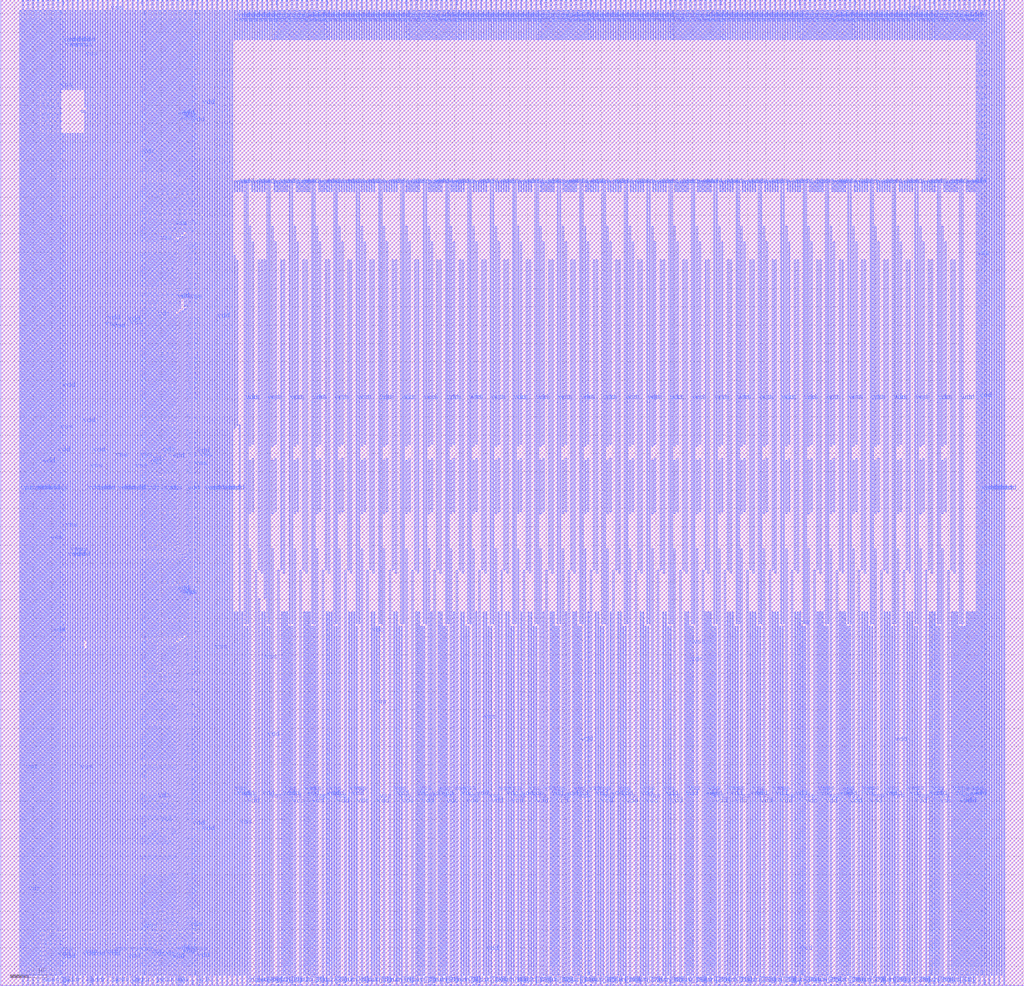
<source format=lef>
VERSION 5.8 ;
BUSBITCHARS "[]" ;
DIVIDERCHAR "/" ;

MACRO sram22_64x32m4w32_macro
  CLASS BLOCK ;
  ORIGIN 63.905 220.285 ;
  FOREIGN sram22_64x32m4w32_macro -63.905 -220.285 ;
  SIZE 279.45 BY 269.21 ;
  SYMMETRY X Y R90 ;
  PIN vdd
    DIRECTION INOUT ;
    USE POWER ;
    PORT
      LAYER met3 ;
        RECT 204.515 47.52 204.845 48.65 ;
        RECT 204.515 42.675 204.845 43.005 ;
        RECT 204.515 41.315 204.845 41.645 ;
        RECT 204.515 39.955 204.845 40.285 ;
        RECT 204.515 38.595 204.845 38.925 ;
        RECT 204.515 36.09 204.845 36.42 ;
        RECT 204.515 33.915 204.845 34.245 ;
        RECT 204.515 32.335 204.845 32.665 ;
        RECT 204.515 31.485 204.845 31.815 ;
        RECT 204.515 29.175 204.845 29.505 ;
        RECT 204.515 28.325 204.845 28.655 ;
        RECT 204.515 26.015 204.845 26.345 ;
        RECT 204.515 25.165 204.845 25.495 ;
        RECT 204.515 22.855 204.845 23.185 ;
        RECT 204.515 22.005 204.845 22.335 ;
        RECT 204.515 19.695 204.845 20.025 ;
        RECT 204.515 18.115 204.845 18.445 ;
        RECT 204.515 17.265 204.845 17.595 ;
        RECT 204.515 14.955 204.845 15.285 ;
        RECT 204.515 14.105 204.845 14.435 ;
        RECT 204.515 11.795 204.845 12.125 ;
        RECT 204.515 10.945 204.845 11.275 ;
        RECT 204.515 8.635 204.845 8.965 ;
        RECT 204.515 7.785 204.845 8.115 ;
        RECT 204.515 5.475 204.845 5.805 ;
        RECT 204.515 3.895 204.845 4.225 ;
        RECT 204.515 3.045 204.845 3.375 ;
        RECT 204.515 0.87 204.845 1.2 ;
        RECT 204.515 -0.845 204.845 -0.515 ;
        RECT 204.515 -2.205 204.845 -1.875 ;
        RECT 204.515 -3.565 204.845 -3.235 ;
        RECT 204.515 -4.925 204.845 -4.595 ;
        RECT 204.515 -6.285 204.845 -5.955 ;
        RECT 204.515 -7.645 204.845 -7.315 ;
        RECT 204.515 -9.005 204.845 -8.675 ;
        RECT 204.515 -10.365 204.845 -10.035 ;
        RECT 204.515 -11.725 204.845 -11.395 ;
        RECT 204.515 -13.085 204.845 -12.755 ;
        RECT 204.515 -14.445 204.845 -14.115 ;
        RECT 204.515 -15.805 204.845 -15.475 ;
        RECT 204.515 -17.165 204.845 -16.835 ;
        RECT 204.515 -18.525 204.845 -18.195 ;
        RECT 204.515 -19.885 204.845 -19.555 ;
        RECT 204.515 -21.245 204.845 -20.915 ;
        RECT 204.515 -22.605 204.845 -22.275 ;
        RECT 204.515 -23.965 204.845 -23.635 ;
        RECT 204.515 -25.325 204.845 -24.995 ;
        RECT 204.515 -26.685 204.845 -26.355 ;
        RECT 204.515 -28.045 204.845 -27.715 ;
        RECT 204.515 -29.405 204.845 -29.075 ;
        RECT 204.515 -30.765 204.845 -30.435 ;
        RECT 204.515 -32.125 204.845 -31.795 ;
        RECT 204.515 -33.485 204.845 -33.155 ;
        RECT 204.515 -34.845 204.845 -34.515 ;
        RECT 204.515 -36.205 204.845 -35.875 ;
        RECT 204.515 -37.565 204.845 -37.235 ;
        RECT 204.515 -38.925 204.845 -38.595 ;
        RECT 204.515 -40.285 204.845 -39.955 ;
        RECT 204.515 -41.645 204.845 -41.315 ;
        RECT 204.515 -43.005 204.845 -42.675 ;
        RECT 204.515 -44.365 204.845 -44.035 ;
        RECT 204.515 -45.725 204.845 -45.395 ;
        RECT 204.515 -47.085 204.845 -46.755 ;
        RECT 204.515 -48.445 204.845 -48.115 ;
        RECT 204.515 -49.805 204.845 -49.475 ;
        RECT 204.515 -51.165 204.845 -50.835 ;
        RECT 204.515 -52.525 204.845 -52.195 ;
        RECT 204.515 -53.885 204.845 -53.555 ;
        RECT 204.515 -55.245 204.845 -54.915 ;
        RECT 204.515 -56.605 204.845 -56.275 ;
        RECT 204.515 -57.965 204.845 -57.635 ;
        RECT 204.515 -59.325 204.845 -58.995 ;
        RECT 204.515 -60.685 204.845 -60.355 ;
        RECT 204.515 -62.045 204.845 -61.715 ;
        RECT 204.515 -63.405 204.845 -63.075 ;
        RECT 204.515 -64.765 204.845 -64.435 ;
        RECT 204.515 -66.125 204.845 -65.795 ;
        RECT 204.515 -67.485 204.845 -67.155 ;
        RECT 204.515 -68.845 204.845 -68.515 ;
        RECT 204.515 -70.205 204.845 -69.875 ;
        RECT 204.515 -71.565 204.845 -71.235 ;
        RECT 204.515 -72.925 204.845 -72.595 ;
        RECT 204.515 -74.285 204.845 -73.955 ;
        RECT 204.515 -75.645 204.845 -75.315 ;
        RECT 204.515 -77.005 204.845 -76.675 ;
        RECT 204.515 -78.365 204.845 -78.035 ;
        RECT 204.515 -79.725 204.845 -79.395 ;
        RECT 204.515 -81.085 204.845 -80.755 ;
        RECT 204.515 -82.445 204.845 -82.115 ;
        RECT 204.515 -83.805 204.845 -83.475 ;
        RECT 204.515 -85.165 204.845 -84.835 ;
        RECT 204.515 -86.525 204.845 -86.195 ;
        RECT 204.515 -87.885 204.845 -87.555 ;
        RECT 204.515 -89.245 204.845 -88.915 ;
        RECT 204.515 -90.605 204.845 -90.275 ;
        RECT 204.515 -91.965 204.845 -91.635 ;
        RECT 204.515 -93.325 204.845 -92.995 ;
        RECT 204.515 -94.685 204.845 -94.355 ;
        RECT 204.515 -96.045 204.845 -95.715 ;
        RECT 204.515 -97.405 204.845 -97.075 ;
        RECT 204.515 -98.765 204.845 -98.435 ;
        RECT 204.515 -100.125 204.845 -99.795 ;
        RECT 204.515 -101.485 204.845 -101.155 ;
        RECT 204.515 -102.845 204.845 -102.515 ;
        RECT 204.515 -104.205 204.845 -103.875 ;
        RECT 204.515 -105.565 204.845 -105.235 ;
        RECT 204.515 -106.925 204.845 -106.595 ;
        RECT 204.515 -108.285 204.845 -107.955 ;
        RECT 204.515 -109.645 204.845 -109.315 ;
        RECT 204.515 -111.005 204.845 -110.675 ;
        RECT 204.515 -112.365 204.845 -112.035 ;
        RECT 204.515 -113.725 204.845 -113.395 ;
        RECT 204.515 -115.085 204.845 -114.755 ;
        RECT 204.515 -116.445 204.845 -116.115 ;
        RECT 204.515 -117.805 204.845 -117.475 ;
        RECT 204.515 -119.165 204.845 -118.835 ;
        RECT 204.515 -120.525 204.845 -120.195 ;
        RECT 204.515 -121.885 204.845 -121.555 ;
        RECT 204.515 -123.245 204.845 -122.915 ;
        RECT 204.515 -124.605 204.845 -124.275 ;
        RECT 204.515 -125.965 204.845 -125.635 ;
        RECT 204.515 -127.325 204.845 -126.995 ;
        RECT 204.515 -128.685 204.845 -128.355 ;
        RECT 204.515 -130.045 204.845 -129.715 ;
        RECT 204.515 -131.405 204.845 -131.075 ;
        RECT 204.515 -132.765 204.845 -132.435 ;
        RECT 204.515 -134.125 204.845 -133.795 ;
        RECT 204.515 -135.485 204.845 -135.155 ;
        RECT 204.515 -136.845 204.845 -136.515 ;
        RECT 204.515 -138.205 204.845 -137.875 ;
        RECT 204.515 -139.565 204.845 -139.235 ;
        RECT 204.515 -140.925 204.845 -140.595 ;
        RECT 204.515 -142.285 204.845 -141.955 ;
        RECT 204.515 -143.645 204.845 -143.315 ;
        RECT 204.515 -145.005 204.845 -144.675 ;
        RECT 204.515 -146.365 204.845 -146.035 ;
        RECT 204.515 -147.725 204.845 -147.395 ;
        RECT 204.515 -149.085 204.845 -148.755 ;
        RECT 204.515 -150.445 204.845 -150.115 ;
        RECT 204.515 -151.805 204.845 -151.475 ;
        RECT 204.515 -153.165 204.845 -152.835 ;
        RECT 204.515 -154.525 204.845 -154.195 ;
        RECT 204.515 -155.885 204.845 -155.555 ;
        RECT 204.515 -157.245 204.845 -156.915 ;
        RECT 204.515 -158.605 204.845 -158.275 ;
        RECT 204.515 -159.965 204.845 -159.635 ;
        RECT 204.515 -161.325 204.845 -160.995 ;
        RECT 204.515 -162.685 204.845 -162.355 ;
        RECT 204.515 -164.045 204.845 -163.715 ;
        RECT 204.515 -165.405 204.845 -165.075 ;
        RECT 204.515 -166.765 204.845 -166.435 ;
        RECT 204.515 -168.125 204.845 -167.795 ;
        RECT 204.515 -169.485 204.845 -169.155 ;
        RECT 204.515 -170.845 204.845 -170.515 ;
        RECT 204.515 -172.205 204.845 -171.875 ;
        RECT 204.515 -173.565 204.845 -173.235 ;
        RECT 204.515 -174.925 204.845 -174.595 ;
        RECT 204.515 -176.285 204.845 -175.955 ;
        RECT 204.515 -177.645 204.845 -177.315 ;
        RECT 204.515 -179.005 204.845 -178.675 ;
        RECT 204.515 -180.365 204.845 -180.035 ;
        RECT 204.515 -181.725 204.845 -181.395 ;
        RECT 204.515 -183.085 204.845 -182.755 ;
        RECT 204.515 -184.445 204.845 -184.115 ;
        RECT 204.515 -185.805 204.845 -185.475 ;
        RECT 204.515 -187.165 204.845 -186.835 ;
        RECT 204.515 -188.525 204.845 -188.195 ;
        RECT 204.515 -189.885 204.845 -189.555 ;
        RECT 204.515 -191.245 204.845 -190.915 ;
        RECT 204.515 -192.605 204.845 -192.275 ;
        RECT 204.515 -193.965 204.845 -193.635 ;
        RECT 204.515 -195.325 204.845 -194.995 ;
        RECT 204.515 -196.685 204.845 -196.355 ;
        RECT 204.515 -198.045 204.845 -197.715 ;
        RECT 204.515 -199.405 204.845 -199.075 ;
        RECT 204.515 -200.765 204.845 -200.435 ;
        RECT 204.515 -202.125 204.845 -201.795 ;
        RECT 204.515 -203.485 204.845 -203.155 ;
        RECT 204.515 -204.845 204.845 -204.515 ;
        RECT 204.515 -206.205 204.845 -205.875 ;
        RECT 204.515 -207.565 204.845 -207.235 ;
        RECT 204.515 -208.925 204.845 -208.595 ;
        RECT 204.515 -210.285 204.845 -209.955 ;
        RECT 204.515 -211.645 204.845 -211.315 ;
        RECT 204.515 -213.005 204.845 -212.675 ;
        RECT 204.515 -214.365 204.845 -214.035 ;
        RECT 204.515 -220.01 204.845 -218.88 ;
        RECT 204.52 -220.125 204.84 48.765 ;
    END
    PORT
      LAYER met3 ;
        RECT 205.875 47.52 206.205 48.65 ;
        RECT 205.875 42.675 206.205 43.005 ;
        RECT 205.875 41.315 206.205 41.645 ;
        RECT 205.875 39.955 206.205 40.285 ;
        RECT 205.875 38.595 206.205 38.925 ;
        RECT 205.875 36.09 206.205 36.42 ;
        RECT 205.875 33.915 206.205 34.245 ;
        RECT 205.875 32.335 206.205 32.665 ;
        RECT 205.875 31.485 206.205 31.815 ;
        RECT 205.875 29.175 206.205 29.505 ;
        RECT 205.875 28.325 206.205 28.655 ;
        RECT 205.875 26.015 206.205 26.345 ;
        RECT 205.875 25.165 206.205 25.495 ;
        RECT 205.875 22.855 206.205 23.185 ;
        RECT 205.875 22.005 206.205 22.335 ;
        RECT 205.875 19.695 206.205 20.025 ;
        RECT 205.875 18.115 206.205 18.445 ;
        RECT 205.875 17.265 206.205 17.595 ;
        RECT 205.875 14.955 206.205 15.285 ;
        RECT 205.875 14.105 206.205 14.435 ;
        RECT 205.875 11.795 206.205 12.125 ;
        RECT 205.875 10.945 206.205 11.275 ;
        RECT 205.875 8.635 206.205 8.965 ;
        RECT 205.875 7.785 206.205 8.115 ;
        RECT 205.875 5.475 206.205 5.805 ;
        RECT 205.875 3.895 206.205 4.225 ;
        RECT 205.875 3.045 206.205 3.375 ;
        RECT 205.875 0.87 206.205 1.2 ;
        RECT 205.875 -0.845 206.205 -0.515 ;
        RECT 205.875 -2.205 206.205 -1.875 ;
        RECT 205.875 -3.565 206.205 -3.235 ;
        RECT 205.875 -4.925 206.205 -4.595 ;
        RECT 205.875 -6.285 206.205 -5.955 ;
        RECT 205.875 -7.645 206.205 -7.315 ;
        RECT 205.875 -9.005 206.205 -8.675 ;
        RECT 205.875 -10.365 206.205 -10.035 ;
        RECT 205.875 -11.725 206.205 -11.395 ;
        RECT 205.875 -13.085 206.205 -12.755 ;
        RECT 205.875 -14.445 206.205 -14.115 ;
        RECT 205.875 -15.805 206.205 -15.475 ;
        RECT 205.875 -17.165 206.205 -16.835 ;
        RECT 205.875 -18.525 206.205 -18.195 ;
        RECT 205.875 -19.885 206.205 -19.555 ;
        RECT 205.875 -21.245 206.205 -20.915 ;
        RECT 205.875 -22.605 206.205 -22.275 ;
        RECT 205.875 -23.965 206.205 -23.635 ;
        RECT 205.875 -25.325 206.205 -24.995 ;
        RECT 205.875 -26.685 206.205 -26.355 ;
        RECT 205.875 -28.045 206.205 -27.715 ;
        RECT 205.875 -29.405 206.205 -29.075 ;
        RECT 205.875 -30.765 206.205 -30.435 ;
        RECT 205.875 -32.125 206.205 -31.795 ;
        RECT 205.875 -33.485 206.205 -33.155 ;
        RECT 205.875 -34.845 206.205 -34.515 ;
        RECT 205.875 -36.205 206.205 -35.875 ;
        RECT 205.875 -37.565 206.205 -37.235 ;
        RECT 205.875 -38.925 206.205 -38.595 ;
        RECT 205.875 -40.285 206.205 -39.955 ;
        RECT 205.875 -41.645 206.205 -41.315 ;
        RECT 205.875 -43.005 206.205 -42.675 ;
        RECT 205.875 -44.365 206.205 -44.035 ;
        RECT 205.875 -45.725 206.205 -45.395 ;
        RECT 205.875 -47.085 206.205 -46.755 ;
        RECT 205.875 -48.445 206.205 -48.115 ;
        RECT 205.875 -49.805 206.205 -49.475 ;
        RECT 205.875 -51.165 206.205 -50.835 ;
        RECT 205.875 -52.525 206.205 -52.195 ;
        RECT 205.875 -53.885 206.205 -53.555 ;
        RECT 205.875 -55.245 206.205 -54.915 ;
        RECT 205.875 -56.605 206.205 -56.275 ;
        RECT 205.875 -57.965 206.205 -57.635 ;
        RECT 205.875 -59.325 206.205 -58.995 ;
        RECT 205.875 -60.685 206.205 -60.355 ;
        RECT 205.875 -62.045 206.205 -61.715 ;
        RECT 205.875 -63.405 206.205 -63.075 ;
        RECT 205.875 -64.765 206.205 -64.435 ;
        RECT 205.875 -66.125 206.205 -65.795 ;
        RECT 205.875 -67.485 206.205 -67.155 ;
        RECT 205.875 -68.845 206.205 -68.515 ;
        RECT 205.875 -70.205 206.205 -69.875 ;
        RECT 205.875 -71.565 206.205 -71.235 ;
        RECT 205.875 -72.925 206.205 -72.595 ;
        RECT 205.875 -74.285 206.205 -73.955 ;
        RECT 205.875 -75.645 206.205 -75.315 ;
        RECT 205.875 -77.005 206.205 -76.675 ;
        RECT 205.875 -78.365 206.205 -78.035 ;
        RECT 205.875 -79.725 206.205 -79.395 ;
        RECT 205.875 -81.085 206.205 -80.755 ;
        RECT 205.875 -82.445 206.205 -82.115 ;
        RECT 205.875 -83.805 206.205 -83.475 ;
        RECT 205.875 -85.165 206.205 -84.835 ;
        RECT 205.875 -86.525 206.205 -86.195 ;
        RECT 205.875 -87.885 206.205 -87.555 ;
        RECT 205.875 -89.245 206.205 -88.915 ;
        RECT 205.875 -90.605 206.205 -90.275 ;
        RECT 205.875 -91.965 206.205 -91.635 ;
        RECT 205.875 -93.325 206.205 -92.995 ;
        RECT 205.875 -94.685 206.205 -94.355 ;
        RECT 205.875 -96.045 206.205 -95.715 ;
        RECT 205.875 -97.405 206.205 -97.075 ;
        RECT 205.875 -98.765 206.205 -98.435 ;
        RECT 205.875 -100.125 206.205 -99.795 ;
        RECT 205.875 -101.485 206.205 -101.155 ;
        RECT 205.875 -102.845 206.205 -102.515 ;
        RECT 205.875 -104.205 206.205 -103.875 ;
        RECT 205.875 -105.565 206.205 -105.235 ;
        RECT 205.875 -106.925 206.205 -106.595 ;
        RECT 205.875 -108.285 206.205 -107.955 ;
        RECT 205.875 -109.645 206.205 -109.315 ;
        RECT 205.875 -111.005 206.205 -110.675 ;
        RECT 205.875 -112.365 206.205 -112.035 ;
        RECT 205.875 -113.725 206.205 -113.395 ;
        RECT 205.875 -115.085 206.205 -114.755 ;
        RECT 205.875 -116.445 206.205 -116.115 ;
        RECT 205.875 -117.805 206.205 -117.475 ;
        RECT 205.875 -119.165 206.205 -118.835 ;
        RECT 205.875 -120.525 206.205 -120.195 ;
        RECT 205.875 -121.885 206.205 -121.555 ;
        RECT 205.875 -123.245 206.205 -122.915 ;
        RECT 205.875 -124.605 206.205 -124.275 ;
        RECT 205.875 -125.965 206.205 -125.635 ;
        RECT 205.875 -127.325 206.205 -126.995 ;
        RECT 205.875 -128.685 206.205 -128.355 ;
        RECT 205.875 -130.045 206.205 -129.715 ;
        RECT 205.875 -131.405 206.205 -131.075 ;
        RECT 205.875 -132.765 206.205 -132.435 ;
        RECT 205.875 -134.125 206.205 -133.795 ;
        RECT 205.875 -135.485 206.205 -135.155 ;
        RECT 205.875 -136.845 206.205 -136.515 ;
        RECT 205.875 -138.205 206.205 -137.875 ;
        RECT 205.875 -139.565 206.205 -139.235 ;
        RECT 205.875 -140.925 206.205 -140.595 ;
        RECT 205.875 -142.285 206.205 -141.955 ;
        RECT 205.875 -143.645 206.205 -143.315 ;
        RECT 205.875 -145.005 206.205 -144.675 ;
        RECT 205.875 -146.365 206.205 -146.035 ;
        RECT 205.875 -147.725 206.205 -147.395 ;
        RECT 205.875 -149.085 206.205 -148.755 ;
        RECT 205.875 -150.445 206.205 -150.115 ;
        RECT 205.875 -151.805 206.205 -151.475 ;
        RECT 205.875 -153.165 206.205 -152.835 ;
        RECT 205.875 -154.525 206.205 -154.195 ;
        RECT 205.875 -155.885 206.205 -155.555 ;
        RECT 205.875 -157.245 206.205 -156.915 ;
        RECT 205.875 -158.605 206.205 -158.275 ;
        RECT 205.875 -159.965 206.205 -159.635 ;
        RECT 205.875 -161.325 206.205 -160.995 ;
        RECT 205.875 -162.685 206.205 -162.355 ;
        RECT 205.875 -164.045 206.205 -163.715 ;
        RECT 205.875 -165.405 206.205 -165.075 ;
        RECT 205.875 -166.765 206.205 -166.435 ;
        RECT 205.875 -168.125 206.205 -167.795 ;
        RECT 205.875 -169.485 206.205 -169.155 ;
        RECT 205.875 -170.845 206.205 -170.515 ;
        RECT 205.875 -172.205 206.205 -171.875 ;
        RECT 205.875 -173.565 206.205 -173.235 ;
        RECT 205.875 -174.925 206.205 -174.595 ;
        RECT 205.875 -176.285 206.205 -175.955 ;
        RECT 205.875 -177.645 206.205 -177.315 ;
        RECT 205.875 -179.005 206.205 -178.675 ;
        RECT 205.875 -180.365 206.205 -180.035 ;
        RECT 205.875 -181.725 206.205 -181.395 ;
        RECT 205.875 -183.085 206.205 -182.755 ;
        RECT 205.875 -184.445 206.205 -184.115 ;
        RECT 205.875 -185.805 206.205 -185.475 ;
        RECT 205.875 -187.165 206.205 -186.835 ;
        RECT 205.875 -188.525 206.205 -188.195 ;
        RECT 205.875 -189.885 206.205 -189.555 ;
        RECT 205.875 -191.245 206.205 -190.915 ;
        RECT 205.875 -192.605 206.205 -192.275 ;
        RECT 205.875 -193.965 206.205 -193.635 ;
        RECT 205.875 -195.325 206.205 -194.995 ;
        RECT 205.875 -196.685 206.205 -196.355 ;
        RECT 205.875 -198.045 206.205 -197.715 ;
        RECT 205.875 -199.405 206.205 -199.075 ;
        RECT 205.875 -200.765 206.205 -200.435 ;
        RECT 205.875 -202.125 206.205 -201.795 ;
        RECT 205.875 -203.485 206.205 -203.155 ;
        RECT 205.875 -204.845 206.205 -204.515 ;
        RECT 205.875 -206.205 206.205 -205.875 ;
        RECT 205.875 -207.565 206.205 -207.235 ;
        RECT 205.875 -208.925 206.205 -208.595 ;
        RECT 205.875 -210.285 206.205 -209.955 ;
        RECT 205.875 -211.645 206.205 -211.315 ;
        RECT 205.875 -213.005 206.205 -212.675 ;
        RECT 205.875 -214.365 206.205 -214.035 ;
        RECT 205.875 -220.01 206.205 -218.88 ;
        RECT 205.88 -220.125 206.2 48.765 ;
    END
    PORT
      LAYER met3 ;
        RECT 207.235 47.52 207.565 48.65 ;
        RECT 207.235 42.675 207.565 43.005 ;
        RECT 207.235 41.315 207.565 41.645 ;
        RECT 207.235 39.955 207.565 40.285 ;
        RECT 207.235 38.595 207.565 38.925 ;
        RECT 207.235 -0.845 207.565 -0.515 ;
        RECT 207.235 -2.205 207.565 -1.875 ;
        RECT 207.235 -3.565 207.565 -3.235 ;
        RECT 207.235 -4.925 207.565 -4.595 ;
        RECT 207.235 -6.285 207.565 -5.955 ;
        RECT 207.235 -7.645 207.565 -7.315 ;
        RECT 207.235 -9.005 207.565 -8.675 ;
        RECT 207.235 -10.365 207.565 -10.035 ;
        RECT 207.235 -11.725 207.565 -11.395 ;
        RECT 207.235 -13.085 207.565 -12.755 ;
        RECT 207.235 -14.445 207.565 -14.115 ;
        RECT 207.235 -15.805 207.565 -15.475 ;
        RECT 207.235 -17.165 207.565 -16.835 ;
        RECT 207.235 -18.525 207.565 -18.195 ;
        RECT 207.235 -19.885 207.565 -19.555 ;
        RECT 207.235 -21.245 207.565 -20.915 ;
        RECT 207.235 -22.605 207.565 -22.275 ;
        RECT 207.235 -23.965 207.565 -23.635 ;
        RECT 207.235 -25.325 207.565 -24.995 ;
        RECT 207.235 -26.685 207.565 -26.355 ;
        RECT 207.235 -28.045 207.565 -27.715 ;
        RECT 207.235 -29.405 207.565 -29.075 ;
        RECT 207.235 -30.765 207.565 -30.435 ;
        RECT 207.235 -32.125 207.565 -31.795 ;
        RECT 207.235 -33.485 207.565 -33.155 ;
        RECT 207.235 -34.845 207.565 -34.515 ;
        RECT 207.235 -36.205 207.565 -35.875 ;
        RECT 207.235 -37.565 207.565 -37.235 ;
        RECT 207.235 -38.925 207.565 -38.595 ;
        RECT 207.235 -40.285 207.565 -39.955 ;
        RECT 207.235 -41.645 207.565 -41.315 ;
        RECT 207.235 -43.005 207.565 -42.675 ;
        RECT 207.235 -44.365 207.565 -44.035 ;
        RECT 207.235 -45.725 207.565 -45.395 ;
        RECT 207.235 -47.085 207.565 -46.755 ;
        RECT 207.235 -48.445 207.565 -48.115 ;
        RECT 207.235 -49.805 207.565 -49.475 ;
        RECT 207.235 -51.165 207.565 -50.835 ;
        RECT 207.235 -52.525 207.565 -52.195 ;
        RECT 207.235 -53.885 207.565 -53.555 ;
        RECT 207.235 -55.245 207.565 -54.915 ;
        RECT 207.235 -56.605 207.565 -56.275 ;
        RECT 207.235 -57.965 207.565 -57.635 ;
        RECT 207.235 -59.325 207.565 -58.995 ;
        RECT 207.235 -60.685 207.565 -60.355 ;
        RECT 207.235 -62.045 207.565 -61.715 ;
        RECT 207.235 -63.405 207.565 -63.075 ;
        RECT 207.235 -64.765 207.565 -64.435 ;
        RECT 207.235 -66.125 207.565 -65.795 ;
        RECT 207.235 -67.485 207.565 -67.155 ;
        RECT 207.235 -68.845 207.565 -68.515 ;
        RECT 207.235 -70.205 207.565 -69.875 ;
        RECT 207.235 -71.565 207.565 -71.235 ;
        RECT 207.235 -72.925 207.565 -72.595 ;
        RECT 207.235 -74.285 207.565 -73.955 ;
        RECT 207.235 -75.645 207.565 -75.315 ;
        RECT 207.235 -77.005 207.565 -76.675 ;
        RECT 207.235 -78.365 207.565 -78.035 ;
        RECT 207.235 -79.725 207.565 -79.395 ;
        RECT 207.235 -81.085 207.565 -80.755 ;
        RECT 207.235 -82.445 207.565 -82.115 ;
        RECT 207.235 -83.805 207.565 -83.475 ;
        RECT 207.235 -85.165 207.565 -84.835 ;
        RECT 207.235 -86.525 207.565 -86.195 ;
        RECT 207.235 -87.885 207.565 -87.555 ;
        RECT 207.235 -89.245 207.565 -88.915 ;
        RECT 207.235 -90.605 207.565 -90.275 ;
        RECT 207.235 -91.965 207.565 -91.635 ;
        RECT 207.235 -93.325 207.565 -92.995 ;
        RECT 207.235 -94.685 207.565 -94.355 ;
        RECT 207.235 -96.045 207.565 -95.715 ;
        RECT 207.235 -97.405 207.565 -97.075 ;
        RECT 207.235 -98.765 207.565 -98.435 ;
        RECT 207.235 -100.125 207.565 -99.795 ;
        RECT 207.235 -101.485 207.565 -101.155 ;
        RECT 207.235 -102.845 207.565 -102.515 ;
        RECT 207.235 -104.205 207.565 -103.875 ;
        RECT 207.235 -105.565 207.565 -105.235 ;
        RECT 207.235 -106.925 207.565 -106.595 ;
        RECT 207.235 -108.285 207.565 -107.955 ;
        RECT 207.235 -109.645 207.565 -109.315 ;
        RECT 207.235 -111.005 207.565 -110.675 ;
        RECT 207.235 -112.365 207.565 -112.035 ;
        RECT 207.235 -113.725 207.565 -113.395 ;
        RECT 207.235 -115.085 207.565 -114.755 ;
        RECT 207.235 -116.445 207.565 -116.115 ;
        RECT 207.235 -117.805 207.565 -117.475 ;
        RECT 207.235 -119.165 207.565 -118.835 ;
        RECT 207.235 -120.525 207.565 -120.195 ;
        RECT 207.235 -121.885 207.565 -121.555 ;
        RECT 207.235 -123.245 207.565 -122.915 ;
        RECT 207.235 -124.605 207.565 -124.275 ;
        RECT 207.235 -125.965 207.565 -125.635 ;
        RECT 207.235 -127.325 207.565 -126.995 ;
        RECT 207.235 -128.685 207.565 -128.355 ;
        RECT 207.235 -130.045 207.565 -129.715 ;
        RECT 207.235 -131.405 207.565 -131.075 ;
        RECT 207.235 -132.765 207.565 -132.435 ;
        RECT 207.235 -134.125 207.565 -133.795 ;
        RECT 207.235 -135.485 207.565 -135.155 ;
        RECT 207.235 -136.845 207.565 -136.515 ;
        RECT 207.235 -138.205 207.565 -137.875 ;
        RECT 207.235 -139.565 207.565 -139.235 ;
        RECT 207.235 -140.925 207.565 -140.595 ;
        RECT 207.235 -142.285 207.565 -141.955 ;
        RECT 207.235 -143.645 207.565 -143.315 ;
        RECT 207.235 -145.005 207.565 -144.675 ;
        RECT 207.235 -146.365 207.565 -146.035 ;
        RECT 207.235 -147.725 207.565 -147.395 ;
        RECT 207.235 -149.085 207.565 -148.755 ;
        RECT 207.235 -150.445 207.565 -150.115 ;
        RECT 207.235 -151.805 207.565 -151.475 ;
        RECT 207.235 -153.165 207.565 -152.835 ;
        RECT 207.235 -154.525 207.565 -154.195 ;
        RECT 207.235 -155.885 207.565 -155.555 ;
        RECT 207.235 -157.245 207.565 -156.915 ;
        RECT 207.235 -158.605 207.565 -158.275 ;
        RECT 207.235 -159.965 207.565 -159.635 ;
        RECT 207.235 -161.325 207.565 -160.995 ;
        RECT 207.235 -162.685 207.565 -162.355 ;
        RECT 207.235 -164.045 207.565 -163.715 ;
        RECT 207.235 -165.405 207.565 -165.075 ;
        RECT 207.235 -166.765 207.565 -166.435 ;
        RECT 207.235 -168.125 207.565 -167.795 ;
        RECT 207.235 -169.485 207.565 -169.155 ;
        RECT 207.235 -170.845 207.565 -170.515 ;
        RECT 207.235 -172.205 207.565 -171.875 ;
        RECT 207.235 -173.565 207.565 -173.235 ;
        RECT 207.235 -174.925 207.565 -174.595 ;
        RECT 207.235 -176.285 207.565 -175.955 ;
        RECT 207.235 -177.645 207.565 -177.315 ;
        RECT 207.235 -179.005 207.565 -178.675 ;
        RECT 207.235 -180.365 207.565 -180.035 ;
        RECT 207.235 -181.725 207.565 -181.395 ;
        RECT 207.235 -183.085 207.565 -182.755 ;
        RECT 207.235 -184.445 207.565 -184.115 ;
        RECT 207.235 -185.805 207.565 -185.475 ;
        RECT 207.235 -187.165 207.565 -186.835 ;
        RECT 207.235 -188.525 207.565 -188.195 ;
        RECT 207.235 -189.885 207.565 -189.555 ;
        RECT 207.235 -191.245 207.565 -190.915 ;
        RECT 207.235 -192.605 207.565 -192.275 ;
        RECT 207.235 -193.965 207.565 -193.635 ;
        RECT 207.235 -195.325 207.565 -194.995 ;
        RECT 207.235 -196.685 207.565 -196.355 ;
        RECT 207.235 -198.045 207.565 -197.715 ;
        RECT 207.235 -199.405 207.565 -199.075 ;
        RECT 207.235 -200.765 207.565 -200.435 ;
        RECT 207.235 -202.125 207.565 -201.795 ;
        RECT 207.235 -203.485 207.565 -203.155 ;
        RECT 207.235 -204.845 207.565 -204.515 ;
        RECT 207.235 -206.205 207.565 -205.875 ;
        RECT 207.235 -207.565 207.565 -207.235 ;
        RECT 207.235 -208.925 207.565 -208.595 ;
        RECT 207.235 -210.285 207.565 -209.955 ;
        RECT 207.235 -211.645 207.565 -211.315 ;
        RECT 207.235 -213.005 207.565 -212.675 ;
        RECT 207.235 -214.365 207.565 -214.035 ;
        RECT 207.235 -220.01 207.565 -218.88 ;
        RECT 207.24 -220.125 207.56 48.765 ;
    END
    PORT
      LAYER met3 ;
        RECT 208.595 47.52 208.925 48.65 ;
        RECT 208.595 42.675 208.925 43.005 ;
        RECT 208.595 41.315 208.925 41.645 ;
        RECT 208.595 39.955 208.925 40.285 ;
        RECT 208.595 38.595 208.925 38.925 ;
        RECT 208.595 37.235 208.925 37.565 ;
        RECT 208.595 35.875 208.925 36.205 ;
        RECT 208.595 34.515 208.925 34.845 ;
        RECT 208.595 33.155 208.925 33.485 ;
        RECT 208.595 31.795 208.925 32.125 ;
        RECT 208.595 30.435 208.925 30.765 ;
        RECT 208.595 29.075 208.925 29.405 ;
        RECT 208.595 27.715 208.925 28.045 ;
        RECT 208.595 26.355 208.925 26.685 ;
        RECT 208.595 24.995 208.925 25.325 ;
        RECT 208.595 23.635 208.925 23.965 ;
        RECT 208.595 22.275 208.925 22.605 ;
        RECT 208.595 20.915 208.925 21.245 ;
        RECT 208.595 19.555 208.925 19.885 ;
        RECT 208.595 18.195 208.925 18.525 ;
        RECT 208.595 16.835 208.925 17.165 ;
        RECT 208.595 15.475 208.925 15.805 ;
        RECT 208.595 14.115 208.925 14.445 ;
        RECT 208.595 12.755 208.925 13.085 ;
        RECT 208.595 11.395 208.925 11.725 ;
        RECT 208.595 10.035 208.925 10.365 ;
        RECT 208.595 8.675 208.925 9.005 ;
        RECT 208.595 7.315 208.925 7.645 ;
        RECT 208.595 5.955 208.925 6.285 ;
        RECT 208.595 4.595 208.925 4.925 ;
        RECT 208.595 3.235 208.925 3.565 ;
        RECT 208.595 1.875 208.925 2.205 ;
        RECT 208.595 0.515 208.925 0.845 ;
        RECT 208.595 -0.845 208.925 -0.515 ;
        RECT 208.595 -2.205 208.925 -1.875 ;
        RECT 208.595 -3.565 208.925 -3.235 ;
        RECT 208.595 -4.925 208.925 -4.595 ;
        RECT 208.595 -6.285 208.925 -5.955 ;
        RECT 208.595 -7.645 208.925 -7.315 ;
        RECT 208.595 -9.005 208.925 -8.675 ;
        RECT 208.595 -10.365 208.925 -10.035 ;
        RECT 208.595 -11.725 208.925 -11.395 ;
        RECT 208.595 -13.085 208.925 -12.755 ;
        RECT 208.595 -14.445 208.925 -14.115 ;
        RECT 208.595 -15.805 208.925 -15.475 ;
        RECT 208.595 -17.165 208.925 -16.835 ;
        RECT 208.595 -18.525 208.925 -18.195 ;
        RECT 208.595 -19.885 208.925 -19.555 ;
        RECT 208.595 -21.245 208.925 -20.915 ;
        RECT 208.595 -22.605 208.925 -22.275 ;
        RECT 208.595 -23.965 208.925 -23.635 ;
        RECT 208.595 -25.325 208.925 -24.995 ;
        RECT 208.595 -26.685 208.925 -26.355 ;
        RECT 208.595 -28.045 208.925 -27.715 ;
        RECT 208.595 -29.405 208.925 -29.075 ;
        RECT 208.595 -30.765 208.925 -30.435 ;
        RECT 208.595 -32.125 208.925 -31.795 ;
        RECT 208.595 -33.485 208.925 -33.155 ;
        RECT 208.595 -34.845 208.925 -34.515 ;
        RECT 208.595 -36.205 208.925 -35.875 ;
        RECT 208.595 -37.565 208.925 -37.235 ;
        RECT 208.595 -38.925 208.925 -38.595 ;
        RECT 208.595 -40.285 208.925 -39.955 ;
        RECT 208.595 -41.645 208.925 -41.315 ;
        RECT 208.595 -43.005 208.925 -42.675 ;
        RECT 208.595 -44.365 208.925 -44.035 ;
        RECT 208.595 -45.725 208.925 -45.395 ;
        RECT 208.595 -47.085 208.925 -46.755 ;
        RECT 208.595 -48.445 208.925 -48.115 ;
        RECT 208.595 -49.805 208.925 -49.475 ;
        RECT 208.595 -51.165 208.925 -50.835 ;
        RECT 208.595 -52.525 208.925 -52.195 ;
        RECT 208.595 -53.885 208.925 -53.555 ;
        RECT 208.595 -55.245 208.925 -54.915 ;
        RECT 208.595 -56.605 208.925 -56.275 ;
        RECT 208.595 -57.965 208.925 -57.635 ;
        RECT 208.595 -59.325 208.925 -58.995 ;
        RECT 208.595 -60.685 208.925 -60.355 ;
        RECT 208.595 -62.045 208.925 -61.715 ;
        RECT 208.595 -63.405 208.925 -63.075 ;
        RECT 208.595 -64.765 208.925 -64.435 ;
        RECT 208.595 -66.125 208.925 -65.795 ;
        RECT 208.595 -67.485 208.925 -67.155 ;
        RECT 208.595 -68.845 208.925 -68.515 ;
        RECT 208.595 -70.205 208.925 -69.875 ;
        RECT 208.595 -71.565 208.925 -71.235 ;
        RECT 208.595 -72.925 208.925 -72.595 ;
        RECT 208.595 -74.285 208.925 -73.955 ;
        RECT 208.595 -75.645 208.925 -75.315 ;
        RECT 208.595 -77.005 208.925 -76.675 ;
        RECT 208.595 -78.365 208.925 -78.035 ;
        RECT 208.595 -79.725 208.925 -79.395 ;
        RECT 208.595 -81.085 208.925 -80.755 ;
        RECT 208.595 -82.445 208.925 -82.115 ;
        RECT 208.595 -83.805 208.925 -83.475 ;
        RECT 208.595 -85.165 208.925 -84.835 ;
        RECT 208.595 -86.525 208.925 -86.195 ;
        RECT 208.595 -87.885 208.925 -87.555 ;
        RECT 208.595 -89.245 208.925 -88.915 ;
        RECT 208.595 -90.605 208.925 -90.275 ;
        RECT 208.595 -91.965 208.925 -91.635 ;
        RECT 208.595 -93.325 208.925 -92.995 ;
        RECT 208.595 -94.685 208.925 -94.355 ;
        RECT 208.595 -96.045 208.925 -95.715 ;
        RECT 208.595 -97.405 208.925 -97.075 ;
        RECT 208.595 -98.765 208.925 -98.435 ;
        RECT 208.595 -100.125 208.925 -99.795 ;
        RECT 208.595 -101.485 208.925 -101.155 ;
        RECT 208.595 -102.845 208.925 -102.515 ;
        RECT 208.595 -104.205 208.925 -103.875 ;
        RECT 208.595 -105.565 208.925 -105.235 ;
        RECT 208.595 -106.925 208.925 -106.595 ;
        RECT 208.595 -108.285 208.925 -107.955 ;
        RECT 208.595 -109.645 208.925 -109.315 ;
        RECT 208.595 -111.005 208.925 -110.675 ;
        RECT 208.595 -112.365 208.925 -112.035 ;
        RECT 208.595 -113.725 208.925 -113.395 ;
        RECT 208.595 -115.085 208.925 -114.755 ;
        RECT 208.595 -116.445 208.925 -116.115 ;
        RECT 208.595 -117.805 208.925 -117.475 ;
        RECT 208.595 -119.165 208.925 -118.835 ;
        RECT 208.595 -120.525 208.925 -120.195 ;
        RECT 208.595 -121.885 208.925 -121.555 ;
        RECT 208.595 -123.245 208.925 -122.915 ;
        RECT 208.595 -124.605 208.925 -124.275 ;
        RECT 208.595 -125.965 208.925 -125.635 ;
        RECT 208.595 -127.325 208.925 -126.995 ;
        RECT 208.595 -128.685 208.925 -128.355 ;
        RECT 208.595 -130.045 208.925 -129.715 ;
        RECT 208.595 -131.405 208.925 -131.075 ;
        RECT 208.595 -132.765 208.925 -132.435 ;
        RECT 208.595 -134.125 208.925 -133.795 ;
        RECT 208.595 -135.485 208.925 -135.155 ;
        RECT 208.595 -136.845 208.925 -136.515 ;
        RECT 208.595 -138.205 208.925 -137.875 ;
        RECT 208.595 -139.565 208.925 -139.235 ;
        RECT 208.595 -140.925 208.925 -140.595 ;
        RECT 208.595 -142.285 208.925 -141.955 ;
        RECT 208.595 -143.645 208.925 -143.315 ;
        RECT 208.595 -145.005 208.925 -144.675 ;
        RECT 208.595 -146.365 208.925 -146.035 ;
        RECT 208.595 -147.725 208.925 -147.395 ;
        RECT 208.595 -149.085 208.925 -148.755 ;
        RECT 208.595 -150.445 208.925 -150.115 ;
        RECT 208.595 -151.805 208.925 -151.475 ;
        RECT 208.595 -153.165 208.925 -152.835 ;
        RECT 208.595 -154.525 208.925 -154.195 ;
        RECT 208.595 -155.885 208.925 -155.555 ;
        RECT 208.595 -157.245 208.925 -156.915 ;
        RECT 208.595 -158.605 208.925 -158.275 ;
        RECT 208.595 -159.965 208.925 -159.635 ;
        RECT 208.595 -161.325 208.925 -160.995 ;
        RECT 208.595 -162.685 208.925 -162.355 ;
        RECT 208.595 -164.045 208.925 -163.715 ;
        RECT 208.595 -165.405 208.925 -165.075 ;
        RECT 208.595 -166.765 208.925 -166.435 ;
        RECT 208.595 -168.125 208.925 -167.795 ;
        RECT 208.595 -169.485 208.925 -169.155 ;
        RECT 208.595 -170.845 208.925 -170.515 ;
        RECT 208.595 -172.205 208.925 -171.875 ;
        RECT 208.595 -173.565 208.925 -173.235 ;
        RECT 208.595 -174.925 208.925 -174.595 ;
        RECT 208.595 -176.285 208.925 -175.955 ;
        RECT 208.595 -177.645 208.925 -177.315 ;
        RECT 208.595 -179.005 208.925 -178.675 ;
        RECT 208.595 -180.365 208.925 -180.035 ;
        RECT 208.595 -181.725 208.925 -181.395 ;
        RECT 208.595 -183.085 208.925 -182.755 ;
        RECT 208.595 -184.445 208.925 -184.115 ;
        RECT 208.595 -185.805 208.925 -185.475 ;
        RECT 208.595 -187.165 208.925 -186.835 ;
        RECT 208.595 -188.525 208.925 -188.195 ;
        RECT 208.595 -189.885 208.925 -189.555 ;
        RECT 208.595 -191.245 208.925 -190.915 ;
        RECT 208.595 -192.605 208.925 -192.275 ;
        RECT 208.595 -193.965 208.925 -193.635 ;
        RECT 208.595 -195.325 208.925 -194.995 ;
        RECT 208.595 -196.685 208.925 -196.355 ;
        RECT 208.595 -198.045 208.925 -197.715 ;
        RECT 208.595 -199.405 208.925 -199.075 ;
        RECT 208.595 -200.765 208.925 -200.435 ;
        RECT 208.595 -202.125 208.925 -201.795 ;
        RECT 208.595 -203.485 208.925 -203.155 ;
        RECT 208.595 -204.845 208.925 -204.515 ;
        RECT 208.595 -206.205 208.925 -205.875 ;
        RECT 208.595 -207.565 208.925 -207.235 ;
        RECT 208.595 -208.925 208.925 -208.595 ;
        RECT 208.595 -210.285 208.925 -209.955 ;
        RECT 208.595 -211.645 208.925 -211.315 ;
        RECT 208.595 -213.005 208.925 -212.675 ;
        RECT 208.595 -214.365 208.925 -214.035 ;
        RECT 208.595 -220.01 208.925 -218.88 ;
        RECT 208.6 -220.125 208.92 48.765 ;
    END
    PORT
      LAYER met3 ;
        RECT 209.955 47.52 210.285 48.65 ;
        RECT 209.955 42.675 210.285 43.005 ;
        RECT 209.955 41.315 210.285 41.645 ;
        RECT 209.955 39.955 210.285 40.285 ;
        RECT 209.955 38.595 210.285 38.925 ;
        RECT 209.955 37.235 210.285 37.565 ;
        RECT 209.955 35.875 210.285 36.205 ;
        RECT 209.955 34.515 210.285 34.845 ;
        RECT 209.955 33.155 210.285 33.485 ;
        RECT 209.955 31.795 210.285 32.125 ;
        RECT 209.955 30.435 210.285 30.765 ;
        RECT 209.955 29.075 210.285 29.405 ;
        RECT 209.955 27.715 210.285 28.045 ;
        RECT 209.955 26.355 210.285 26.685 ;
        RECT 209.955 24.995 210.285 25.325 ;
        RECT 209.955 23.635 210.285 23.965 ;
        RECT 209.955 22.275 210.285 22.605 ;
        RECT 209.955 20.915 210.285 21.245 ;
        RECT 209.955 19.555 210.285 19.885 ;
        RECT 209.955 18.195 210.285 18.525 ;
        RECT 209.955 16.835 210.285 17.165 ;
        RECT 209.955 15.475 210.285 15.805 ;
        RECT 209.955 14.115 210.285 14.445 ;
        RECT 209.955 12.755 210.285 13.085 ;
        RECT 209.955 11.395 210.285 11.725 ;
        RECT 209.955 10.035 210.285 10.365 ;
        RECT 209.955 8.675 210.285 9.005 ;
        RECT 209.955 7.315 210.285 7.645 ;
        RECT 209.955 5.955 210.285 6.285 ;
        RECT 209.955 4.595 210.285 4.925 ;
        RECT 209.955 3.235 210.285 3.565 ;
        RECT 209.955 1.875 210.285 2.205 ;
        RECT 209.955 0.515 210.285 0.845 ;
        RECT 209.955 -0.845 210.285 -0.515 ;
        RECT 209.955 -2.205 210.285 -1.875 ;
        RECT 209.955 -3.565 210.285 -3.235 ;
        RECT 209.955 -4.925 210.285 -4.595 ;
        RECT 209.955 -6.285 210.285 -5.955 ;
        RECT 209.955 -7.645 210.285 -7.315 ;
        RECT 209.955 -9.005 210.285 -8.675 ;
        RECT 209.955 -10.365 210.285 -10.035 ;
        RECT 209.955 -11.725 210.285 -11.395 ;
        RECT 209.955 -13.085 210.285 -12.755 ;
        RECT 209.955 -14.445 210.285 -14.115 ;
        RECT 209.955 -15.805 210.285 -15.475 ;
        RECT 209.955 -17.165 210.285 -16.835 ;
        RECT 209.955 -18.525 210.285 -18.195 ;
        RECT 209.955 -19.885 210.285 -19.555 ;
        RECT 209.955 -21.245 210.285 -20.915 ;
        RECT 209.955 -22.605 210.285 -22.275 ;
        RECT 209.955 -23.965 210.285 -23.635 ;
        RECT 209.955 -25.325 210.285 -24.995 ;
        RECT 209.955 -26.685 210.285 -26.355 ;
        RECT 209.955 -28.045 210.285 -27.715 ;
        RECT 209.955 -29.405 210.285 -29.075 ;
        RECT 209.955 -30.765 210.285 -30.435 ;
        RECT 209.955 -32.125 210.285 -31.795 ;
        RECT 209.955 -33.485 210.285 -33.155 ;
        RECT 209.955 -34.845 210.285 -34.515 ;
        RECT 209.955 -36.205 210.285 -35.875 ;
        RECT 209.955 -37.565 210.285 -37.235 ;
        RECT 209.955 -38.925 210.285 -38.595 ;
        RECT 209.955 -40.285 210.285 -39.955 ;
        RECT 209.955 -41.645 210.285 -41.315 ;
        RECT 209.955 -43.005 210.285 -42.675 ;
        RECT 209.955 -44.365 210.285 -44.035 ;
        RECT 209.955 -45.725 210.285 -45.395 ;
        RECT 209.955 -47.085 210.285 -46.755 ;
        RECT 209.955 -48.445 210.285 -48.115 ;
        RECT 209.955 -49.805 210.285 -49.475 ;
        RECT 209.955 -51.165 210.285 -50.835 ;
        RECT 209.955 -52.525 210.285 -52.195 ;
        RECT 209.955 -53.885 210.285 -53.555 ;
        RECT 209.955 -55.245 210.285 -54.915 ;
        RECT 209.955 -56.605 210.285 -56.275 ;
        RECT 209.955 -57.965 210.285 -57.635 ;
        RECT 209.955 -59.325 210.285 -58.995 ;
        RECT 209.955 -60.685 210.285 -60.355 ;
        RECT 209.955 -62.045 210.285 -61.715 ;
        RECT 209.955 -63.405 210.285 -63.075 ;
        RECT 209.955 -64.765 210.285 -64.435 ;
        RECT 209.955 -66.125 210.285 -65.795 ;
        RECT 209.955 -67.485 210.285 -67.155 ;
        RECT 209.955 -68.845 210.285 -68.515 ;
        RECT 209.955 -70.205 210.285 -69.875 ;
        RECT 209.955 -71.565 210.285 -71.235 ;
        RECT 209.955 -72.925 210.285 -72.595 ;
        RECT 209.955 -74.285 210.285 -73.955 ;
        RECT 209.955 -75.645 210.285 -75.315 ;
        RECT 209.955 -77.005 210.285 -76.675 ;
        RECT 209.955 -78.365 210.285 -78.035 ;
        RECT 209.955 -79.725 210.285 -79.395 ;
        RECT 209.955 -81.085 210.285 -80.755 ;
        RECT 209.955 -82.445 210.285 -82.115 ;
        RECT 209.955 -83.805 210.285 -83.475 ;
        RECT 209.955 -85.165 210.285 -84.835 ;
        RECT 209.955 -86.525 210.285 -86.195 ;
        RECT 209.955 -87.885 210.285 -87.555 ;
        RECT 209.955 -89.245 210.285 -88.915 ;
        RECT 209.955 -90.605 210.285 -90.275 ;
        RECT 209.955 -91.965 210.285 -91.635 ;
        RECT 209.955 -93.325 210.285 -92.995 ;
        RECT 209.955 -94.685 210.285 -94.355 ;
        RECT 209.955 -96.045 210.285 -95.715 ;
        RECT 209.955 -97.405 210.285 -97.075 ;
        RECT 209.955 -98.765 210.285 -98.435 ;
        RECT 209.955 -100.125 210.285 -99.795 ;
        RECT 209.955 -101.485 210.285 -101.155 ;
        RECT 209.955 -102.845 210.285 -102.515 ;
        RECT 209.955 -104.205 210.285 -103.875 ;
        RECT 209.955 -105.565 210.285 -105.235 ;
        RECT 209.955 -106.925 210.285 -106.595 ;
        RECT 209.955 -108.285 210.285 -107.955 ;
        RECT 209.955 -109.645 210.285 -109.315 ;
        RECT 209.955 -111.005 210.285 -110.675 ;
        RECT 209.955 -112.365 210.285 -112.035 ;
        RECT 209.955 -113.725 210.285 -113.395 ;
        RECT 209.955 -115.085 210.285 -114.755 ;
        RECT 209.955 -116.445 210.285 -116.115 ;
        RECT 209.955 -117.805 210.285 -117.475 ;
        RECT 209.955 -119.165 210.285 -118.835 ;
        RECT 209.955 -120.525 210.285 -120.195 ;
        RECT 209.955 -121.885 210.285 -121.555 ;
        RECT 209.955 -123.245 210.285 -122.915 ;
        RECT 209.955 -124.605 210.285 -124.275 ;
        RECT 209.955 -125.965 210.285 -125.635 ;
        RECT 209.955 -127.325 210.285 -126.995 ;
        RECT 209.955 -128.685 210.285 -128.355 ;
        RECT 209.955 -130.045 210.285 -129.715 ;
        RECT 209.955 -131.405 210.285 -131.075 ;
        RECT 209.955 -132.765 210.285 -132.435 ;
        RECT 209.955 -134.125 210.285 -133.795 ;
        RECT 209.955 -135.485 210.285 -135.155 ;
        RECT 209.955 -136.845 210.285 -136.515 ;
        RECT 209.955 -138.205 210.285 -137.875 ;
        RECT 209.955 -139.565 210.285 -139.235 ;
        RECT 209.955 -140.925 210.285 -140.595 ;
        RECT 209.955 -142.285 210.285 -141.955 ;
        RECT 209.955 -143.645 210.285 -143.315 ;
        RECT 209.955 -145.005 210.285 -144.675 ;
        RECT 209.955 -146.365 210.285 -146.035 ;
        RECT 209.955 -147.725 210.285 -147.395 ;
        RECT 209.955 -149.085 210.285 -148.755 ;
        RECT 209.955 -150.445 210.285 -150.115 ;
        RECT 209.955 -151.805 210.285 -151.475 ;
        RECT 209.955 -153.165 210.285 -152.835 ;
        RECT 209.955 -154.525 210.285 -154.195 ;
        RECT 209.955 -155.885 210.285 -155.555 ;
        RECT 209.955 -157.245 210.285 -156.915 ;
        RECT 209.955 -158.605 210.285 -158.275 ;
        RECT 209.955 -159.965 210.285 -159.635 ;
        RECT 209.955 -161.325 210.285 -160.995 ;
        RECT 209.955 -162.685 210.285 -162.355 ;
        RECT 209.955 -164.045 210.285 -163.715 ;
        RECT 209.955 -165.405 210.285 -165.075 ;
        RECT 209.955 -166.765 210.285 -166.435 ;
        RECT 209.955 -168.125 210.285 -167.795 ;
        RECT 209.955 -169.485 210.285 -169.155 ;
        RECT 209.955 -170.845 210.285 -170.515 ;
        RECT 209.955 -172.205 210.285 -171.875 ;
        RECT 209.955 -173.565 210.285 -173.235 ;
        RECT 209.955 -174.925 210.285 -174.595 ;
        RECT 209.955 -176.285 210.285 -175.955 ;
        RECT 209.955 -177.645 210.285 -177.315 ;
        RECT 209.955 -179.005 210.285 -178.675 ;
        RECT 209.955 -180.365 210.285 -180.035 ;
        RECT 209.955 -181.725 210.285 -181.395 ;
        RECT 209.955 -183.085 210.285 -182.755 ;
        RECT 209.955 -184.445 210.285 -184.115 ;
        RECT 209.955 -185.805 210.285 -185.475 ;
        RECT 209.955 -187.165 210.285 -186.835 ;
        RECT 209.955 -188.525 210.285 -188.195 ;
        RECT 209.955 -189.885 210.285 -189.555 ;
        RECT 209.955 -191.245 210.285 -190.915 ;
        RECT 209.955 -192.605 210.285 -192.275 ;
        RECT 209.955 -193.965 210.285 -193.635 ;
        RECT 209.955 -195.325 210.285 -194.995 ;
        RECT 209.955 -196.685 210.285 -196.355 ;
        RECT 209.955 -198.045 210.285 -197.715 ;
        RECT 209.955 -199.405 210.285 -199.075 ;
        RECT 209.955 -200.765 210.285 -200.435 ;
        RECT 209.955 -202.125 210.285 -201.795 ;
        RECT 209.955 -203.485 210.285 -203.155 ;
        RECT 209.955 -204.845 210.285 -204.515 ;
        RECT 209.955 -206.205 210.285 -205.875 ;
        RECT 209.955 -207.565 210.285 -207.235 ;
        RECT 209.955 -208.925 210.285 -208.595 ;
        RECT 209.955 -210.285 210.285 -209.955 ;
        RECT 209.955 -211.645 210.285 -211.315 ;
        RECT 209.955 -213.005 210.285 -212.675 ;
        RECT 209.955 -214.365 210.285 -214.035 ;
        RECT 209.955 -220.01 210.285 -218.88 ;
        RECT 209.96 -220.125 210.28 48.765 ;
    END
    PORT
      LAYER met3 ;
        RECT 181.395 47.52 181.725 48.65 ;
        RECT 181.395 42.675 181.725 43.005 ;
        RECT 181.395 41.315 181.725 41.645 ;
        RECT 181.395 39.955 181.725 40.285 ;
        RECT 181.395 38.595 181.725 38.925 ;
        RECT 181.4 37.92 181.72 48.765 ;
    END
    PORT
      LAYER met3 ;
        RECT 181.395 -0.845 181.725 -0.515 ;
        RECT 181.395 -2.205 181.725 -1.875 ;
        RECT 181.395 -3.565 181.725 -3.235 ;
        RECT 181.4 -3.565 181.72 -0.515 ;
    END
    PORT
      LAYER met3 ;
        RECT 182.755 47.52 183.085 48.65 ;
        RECT 182.755 42.675 183.085 43.005 ;
        RECT 182.755 41.315 183.085 41.645 ;
        RECT 182.755 39.955 183.085 40.285 ;
        RECT 182.755 38.595 183.085 38.925 ;
        RECT 182.76 37.92 183.08 48.765 ;
    END
    PORT
      LAYER met3 ;
        RECT 182.755 -0.845 183.085 -0.515 ;
        RECT 182.755 -2.205 183.085 -1.875 ;
        RECT 182.755 -3.565 183.085 -3.235 ;
        RECT 182.76 -3.565 183.08 -0.515 ;
    END
    PORT
      LAYER met3 ;
        RECT 184.115 47.52 184.445 48.65 ;
        RECT 184.115 42.675 184.445 43.005 ;
        RECT 184.115 41.315 184.445 41.645 ;
        RECT 184.115 39.955 184.445 40.285 ;
        RECT 184.115 38.595 184.445 38.925 ;
        RECT 184.12 37.92 184.44 48.765 ;
    END
    PORT
      LAYER met3 ;
        RECT 184.115 -0.845 184.445 -0.515 ;
        RECT 184.115 -2.205 184.445 -1.875 ;
        RECT 184.115 -3.565 184.445 -3.235 ;
        RECT 184.12 -3.565 184.44 -0.515 ;
    END
    PORT
      LAYER met3 ;
        RECT 184.115 -119.165 184.445 -118.835 ;
        RECT 184.115 -120.525 184.445 -120.195 ;
        RECT 184.115 -121.885 184.445 -121.555 ;
        RECT 184.115 -123.245 184.445 -122.915 ;
        RECT 184.115 -124.605 184.445 -124.275 ;
        RECT 184.115 -125.965 184.445 -125.635 ;
        RECT 184.115 -127.325 184.445 -126.995 ;
        RECT 184.115 -128.685 184.445 -128.355 ;
        RECT 184.115 -130.045 184.445 -129.715 ;
        RECT 184.115 -131.405 184.445 -131.075 ;
        RECT 184.115 -132.765 184.445 -132.435 ;
        RECT 184.115 -134.125 184.445 -133.795 ;
        RECT 184.115 -135.485 184.445 -135.155 ;
        RECT 184.115 -136.845 184.445 -136.515 ;
        RECT 184.115 -138.205 184.445 -137.875 ;
        RECT 184.115 -139.565 184.445 -139.235 ;
        RECT 184.115 -140.925 184.445 -140.595 ;
        RECT 184.115 -142.285 184.445 -141.955 ;
        RECT 184.115 -143.645 184.445 -143.315 ;
        RECT 184.115 -145.005 184.445 -144.675 ;
        RECT 184.115 -146.365 184.445 -146.035 ;
        RECT 184.115 -147.725 184.445 -147.395 ;
        RECT 184.115 -149.085 184.445 -148.755 ;
        RECT 184.115 -150.445 184.445 -150.115 ;
        RECT 184.115 -151.805 184.445 -151.475 ;
        RECT 184.115 -153.165 184.445 -152.835 ;
        RECT 184.115 -154.525 184.445 -154.195 ;
        RECT 184.115 -155.885 184.445 -155.555 ;
        RECT 184.115 -157.245 184.445 -156.915 ;
        RECT 184.115 -158.605 184.445 -158.275 ;
        RECT 184.115 -159.965 184.445 -159.635 ;
        RECT 184.115 -161.325 184.445 -160.995 ;
        RECT 184.115 -162.685 184.445 -162.355 ;
        RECT 184.115 -164.045 184.445 -163.715 ;
        RECT 184.115 -165.405 184.445 -165.075 ;
        RECT 184.115 -166.765 184.445 -166.435 ;
        RECT 184.115 -168.125 184.445 -167.795 ;
        RECT 184.115 -169.485 184.445 -169.155 ;
        RECT 184.115 -170.845 184.445 -170.515 ;
        RECT 184.115 -172.205 184.445 -171.875 ;
        RECT 184.115 -173.565 184.445 -173.235 ;
        RECT 184.115 -174.925 184.445 -174.595 ;
        RECT 184.115 -176.285 184.445 -175.955 ;
        RECT 184.115 -177.645 184.445 -177.315 ;
        RECT 184.115 -179.005 184.445 -178.675 ;
        RECT 184.115 -180.365 184.445 -180.035 ;
        RECT 184.115 -181.725 184.445 -181.395 ;
        RECT 184.115 -183.085 184.445 -182.755 ;
        RECT 184.115 -184.445 184.445 -184.115 ;
        RECT 184.115 -185.805 184.445 -185.475 ;
        RECT 184.115 -187.165 184.445 -186.835 ;
        RECT 184.115 -188.525 184.445 -188.195 ;
        RECT 184.115 -189.885 184.445 -189.555 ;
        RECT 184.115 -191.245 184.445 -190.915 ;
        RECT 184.115 -192.605 184.445 -192.275 ;
        RECT 184.115 -193.965 184.445 -193.635 ;
        RECT 184.115 -195.325 184.445 -194.995 ;
        RECT 184.115 -196.685 184.445 -196.355 ;
        RECT 184.115 -198.045 184.445 -197.715 ;
        RECT 184.115 -199.405 184.445 -199.075 ;
        RECT 184.115 -200.765 184.445 -200.435 ;
        RECT 184.115 -202.125 184.445 -201.795 ;
        RECT 184.115 -203.485 184.445 -203.155 ;
        RECT 184.115 -204.845 184.445 -204.515 ;
        RECT 184.115 -206.205 184.445 -205.875 ;
        RECT 184.115 -207.565 184.445 -207.235 ;
        RECT 184.115 -208.925 184.445 -208.595 ;
        RECT 184.115 -210.285 184.445 -209.955 ;
        RECT 184.115 -211.645 184.445 -211.315 ;
        RECT 184.115 -213.005 184.445 -212.675 ;
        RECT 184.115 -214.365 184.445 -214.035 ;
        RECT 184.115 -220.01 184.445 -218.88 ;
        RECT 184.12 -220.125 184.44 -118.16 ;
    END
    PORT
      LAYER met3 ;
        RECT 185.475 47.52 185.805 48.65 ;
        RECT 185.475 42.675 185.805 43.005 ;
        RECT 185.475 41.315 185.805 41.645 ;
        RECT 185.475 39.955 185.805 40.285 ;
        RECT 185.475 38.595 185.805 38.925 ;
        RECT 185.48 37.92 185.8 48.765 ;
    END
    PORT
      LAYER met3 ;
        RECT 185.475 -123.245 185.805 -122.915 ;
        RECT 185.475 -124.605 185.805 -124.275 ;
        RECT 185.475 -125.965 185.805 -125.635 ;
        RECT 185.475 -127.325 185.805 -126.995 ;
        RECT 185.475 -128.685 185.805 -128.355 ;
        RECT 185.475 -130.045 185.805 -129.715 ;
        RECT 185.475 -131.405 185.805 -131.075 ;
        RECT 185.475 -132.765 185.805 -132.435 ;
        RECT 185.475 -134.125 185.805 -133.795 ;
        RECT 185.475 -135.485 185.805 -135.155 ;
        RECT 185.475 -136.845 185.805 -136.515 ;
        RECT 185.475 -138.205 185.805 -137.875 ;
        RECT 185.475 -139.565 185.805 -139.235 ;
        RECT 185.475 -140.925 185.805 -140.595 ;
        RECT 185.475 -142.285 185.805 -141.955 ;
        RECT 185.475 -143.645 185.805 -143.315 ;
        RECT 185.475 -145.005 185.805 -144.675 ;
        RECT 185.475 -146.365 185.805 -146.035 ;
        RECT 185.475 -147.725 185.805 -147.395 ;
        RECT 185.475 -149.085 185.805 -148.755 ;
        RECT 185.475 -150.445 185.805 -150.115 ;
        RECT 185.475 -151.805 185.805 -151.475 ;
        RECT 185.475 -153.165 185.805 -152.835 ;
        RECT 185.475 -154.525 185.805 -154.195 ;
        RECT 185.475 -155.885 185.805 -155.555 ;
        RECT 185.475 -157.245 185.805 -156.915 ;
        RECT 185.475 -158.605 185.805 -158.275 ;
        RECT 185.475 -159.965 185.805 -159.635 ;
        RECT 185.475 -161.325 185.805 -160.995 ;
        RECT 185.475 -162.685 185.805 -162.355 ;
        RECT 185.475 -164.045 185.805 -163.715 ;
        RECT 185.475 -165.405 185.805 -165.075 ;
        RECT 185.475 -166.765 185.805 -166.435 ;
        RECT 185.475 -168.125 185.805 -167.795 ;
        RECT 185.475 -169.485 185.805 -169.155 ;
        RECT 185.475 -170.845 185.805 -170.515 ;
        RECT 185.475 -172.205 185.805 -171.875 ;
        RECT 185.475 -173.565 185.805 -173.235 ;
        RECT 185.475 -174.925 185.805 -174.595 ;
        RECT 185.475 -176.285 185.805 -175.955 ;
        RECT 185.475 -177.645 185.805 -177.315 ;
        RECT 185.475 -179.005 185.805 -178.675 ;
        RECT 185.475 -180.365 185.805 -180.035 ;
        RECT 185.475 -181.725 185.805 -181.395 ;
        RECT 185.475 -183.085 185.805 -182.755 ;
        RECT 185.475 -184.445 185.805 -184.115 ;
        RECT 185.475 -185.805 185.805 -185.475 ;
        RECT 185.475 -187.165 185.805 -186.835 ;
        RECT 185.475 -188.525 185.805 -188.195 ;
        RECT 185.475 -189.885 185.805 -189.555 ;
        RECT 185.475 -191.245 185.805 -190.915 ;
        RECT 185.475 -192.605 185.805 -192.275 ;
        RECT 185.475 -193.965 185.805 -193.635 ;
        RECT 185.475 -195.325 185.805 -194.995 ;
        RECT 185.475 -196.685 185.805 -196.355 ;
        RECT 185.475 -198.045 185.805 -197.715 ;
        RECT 185.475 -199.405 185.805 -199.075 ;
        RECT 185.475 -200.765 185.805 -200.435 ;
        RECT 185.475 -202.125 185.805 -201.795 ;
        RECT 185.475 -203.485 185.805 -203.155 ;
        RECT 185.475 -204.845 185.805 -204.515 ;
        RECT 185.475 -206.205 185.805 -205.875 ;
        RECT 185.475 -207.565 185.805 -207.235 ;
        RECT 185.475 -208.925 185.805 -208.595 ;
        RECT 185.475 -210.285 185.805 -209.955 ;
        RECT 185.475 -211.645 185.805 -211.315 ;
        RECT 185.475 -213.005 185.805 -212.675 ;
        RECT 185.475 -214.365 185.805 -214.035 ;
        RECT 185.475 -220.01 185.805 -218.88 ;
        RECT 185.48 -220.125 185.8 -122.24 ;
    END
    PORT
      LAYER met3 ;
        RECT 185.66 -121.535 185.99 -0.51 ;
    END
    PORT
      LAYER met3 ;
        RECT 186.835 47.52 187.165 48.65 ;
        RECT 186.835 42.675 187.165 43.005 ;
        RECT 186.835 41.315 187.165 41.645 ;
        RECT 186.835 39.955 187.165 40.285 ;
        RECT 186.835 38.595 187.165 38.925 ;
        RECT 186.84 37.92 187.16 48.765 ;
    END
    PORT
      LAYER met3 ;
        RECT 188.195 47.52 188.525 48.65 ;
        RECT 188.195 42.675 188.525 43.005 ;
        RECT 188.195 41.315 188.525 41.645 ;
        RECT 188.195 39.955 188.525 40.285 ;
        RECT 188.195 38.595 188.525 38.925 ;
        RECT 188.2 37.92 188.52 48.765 ;
    END
    PORT
      LAYER met3 ;
        RECT 188.195 -0.845 188.525 -0.515 ;
        RECT 188.195 -2.205 188.525 -1.875 ;
        RECT 188.195 -3.565 188.525 -3.235 ;
        RECT 188.2 -3.565 188.52 -0.515 ;
    END
    PORT
      LAYER met3 ;
        RECT 189.555 47.52 189.885 48.65 ;
        RECT 189.555 42.675 189.885 43.005 ;
        RECT 189.555 41.315 189.885 41.645 ;
        RECT 189.555 39.955 189.885 40.285 ;
        RECT 189.555 38.595 189.885 38.925 ;
        RECT 189.56 37.92 189.88 48.765 ;
    END
    PORT
      LAYER met3 ;
        RECT 189.555 -0.845 189.885 -0.515 ;
        RECT 189.555 -2.205 189.885 -1.875 ;
        RECT 189.555 -3.565 189.885 -3.235 ;
        RECT 189.56 -3.565 189.88 -0.515 ;
    END
    PORT
      LAYER met3 ;
        RECT 189.555 -119.165 189.885 -118.835 ;
        RECT 189.555 -120.525 189.885 -120.195 ;
        RECT 189.555 -121.885 189.885 -121.555 ;
        RECT 189.555 -123.245 189.885 -122.915 ;
        RECT 189.555 -124.605 189.885 -124.275 ;
        RECT 189.555 -125.965 189.885 -125.635 ;
        RECT 189.555 -127.325 189.885 -126.995 ;
        RECT 189.555 -128.685 189.885 -128.355 ;
        RECT 189.555 -130.045 189.885 -129.715 ;
        RECT 189.555 -131.405 189.885 -131.075 ;
        RECT 189.555 -132.765 189.885 -132.435 ;
        RECT 189.555 -134.125 189.885 -133.795 ;
        RECT 189.555 -135.485 189.885 -135.155 ;
        RECT 189.555 -136.845 189.885 -136.515 ;
        RECT 189.555 -138.205 189.885 -137.875 ;
        RECT 189.555 -139.565 189.885 -139.235 ;
        RECT 189.555 -140.925 189.885 -140.595 ;
        RECT 189.555 -142.285 189.885 -141.955 ;
        RECT 189.555 -143.645 189.885 -143.315 ;
        RECT 189.555 -145.005 189.885 -144.675 ;
        RECT 189.555 -146.365 189.885 -146.035 ;
        RECT 189.555 -147.725 189.885 -147.395 ;
        RECT 189.555 -149.085 189.885 -148.755 ;
        RECT 189.555 -150.445 189.885 -150.115 ;
        RECT 189.555 -151.805 189.885 -151.475 ;
        RECT 189.555 -153.165 189.885 -152.835 ;
        RECT 189.555 -154.525 189.885 -154.195 ;
        RECT 189.555 -155.885 189.885 -155.555 ;
        RECT 189.555 -157.245 189.885 -156.915 ;
        RECT 189.555 -158.605 189.885 -158.275 ;
        RECT 189.555 -159.965 189.885 -159.635 ;
        RECT 189.555 -161.325 189.885 -160.995 ;
        RECT 189.555 -162.685 189.885 -162.355 ;
        RECT 189.555 -164.045 189.885 -163.715 ;
        RECT 189.555 -165.405 189.885 -165.075 ;
        RECT 189.555 -166.765 189.885 -166.435 ;
        RECT 189.555 -168.125 189.885 -167.795 ;
        RECT 189.555 -169.485 189.885 -169.155 ;
        RECT 189.555 -170.845 189.885 -170.515 ;
        RECT 189.555 -172.205 189.885 -171.875 ;
        RECT 189.555 -173.565 189.885 -173.235 ;
        RECT 189.555 -174.925 189.885 -174.595 ;
        RECT 189.555 -176.285 189.885 -175.955 ;
        RECT 189.555 -177.645 189.885 -177.315 ;
        RECT 189.555 -179.005 189.885 -178.675 ;
        RECT 189.555 -180.365 189.885 -180.035 ;
        RECT 189.555 -181.725 189.885 -181.395 ;
        RECT 189.555 -183.085 189.885 -182.755 ;
        RECT 189.555 -184.445 189.885 -184.115 ;
        RECT 189.555 -185.805 189.885 -185.475 ;
        RECT 189.555 -187.165 189.885 -186.835 ;
        RECT 189.555 -188.525 189.885 -188.195 ;
        RECT 189.555 -189.885 189.885 -189.555 ;
        RECT 189.555 -191.245 189.885 -190.915 ;
        RECT 189.555 -192.605 189.885 -192.275 ;
        RECT 189.555 -193.965 189.885 -193.635 ;
        RECT 189.555 -195.325 189.885 -194.995 ;
        RECT 189.555 -196.685 189.885 -196.355 ;
        RECT 189.555 -198.045 189.885 -197.715 ;
        RECT 189.555 -199.405 189.885 -199.075 ;
        RECT 189.555 -200.765 189.885 -200.435 ;
        RECT 189.555 -202.125 189.885 -201.795 ;
        RECT 189.555 -203.485 189.885 -203.155 ;
        RECT 189.555 -204.845 189.885 -204.515 ;
        RECT 189.555 -206.205 189.885 -205.875 ;
        RECT 189.555 -207.565 189.885 -207.235 ;
        RECT 189.555 -208.925 189.885 -208.595 ;
        RECT 189.555 -210.285 189.885 -209.955 ;
        RECT 189.555 -211.645 189.885 -211.315 ;
        RECT 189.555 -213.005 189.885 -212.675 ;
        RECT 189.555 -214.365 189.885 -214.035 ;
        RECT 189.555 -220.01 189.885 -218.88 ;
        RECT 189.56 -220.125 189.88 -118.16 ;
    END
    PORT
      LAYER met3 ;
        RECT 190.915 47.52 191.245 48.65 ;
        RECT 190.915 42.675 191.245 43.005 ;
        RECT 190.915 41.315 191.245 41.645 ;
        RECT 190.915 39.955 191.245 40.285 ;
        RECT 190.915 38.595 191.245 38.925 ;
        RECT 190.92 37.92 191.24 48.765 ;
    END
    PORT
      LAYER met3 ;
        RECT 190.915 -0.845 191.245 -0.515 ;
        RECT 190.915 -2.205 191.245 -1.875 ;
        RECT 190.915 -3.565 191.245 -3.235 ;
        RECT 190.92 -3.565 191.24 -0.515 ;
    END
    PORT
      LAYER met3 ;
        RECT 190.915 -119.165 191.245 -118.835 ;
        RECT 190.915 -120.525 191.245 -120.195 ;
        RECT 190.915 -121.885 191.245 -121.555 ;
        RECT 190.915 -123.245 191.245 -122.915 ;
        RECT 190.915 -124.605 191.245 -124.275 ;
        RECT 190.915 -125.965 191.245 -125.635 ;
        RECT 190.915 -127.325 191.245 -126.995 ;
        RECT 190.915 -128.685 191.245 -128.355 ;
        RECT 190.915 -130.045 191.245 -129.715 ;
        RECT 190.915 -131.405 191.245 -131.075 ;
        RECT 190.915 -132.765 191.245 -132.435 ;
        RECT 190.915 -134.125 191.245 -133.795 ;
        RECT 190.915 -135.485 191.245 -135.155 ;
        RECT 190.915 -136.845 191.245 -136.515 ;
        RECT 190.915 -138.205 191.245 -137.875 ;
        RECT 190.915 -139.565 191.245 -139.235 ;
        RECT 190.915 -140.925 191.245 -140.595 ;
        RECT 190.915 -142.285 191.245 -141.955 ;
        RECT 190.915 -143.645 191.245 -143.315 ;
        RECT 190.915 -145.005 191.245 -144.675 ;
        RECT 190.915 -146.365 191.245 -146.035 ;
        RECT 190.915 -147.725 191.245 -147.395 ;
        RECT 190.915 -149.085 191.245 -148.755 ;
        RECT 190.915 -150.445 191.245 -150.115 ;
        RECT 190.915 -151.805 191.245 -151.475 ;
        RECT 190.915 -153.165 191.245 -152.835 ;
        RECT 190.915 -154.525 191.245 -154.195 ;
        RECT 190.915 -155.885 191.245 -155.555 ;
        RECT 190.915 -157.245 191.245 -156.915 ;
        RECT 190.915 -158.605 191.245 -158.275 ;
        RECT 190.915 -159.965 191.245 -159.635 ;
        RECT 190.915 -161.325 191.245 -160.995 ;
        RECT 190.915 -162.685 191.245 -162.355 ;
        RECT 190.915 -164.045 191.245 -163.715 ;
        RECT 190.915 -165.405 191.245 -165.075 ;
        RECT 190.915 -166.765 191.245 -166.435 ;
        RECT 190.915 -168.125 191.245 -167.795 ;
        RECT 190.915 -169.485 191.245 -169.155 ;
        RECT 190.915 -170.845 191.245 -170.515 ;
        RECT 190.915 -172.205 191.245 -171.875 ;
        RECT 190.915 -173.565 191.245 -173.235 ;
        RECT 190.915 -174.925 191.245 -174.595 ;
        RECT 190.915 -176.285 191.245 -175.955 ;
        RECT 190.915 -177.645 191.245 -177.315 ;
        RECT 190.915 -179.005 191.245 -178.675 ;
        RECT 190.915 -180.365 191.245 -180.035 ;
        RECT 190.915 -181.725 191.245 -181.395 ;
        RECT 190.915 -183.085 191.245 -182.755 ;
        RECT 190.915 -184.445 191.245 -184.115 ;
        RECT 190.915 -185.805 191.245 -185.475 ;
        RECT 190.915 -187.165 191.245 -186.835 ;
        RECT 190.915 -188.525 191.245 -188.195 ;
        RECT 190.915 -189.885 191.245 -189.555 ;
        RECT 190.915 -191.245 191.245 -190.915 ;
        RECT 190.915 -192.605 191.245 -192.275 ;
        RECT 190.915 -193.965 191.245 -193.635 ;
        RECT 190.915 -195.325 191.245 -194.995 ;
        RECT 190.915 -196.685 191.245 -196.355 ;
        RECT 190.915 -198.045 191.245 -197.715 ;
        RECT 190.915 -199.405 191.245 -199.075 ;
        RECT 190.915 -200.765 191.245 -200.435 ;
        RECT 190.915 -202.125 191.245 -201.795 ;
        RECT 190.915 -203.485 191.245 -203.155 ;
        RECT 190.915 -204.845 191.245 -204.515 ;
        RECT 190.915 -206.205 191.245 -205.875 ;
        RECT 190.915 -207.565 191.245 -207.235 ;
        RECT 190.915 -208.925 191.245 -208.595 ;
        RECT 190.915 -210.285 191.245 -209.955 ;
        RECT 190.915 -211.645 191.245 -211.315 ;
        RECT 190.915 -213.005 191.245 -212.675 ;
        RECT 190.915 -214.365 191.245 -214.035 ;
        RECT 190.915 -220.01 191.245 -218.88 ;
        RECT 190.92 -220.125 191.24 -118.16 ;
    END
    PORT
      LAYER met3 ;
        RECT 191.76 -121.535 192.09 -0.51 ;
    END
    PORT
      LAYER met3 ;
        RECT 192.275 47.52 192.605 48.65 ;
        RECT 192.275 42.675 192.605 43.005 ;
        RECT 192.275 41.315 192.605 41.645 ;
        RECT 192.275 39.955 192.605 40.285 ;
        RECT 192.275 38.595 192.605 38.925 ;
        RECT 192.28 37.92 192.6 48.765 ;
    END
    PORT
      LAYER met3 ;
        RECT 192.275 -123.245 192.605 -122.915 ;
        RECT 192.275 -124.605 192.605 -124.275 ;
        RECT 192.275 -125.965 192.605 -125.635 ;
        RECT 192.275 -127.325 192.605 -126.995 ;
        RECT 192.275 -128.685 192.605 -128.355 ;
        RECT 192.275 -130.045 192.605 -129.715 ;
        RECT 192.275 -131.405 192.605 -131.075 ;
        RECT 192.275 -132.765 192.605 -132.435 ;
        RECT 192.275 -134.125 192.605 -133.795 ;
        RECT 192.275 -135.485 192.605 -135.155 ;
        RECT 192.275 -136.845 192.605 -136.515 ;
        RECT 192.275 -138.205 192.605 -137.875 ;
        RECT 192.275 -139.565 192.605 -139.235 ;
        RECT 192.275 -140.925 192.605 -140.595 ;
        RECT 192.275 -142.285 192.605 -141.955 ;
        RECT 192.275 -143.645 192.605 -143.315 ;
        RECT 192.275 -145.005 192.605 -144.675 ;
        RECT 192.275 -146.365 192.605 -146.035 ;
        RECT 192.275 -147.725 192.605 -147.395 ;
        RECT 192.275 -149.085 192.605 -148.755 ;
        RECT 192.275 -150.445 192.605 -150.115 ;
        RECT 192.275 -151.805 192.605 -151.475 ;
        RECT 192.275 -153.165 192.605 -152.835 ;
        RECT 192.275 -154.525 192.605 -154.195 ;
        RECT 192.275 -155.885 192.605 -155.555 ;
        RECT 192.275 -157.245 192.605 -156.915 ;
        RECT 192.275 -158.605 192.605 -158.275 ;
        RECT 192.275 -159.965 192.605 -159.635 ;
        RECT 192.275 -161.325 192.605 -160.995 ;
        RECT 192.275 -162.685 192.605 -162.355 ;
        RECT 192.275 -164.045 192.605 -163.715 ;
        RECT 192.275 -165.405 192.605 -165.075 ;
        RECT 192.275 -166.765 192.605 -166.435 ;
        RECT 192.275 -168.125 192.605 -167.795 ;
        RECT 192.275 -169.485 192.605 -169.155 ;
        RECT 192.275 -170.845 192.605 -170.515 ;
        RECT 192.275 -172.205 192.605 -171.875 ;
        RECT 192.275 -173.565 192.605 -173.235 ;
        RECT 192.275 -174.925 192.605 -174.595 ;
        RECT 192.275 -176.285 192.605 -175.955 ;
        RECT 192.275 -177.645 192.605 -177.315 ;
        RECT 192.275 -179.005 192.605 -178.675 ;
        RECT 192.275 -180.365 192.605 -180.035 ;
        RECT 192.275 -181.725 192.605 -181.395 ;
        RECT 192.275 -183.085 192.605 -182.755 ;
        RECT 192.275 -184.445 192.605 -184.115 ;
        RECT 192.275 -185.805 192.605 -185.475 ;
        RECT 192.275 -187.165 192.605 -186.835 ;
        RECT 192.275 -188.525 192.605 -188.195 ;
        RECT 192.275 -189.885 192.605 -189.555 ;
        RECT 192.275 -191.245 192.605 -190.915 ;
        RECT 192.275 -192.605 192.605 -192.275 ;
        RECT 192.275 -193.965 192.605 -193.635 ;
        RECT 192.275 -195.325 192.605 -194.995 ;
        RECT 192.275 -196.685 192.605 -196.355 ;
        RECT 192.275 -198.045 192.605 -197.715 ;
        RECT 192.275 -199.405 192.605 -199.075 ;
        RECT 192.275 -200.765 192.605 -200.435 ;
        RECT 192.275 -202.125 192.605 -201.795 ;
        RECT 192.275 -203.485 192.605 -203.155 ;
        RECT 192.275 -204.845 192.605 -204.515 ;
        RECT 192.275 -206.205 192.605 -205.875 ;
        RECT 192.275 -207.565 192.605 -207.235 ;
        RECT 192.275 -208.925 192.605 -208.595 ;
        RECT 192.275 -210.285 192.605 -209.955 ;
        RECT 192.275 -211.645 192.605 -211.315 ;
        RECT 192.275 -213.005 192.605 -212.675 ;
        RECT 192.275 -214.365 192.605 -214.035 ;
        RECT 192.275 -220.01 192.605 -218.88 ;
        RECT 192.28 -220.125 192.6 -122.24 ;
    END
    PORT
      LAYER met3 ;
        RECT 193.635 47.52 193.965 48.65 ;
        RECT 193.635 42.675 193.965 43.005 ;
        RECT 193.635 41.315 193.965 41.645 ;
        RECT 193.635 39.955 193.965 40.285 ;
        RECT 193.635 38.595 193.965 38.925 ;
        RECT 193.64 37.92 193.96 48.765 ;
    END
    PORT
      LAYER met3 ;
        RECT 193.635 -0.845 193.965 -0.515 ;
        RECT 193.635 -2.205 193.965 -1.875 ;
        RECT 193.635 -3.565 193.965 -3.235 ;
        RECT 193.64 -3.565 193.96 -0.515 ;
    END
    PORT
      LAYER met3 ;
        RECT 194.995 47.52 195.325 48.65 ;
        RECT 194.995 42.675 195.325 43.005 ;
        RECT 194.995 41.315 195.325 41.645 ;
        RECT 194.995 39.955 195.325 40.285 ;
        RECT 194.995 38.595 195.325 38.925 ;
        RECT 195 37.92 195.32 48.765 ;
    END
    PORT
      LAYER met3 ;
        RECT 194.995 -0.845 195.325 -0.515 ;
        RECT 194.995 -2.205 195.325 -1.875 ;
        RECT 194.995 -3.565 195.325 -3.235 ;
        RECT 195 -3.565 195.32 -0.515 ;
    END
    PORT
      LAYER met3 ;
        RECT 196.355 47.52 196.685 48.65 ;
        RECT 196.355 42.675 196.685 43.005 ;
        RECT 196.355 41.315 196.685 41.645 ;
        RECT 196.355 39.955 196.685 40.285 ;
        RECT 196.355 38.595 196.685 38.925 ;
        RECT 196.36 37.92 196.68 48.765 ;
    END
    PORT
      LAYER met3 ;
        RECT 196.355 -0.845 196.685 -0.515 ;
        RECT 196.355 -2.205 196.685 -1.875 ;
        RECT 196.355 -3.565 196.685 -3.235 ;
        RECT 196.36 -3.565 196.68 -0.515 ;
    END
    PORT
      LAYER met3 ;
        RECT 196.355 -119.165 196.685 -118.835 ;
        RECT 196.355 -120.525 196.685 -120.195 ;
        RECT 196.355 -121.885 196.685 -121.555 ;
        RECT 196.355 -123.245 196.685 -122.915 ;
        RECT 196.355 -124.605 196.685 -124.275 ;
        RECT 196.355 -125.965 196.685 -125.635 ;
        RECT 196.355 -127.325 196.685 -126.995 ;
        RECT 196.355 -128.685 196.685 -128.355 ;
        RECT 196.355 -130.045 196.685 -129.715 ;
        RECT 196.355 -131.405 196.685 -131.075 ;
        RECT 196.355 -132.765 196.685 -132.435 ;
        RECT 196.355 -134.125 196.685 -133.795 ;
        RECT 196.355 -135.485 196.685 -135.155 ;
        RECT 196.355 -136.845 196.685 -136.515 ;
        RECT 196.355 -138.205 196.685 -137.875 ;
        RECT 196.355 -139.565 196.685 -139.235 ;
        RECT 196.355 -140.925 196.685 -140.595 ;
        RECT 196.355 -142.285 196.685 -141.955 ;
        RECT 196.355 -143.645 196.685 -143.315 ;
        RECT 196.355 -145.005 196.685 -144.675 ;
        RECT 196.355 -146.365 196.685 -146.035 ;
        RECT 196.355 -147.725 196.685 -147.395 ;
        RECT 196.355 -149.085 196.685 -148.755 ;
        RECT 196.355 -150.445 196.685 -150.115 ;
        RECT 196.355 -151.805 196.685 -151.475 ;
        RECT 196.355 -153.165 196.685 -152.835 ;
        RECT 196.355 -154.525 196.685 -154.195 ;
        RECT 196.355 -155.885 196.685 -155.555 ;
        RECT 196.355 -157.245 196.685 -156.915 ;
        RECT 196.355 -158.605 196.685 -158.275 ;
        RECT 196.355 -159.965 196.685 -159.635 ;
        RECT 196.355 -161.325 196.685 -160.995 ;
        RECT 196.355 -162.685 196.685 -162.355 ;
        RECT 196.355 -164.045 196.685 -163.715 ;
        RECT 196.355 -165.405 196.685 -165.075 ;
        RECT 196.355 -166.765 196.685 -166.435 ;
        RECT 196.355 -168.125 196.685 -167.795 ;
        RECT 196.355 -169.485 196.685 -169.155 ;
        RECT 196.355 -170.845 196.685 -170.515 ;
        RECT 196.355 -172.205 196.685 -171.875 ;
        RECT 196.355 -173.565 196.685 -173.235 ;
        RECT 196.355 -174.925 196.685 -174.595 ;
        RECT 196.355 -176.285 196.685 -175.955 ;
        RECT 196.355 -177.645 196.685 -177.315 ;
        RECT 196.355 -179.005 196.685 -178.675 ;
        RECT 196.355 -180.365 196.685 -180.035 ;
        RECT 196.355 -181.725 196.685 -181.395 ;
        RECT 196.355 -183.085 196.685 -182.755 ;
        RECT 196.355 -184.445 196.685 -184.115 ;
        RECT 196.355 -185.805 196.685 -185.475 ;
        RECT 196.355 -187.165 196.685 -186.835 ;
        RECT 196.355 -188.525 196.685 -188.195 ;
        RECT 196.355 -189.885 196.685 -189.555 ;
        RECT 196.355 -191.245 196.685 -190.915 ;
        RECT 196.355 -192.605 196.685 -192.275 ;
        RECT 196.355 -193.965 196.685 -193.635 ;
        RECT 196.355 -195.325 196.685 -194.995 ;
        RECT 196.355 -196.685 196.685 -196.355 ;
        RECT 196.355 -198.045 196.685 -197.715 ;
        RECT 196.355 -199.405 196.685 -199.075 ;
        RECT 196.355 -200.765 196.685 -200.435 ;
        RECT 196.355 -202.125 196.685 -201.795 ;
        RECT 196.355 -203.485 196.685 -203.155 ;
        RECT 196.355 -204.845 196.685 -204.515 ;
        RECT 196.355 -206.205 196.685 -205.875 ;
        RECT 196.355 -207.565 196.685 -207.235 ;
        RECT 196.355 -208.925 196.685 -208.595 ;
        RECT 196.355 -210.285 196.685 -209.955 ;
        RECT 196.355 -211.645 196.685 -211.315 ;
        RECT 196.355 -213.005 196.685 -212.675 ;
        RECT 196.355 -214.365 196.685 -214.035 ;
        RECT 196.355 -220.01 196.685 -218.88 ;
        RECT 196.36 -220.125 196.68 -118.16 ;
    END
    PORT
      LAYER met3 ;
        RECT 197.715 47.52 198.045 48.65 ;
        RECT 197.715 42.675 198.045 43.005 ;
        RECT 197.715 41.315 198.045 41.645 ;
        RECT 197.715 39.955 198.045 40.285 ;
        RECT 197.715 38.595 198.045 38.925 ;
        RECT 197.72 37.92 198.04 48.765 ;
    END
    PORT
      LAYER met3 ;
        RECT 197.715 -123.245 198.045 -122.915 ;
        RECT 197.715 -124.605 198.045 -124.275 ;
        RECT 197.715 -125.965 198.045 -125.635 ;
        RECT 197.715 -127.325 198.045 -126.995 ;
        RECT 197.715 -128.685 198.045 -128.355 ;
        RECT 197.715 -130.045 198.045 -129.715 ;
        RECT 197.715 -131.405 198.045 -131.075 ;
        RECT 197.715 -132.765 198.045 -132.435 ;
        RECT 197.715 -134.125 198.045 -133.795 ;
        RECT 197.715 -135.485 198.045 -135.155 ;
        RECT 197.715 -136.845 198.045 -136.515 ;
        RECT 197.715 -138.205 198.045 -137.875 ;
        RECT 197.715 -139.565 198.045 -139.235 ;
        RECT 197.715 -140.925 198.045 -140.595 ;
        RECT 197.715 -142.285 198.045 -141.955 ;
        RECT 197.715 -143.645 198.045 -143.315 ;
        RECT 197.715 -145.005 198.045 -144.675 ;
        RECT 197.715 -146.365 198.045 -146.035 ;
        RECT 197.715 -147.725 198.045 -147.395 ;
        RECT 197.715 -149.085 198.045 -148.755 ;
        RECT 197.715 -150.445 198.045 -150.115 ;
        RECT 197.715 -151.805 198.045 -151.475 ;
        RECT 197.715 -153.165 198.045 -152.835 ;
        RECT 197.715 -154.525 198.045 -154.195 ;
        RECT 197.715 -155.885 198.045 -155.555 ;
        RECT 197.715 -157.245 198.045 -156.915 ;
        RECT 197.715 -158.605 198.045 -158.275 ;
        RECT 197.715 -159.965 198.045 -159.635 ;
        RECT 197.715 -161.325 198.045 -160.995 ;
        RECT 197.715 -162.685 198.045 -162.355 ;
        RECT 197.715 -164.045 198.045 -163.715 ;
        RECT 197.715 -165.405 198.045 -165.075 ;
        RECT 197.715 -166.765 198.045 -166.435 ;
        RECT 197.715 -168.125 198.045 -167.795 ;
        RECT 197.715 -169.485 198.045 -169.155 ;
        RECT 197.715 -170.845 198.045 -170.515 ;
        RECT 197.715 -172.205 198.045 -171.875 ;
        RECT 197.715 -173.565 198.045 -173.235 ;
        RECT 197.715 -174.925 198.045 -174.595 ;
        RECT 197.715 -176.285 198.045 -175.955 ;
        RECT 197.715 -177.645 198.045 -177.315 ;
        RECT 197.715 -179.005 198.045 -178.675 ;
        RECT 197.715 -180.365 198.045 -180.035 ;
        RECT 197.715 -181.725 198.045 -181.395 ;
        RECT 197.715 -183.085 198.045 -182.755 ;
        RECT 197.715 -184.445 198.045 -184.115 ;
        RECT 197.715 -185.805 198.045 -185.475 ;
        RECT 197.715 -187.165 198.045 -186.835 ;
        RECT 197.715 -188.525 198.045 -188.195 ;
        RECT 197.715 -189.885 198.045 -189.555 ;
        RECT 197.715 -191.245 198.045 -190.915 ;
        RECT 197.715 -192.605 198.045 -192.275 ;
        RECT 197.715 -193.965 198.045 -193.635 ;
        RECT 197.715 -195.325 198.045 -194.995 ;
        RECT 197.715 -196.685 198.045 -196.355 ;
        RECT 197.715 -198.045 198.045 -197.715 ;
        RECT 197.715 -199.405 198.045 -199.075 ;
        RECT 197.715 -200.765 198.045 -200.435 ;
        RECT 197.715 -202.125 198.045 -201.795 ;
        RECT 197.715 -203.485 198.045 -203.155 ;
        RECT 197.715 -204.845 198.045 -204.515 ;
        RECT 197.715 -206.205 198.045 -205.875 ;
        RECT 197.715 -207.565 198.045 -207.235 ;
        RECT 197.715 -208.925 198.045 -208.595 ;
        RECT 197.715 -210.285 198.045 -209.955 ;
        RECT 197.715 -211.645 198.045 -211.315 ;
        RECT 197.715 -213.005 198.045 -212.675 ;
        RECT 197.715 -214.365 198.045 -214.035 ;
        RECT 197.715 -220.01 198.045 -218.88 ;
        RECT 197.72 -220.125 198.04 -122.24 ;
    END
    PORT
      LAYER met3 ;
        RECT 198.51 -121.535 198.84 -0.51 ;
    END
    PORT
      LAYER met3 ;
        RECT 199.075 47.52 199.405 48.65 ;
        RECT 199.075 42.675 199.405 43.005 ;
        RECT 199.075 41.315 199.405 41.645 ;
        RECT 199.075 39.955 199.405 40.285 ;
        RECT 199.075 38.595 199.405 38.925 ;
        RECT 199.08 37.92 199.4 48.765 ;
    END
    PORT
      LAYER met3 ;
        RECT 199.075 -123.245 199.405 -122.915 ;
        RECT 199.075 -124.605 199.405 -124.275 ;
        RECT 199.075 -125.965 199.405 -125.635 ;
        RECT 199.075 -127.325 199.405 -126.995 ;
        RECT 199.075 -128.685 199.405 -128.355 ;
        RECT 199.075 -130.045 199.405 -129.715 ;
        RECT 199.075 -131.405 199.405 -131.075 ;
        RECT 199.075 -132.765 199.405 -132.435 ;
        RECT 199.075 -134.125 199.405 -133.795 ;
        RECT 199.075 -135.485 199.405 -135.155 ;
        RECT 199.075 -136.845 199.405 -136.515 ;
        RECT 199.075 -138.205 199.405 -137.875 ;
        RECT 199.075 -139.565 199.405 -139.235 ;
        RECT 199.075 -140.925 199.405 -140.595 ;
        RECT 199.075 -142.285 199.405 -141.955 ;
        RECT 199.075 -143.645 199.405 -143.315 ;
        RECT 199.075 -145.005 199.405 -144.675 ;
        RECT 199.075 -146.365 199.405 -146.035 ;
        RECT 199.075 -147.725 199.405 -147.395 ;
        RECT 199.075 -149.085 199.405 -148.755 ;
        RECT 199.075 -150.445 199.405 -150.115 ;
        RECT 199.075 -151.805 199.405 -151.475 ;
        RECT 199.075 -153.165 199.405 -152.835 ;
        RECT 199.075 -154.525 199.405 -154.195 ;
        RECT 199.075 -155.885 199.405 -155.555 ;
        RECT 199.075 -157.245 199.405 -156.915 ;
        RECT 199.075 -158.605 199.405 -158.275 ;
        RECT 199.075 -159.965 199.405 -159.635 ;
        RECT 199.075 -161.325 199.405 -160.995 ;
        RECT 199.075 -162.685 199.405 -162.355 ;
        RECT 199.075 -164.045 199.405 -163.715 ;
        RECT 199.075 -165.405 199.405 -165.075 ;
        RECT 199.075 -166.765 199.405 -166.435 ;
        RECT 199.075 -168.125 199.405 -167.795 ;
        RECT 199.075 -169.485 199.405 -169.155 ;
        RECT 199.075 -170.845 199.405 -170.515 ;
        RECT 199.075 -172.205 199.405 -171.875 ;
        RECT 199.075 -173.565 199.405 -173.235 ;
        RECT 199.075 -174.925 199.405 -174.595 ;
        RECT 199.075 -176.285 199.405 -175.955 ;
        RECT 199.075 -177.645 199.405 -177.315 ;
        RECT 199.075 -179.005 199.405 -178.675 ;
        RECT 199.075 -180.365 199.405 -180.035 ;
        RECT 199.075 -181.725 199.405 -181.395 ;
        RECT 199.075 -183.085 199.405 -182.755 ;
        RECT 199.075 -184.445 199.405 -184.115 ;
        RECT 199.075 -185.805 199.405 -185.475 ;
        RECT 199.075 -187.165 199.405 -186.835 ;
        RECT 199.075 -188.525 199.405 -188.195 ;
        RECT 199.075 -189.885 199.405 -189.555 ;
        RECT 199.075 -191.245 199.405 -190.915 ;
        RECT 199.075 -192.605 199.405 -192.275 ;
        RECT 199.075 -193.965 199.405 -193.635 ;
        RECT 199.075 -195.325 199.405 -194.995 ;
        RECT 199.075 -196.685 199.405 -196.355 ;
        RECT 199.075 -198.045 199.405 -197.715 ;
        RECT 199.075 -199.405 199.405 -199.075 ;
        RECT 199.075 -200.765 199.405 -200.435 ;
        RECT 199.075 -202.125 199.405 -201.795 ;
        RECT 199.075 -203.485 199.405 -203.155 ;
        RECT 199.075 -204.845 199.405 -204.515 ;
        RECT 199.075 -206.205 199.405 -205.875 ;
        RECT 199.075 -207.565 199.405 -207.235 ;
        RECT 199.075 -208.925 199.405 -208.595 ;
        RECT 199.075 -210.285 199.405 -209.955 ;
        RECT 199.075 -211.645 199.405 -211.315 ;
        RECT 199.075 -213.005 199.405 -212.675 ;
        RECT 199.075 -214.365 199.405 -214.035 ;
        RECT 199.075 -220.01 199.405 -218.88 ;
        RECT 199.08 -220.125 199.4 -122.24 ;
    END
    PORT
      LAYER met3 ;
        RECT 200.435 47.52 200.765 48.65 ;
        RECT 200.435 42.675 200.765 43.005 ;
        RECT 200.435 41.315 200.765 41.645 ;
        RECT 200.435 39.955 200.765 40.285 ;
        RECT 200.435 38.595 200.765 38.925 ;
        RECT 200.44 37.92 200.76 48.765 ;
    END
    PORT
      LAYER met3 ;
        RECT 200.435 -0.845 200.765 -0.515 ;
        RECT 200.435 -2.205 200.765 -1.875 ;
        RECT 200.435 -3.565 200.765 -3.235 ;
        RECT 200.44 -3.565 200.76 -0.515 ;
    END
    PORT
      LAYER met3 ;
        RECT 200.435 -119.165 200.765 -118.835 ;
        RECT 200.435 -120.525 200.765 -120.195 ;
        RECT 200.435 -121.885 200.765 -121.555 ;
        RECT 200.435 -123.245 200.765 -122.915 ;
        RECT 200.435 -124.605 200.765 -124.275 ;
        RECT 200.435 -125.965 200.765 -125.635 ;
        RECT 200.435 -127.325 200.765 -126.995 ;
        RECT 200.435 -128.685 200.765 -128.355 ;
        RECT 200.435 -130.045 200.765 -129.715 ;
        RECT 200.435 -131.405 200.765 -131.075 ;
        RECT 200.435 -132.765 200.765 -132.435 ;
        RECT 200.435 -134.125 200.765 -133.795 ;
        RECT 200.435 -135.485 200.765 -135.155 ;
        RECT 200.435 -136.845 200.765 -136.515 ;
        RECT 200.435 -138.205 200.765 -137.875 ;
        RECT 200.435 -139.565 200.765 -139.235 ;
        RECT 200.435 -140.925 200.765 -140.595 ;
        RECT 200.435 -142.285 200.765 -141.955 ;
        RECT 200.435 -143.645 200.765 -143.315 ;
        RECT 200.435 -145.005 200.765 -144.675 ;
        RECT 200.435 -146.365 200.765 -146.035 ;
        RECT 200.435 -147.725 200.765 -147.395 ;
        RECT 200.435 -149.085 200.765 -148.755 ;
        RECT 200.435 -150.445 200.765 -150.115 ;
        RECT 200.435 -151.805 200.765 -151.475 ;
        RECT 200.435 -153.165 200.765 -152.835 ;
        RECT 200.435 -154.525 200.765 -154.195 ;
        RECT 200.435 -155.885 200.765 -155.555 ;
        RECT 200.435 -157.245 200.765 -156.915 ;
        RECT 200.435 -158.605 200.765 -158.275 ;
        RECT 200.435 -159.965 200.765 -159.635 ;
        RECT 200.435 -161.325 200.765 -160.995 ;
        RECT 200.435 -162.685 200.765 -162.355 ;
        RECT 200.435 -164.045 200.765 -163.715 ;
        RECT 200.435 -165.405 200.765 -165.075 ;
        RECT 200.435 -166.765 200.765 -166.435 ;
        RECT 200.435 -168.125 200.765 -167.795 ;
        RECT 200.435 -169.485 200.765 -169.155 ;
        RECT 200.435 -170.845 200.765 -170.515 ;
        RECT 200.435 -172.205 200.765 -171.875 ;
        RECT 200.435 -173.565 200.765 -173.235 ;
        RECT 200.435 -174.925 200.765 -174.595 ;
        RECT 200.435 -176.285 200.765 -175.955 ;
        RECT 200.435 -177.645 200.765 -177.315 ;
        RECT 200.435 -179.005 200.765 -178.675 ;
        RECT 200.435 -180.365 200.765 -180.035 ;
        RECT 200.435 -181.725 200.765 -181.395 ;
        RECT 200.435 -183.085 200.765 -182.755 ;
        RECT 200.435 -184.445 200.765 -184.115 ;
        RECT 200.435 -185.805 200.765 -185.475 ;
        RECT 200.435 -187.165 200.765 -186.835 ;
        RECT 200.435 -188.525 200.765 -188.195 ;
        RECT 200.435 -189.885 200.765 -189.555 ;
        RECT 200.435 -191.245 200.765 -190.915 ;
        RECT 200.435 -192.605 200.765 -192.275 ;
        RECT 200.435 -193.965 200.765 -193.635 ;
        RECT 200.435 -195.325 200.765 -194.995 ;
        RECT 200.435 -196.685 200.765 -196.355 ;
        RECT 200.435 -198.045 200.765 -197.715 ;
        RECT 200.435 -199.405 200.765 -199.075 ;
        RECT 200.435 -200.765 200.765 -200.435 ;
        RECT 200.435 -202.125 200.765 -201.795 ;
        RECT 200.435 -203.485 200.765 -203.155 ;
        RECT 200.435 -204.845 200.765 -204.515 ;
        RECT 200.435 -206.205 200.765 -205.875 ;
        RECT 200.435 -207.565 200.765 -207.235 ;
        RECT 200.435 -208.925 200.765 -208.595 ;
        RECT 200.435 -210.285 200.765 -209.955 ;
        RECT 200.435 -211.645 200.765 -211.315 ;
        RECT 200.435 -213.005 200.765 -212.675 ;
        RECT 200.435 -214.365 200.765 -214.035 ;
        RECT 200.435 -220.01 200.765 -218.88 ;
        RECT 200.44 -220.125 200.76 -118.16 ;
    END
    PORT
      LAYER met3 ;
        RECT 201.795 47.52 202.125 48.65 ;
        RECT 201.795 42.675 202.125 43.005 ;
        RECT 201.795 41.315 202.125 41.645 ;
        RECT 201.795 39.955 202.125 40.285 ;
        RECT 201.795 38.595 202.125 38.925 ;
        RECT 201.8 37.92 202.12 48.765 ;
    END
    PORT
      LAYER met3 ;
        RECT 201.795 -0.845 202.125 -0.515 ;
        RECT 201.795 -2.205 202.125 -1.875 ;
        RECT 201.795 -3.565 202.125 -3.235 ;
        RECT 201.8 -3.565 202.12 -0.515 ;
    END
    PORT
      LAYER met3 ;
        RECT 201.795 -119.165 202.125 -118.835 ;
        RECT 201.795 -120.525 202.125 -120.195 ;
        RECT 201.795 -121.885 202.125 -121.555 ;
        RECT 201.795 -123.245 202.125 -122.915 ;
        RECT 201.795 -124.605 202.125 -124.275 ;
        RECT 201.795 -125.965 202.125 -125.635 ;
        RECT 201.795 -127.325 202.125 -126.995 ;
        RECT 201.795 -128.685 202.125 -128.355 ;
        RECT 201.795 -130.045 202.125 -129.715 ;
        RECT 201.795 -131.405 202.125 -131.075 ;
        RECT 201.795 -132.765 202.125 -132.435 ;
        RECT 201.795 -134.125 202.125 -133.795 ;
        RECT 201.795 -135.485 202.125 -135.155 ;
        RECT 201.795 -136.845 202.125 -136.515 ;
        RECT 201.795 -138.205 202.125 -137.875 ;
        RECT 201.795 -139.565 202.125 -139.235 ;
        RECT 201.795 -140.925 202.125 -140.595 ;
        RECT 201.795 -142.285 202.125 -141.955 ;
        RECT 201.795 -143.645 202.125 -143.315 ;
        RECT 201.795 -145.005 202.125 -144.675 ;
        RECT 201.795 -146.365 202.125 -146.035 ;
        RECT 201.795 -147.725 202.125 -147.395 ;
        RECT 201.795 -149.085 202.125 -148.755 ;
        RECT 201.795 -150.445 202.125 -150.115 ;
        RECT 201.795 -151.805 202.125 -151.475 ;
        RECT 201.795 -153.165 202.125 -152.835 ;
        RECT 201.795 -154.525 202.125 -154.195 ;
        RECT 201.795 -155.885 202.125 -155.555 ;
        RECT 201.795 -157.245 202.125 -156.915 ;
        RECT 201.795 -158.605 202.125 -158.275 ;
        RECT 201.795 -159.965 202.125 -159.635 ;
        RECT 201.795 -161.325 202.125 -160.995 ;
        RECT 201.795 -162.685 202.125 -162.355 ;
        RECT 201.795 -164.045 202.125 -163.715 ;
        RECT 201.795 -165.405 202.125 -165.075 ;
        RECT 201.795 -166.765 202.125 -166.435 ;
        RECT 201.795 -168.125 202.125 -167.795 ;
        RECT 201.795 -169.485 202.125 -169.155 ;
        RECT 201.795 -170.845 202.125 -170.515 ;
        RECT 201.795 -172.205 202.125 -171.875 ;
        RECT 201.795 -173.565 202.125 -173.235 ;
        RECT 201.795 -174.925 202.125 -174.595 ;
        RECT 201.795 -176.285 202.125 -175.955 ;
        RECT 201.795 -177.645 202.125 -177.315 ;
        RECT 201.795 -179.005 202.125 -178.675 ;
        RECT 201.795 -180.365 202.125 -180.035 ;
        RECT 201.795 -181.725 202.125 -181.395 ;
        RECT 201.795 -183.085 202.125 -182.755 ;
        RECT 201.795 -184.445 202.125 -184.115 ;
        RECT 201.795 -185.805 202.125 -185.475 ;
        RECT 201.795 -187.165 202.125 -186.835 ;
        RECT 201.795 -188.525 202.125 -188.195 ;
        RECT 201.795 -189.885 202.125 -189.555 ;
        RECT 201.795 -191.245 202.125 -190.915 ;
        RECT 201.795 -192.605 202.125 -192.275 ;
        RECT 201.795 -193.965 202.125 -193.635 ;
        RECT 201.795 -195.325 202.125 -194.995 ;
        RECT 201.795 -196.685 202.125 -196.355 ;
        RECT 201.795 -198.045 202.125 -197.715 ;
        RECT 201.795 -199.405 202.125 -199.075 ;
        RECT 201.795 -200.765 202.125 -200.435 ;
        RECT 201.795 -202.125 202.125 -201.795 ;
        RECT 201.795 -203.485 202.125 -203.155 ;
        RECT 201.795 -204.845 202.125 -204.515 ;
        RECT 201.795 -206.205 202.125 -205.875 ;
        RECT 201.795 -207.565 202.125 -207.235 ;
        RECT 201.795 -208.925 202.125 -208.595 ;
        RECT 201.795 -210.285 202.125 -209.955 ;
        RECT 201.795 -211.645 202.125 -211.315 ;
        RECT 201.795 -213.005 202.125 -212.675 ;
        RECT 201.795 -214.365 202.125 -214.035 ;
        RECT 201.795 -220.01 202.125 -218.88 ;
        RECT 201.8 -220.125 202.12 -118.16 ;
    END
    PORT
      LAYER met3 ;
        RECT 203.155 -62.045 203.485 -61.715 ;
        RECT 203.155 -63.405 203.485 -63.075 ;
        RECT 203.155 -64.765 203.485 -64.435 ;
        RECT 203.155 -66.125 203.485 -65.795 ;
        RECT 203.155 -67.485 203.485 -67.155 ;
        RECT 203.155 -68.845 203.485 -68.515 ;
        RECT 203.155 -70.205 203.485 -69.875 ;
        RECT 203.155 -71.565 203.485 -71.235 ;
        RECT 203.155 -72.925 203.485 -72.595 ;
        RECT 203.155 -74.285 203.485 -73.955 ;
        RECT 203.155 -75.645 203.485 -75.315 ;
        RECT 203.155 -77.005 203.485 -76.675 ;
        RECT 203.155 -78.365 203.485 -78.035 ;
        RECT 203.155 -79.725 203.485 -79.395 ;
        RECT 203.155 -81.085 203.485 -80.755 ;
        RECT 203.155 -82.445 203.485 -82.115 ;
        RECT 203.155 -83.805 203.485 -83.475 ;
        RECT 203.155 -85.165 203.485 -84.835 ;
        RECT 203.155 -86.525 203.485 -86.195 ;
        RECT 203.155 -87.885 203.485 -87.555 ;
        RECT 203.155 -89.245 203.485 -88.915 ;
        RECT 203.155 -90.605 203.485 -90.275 ;
        RECT 203.155 -91.965 203.485 -91.635 ;
        RECT 203.155 -93.325 203.485 -92.995 ;
        RECT 203.155 -94.685 203.485 -94.355 ;
        RECT 203.155 -96.045 203.485 -95.715 ;
        RECT 203.155 -97.405 203.485 -97.075 ;
        RECT 203.155 -98.765 203.485 -98.435 ;
        RECT 203.155 -100.125 203.485 -99.795 ;
        RECT 203.155 -101.485 203.485 -101.155 ;
        RECT 203.155 -102.845 203.485 -102.515 ;
        RECT 203.155 -104.205 203.485 -103.875 ;
        RECT 203.155 -105.565 203.485 -105.235 ;
        RECT 203.155 -106.925 203.485 -106.595 ;
        RECT 203.155 -108.285 203.485 -107.955 ;
        RECT 203.155 -109.645 203.485 -109.315 ;
        RECT 203.155 -111.005 203.485 -110.675 ;
        RECT 203.155 -112.365 203.485 -112.035 ;
        RECT 203.155 -113.725 203.485 -113.395 ;
        RECT 203.155 -115.085 203.485 -114.755 ;
        RECT 203.155 -116.445 203.485 -116.115 ;
        RECT 203.155 -117.805 203.485 -117.475 ;
        RECT 203.155 -119.165 203.485 -118.835 ;
        RECT 203.155 -120.525 203.485 -120.195 ;
        RECT 203.155 -121.885 203.485 -121.555 ;
        RECT 203.155 -123.245 203.485 -122.915 ;
        RECT 203.155 -124.605 203.485 -124.275 ;
        RECT 203.155 -125.965 203.485 -125.635 ;
        RECT 203.155 -127.325 203.485 -126.995 ;
        RECT 203.155 -128.685 203.485 -128.355 ;
        RECT 203.155 -130.045 203.485 -129.715 ;
        RECT 203.155 -131.405 203.485 -131.075 ;
        RECT 203.155 -132.765 203.485 -132.435 ;
        RECT 203.155 -134.125 203.485 -133.795 ;
        RECT 203.155 -135.485 203.485 -135.155 ;
        RECT 203.155 -136.845 203.485 -136.515 ;
        RECT 203.155 -138.205 203.485 -137.875 ;
        RECT 203.155 -139.565 203.485 -139.235 ;
        RECT 203.155 -140.925 203.485 -140.595 ;
        RECT 203.155 -142.285 203.485 -141.955 ;
        RECT 203.155 -143.645 203.485 -143.315 ;
        RECT 203.155 -145.005 203.485 -144.675 ;
        RECT 203.155 -146.365 203.485 -146.035 ;
        RECT 203.155 -147.725 203.485 -147.395 ;
        RECT 203.155 -149.085 203.485 -148.755 ;
        RECT 203.155 -150.445 203.485 -150.115 ;
        RECT 203.155 -151.805 203.485 -151.475 ;
        RECT 203.155 -153.165 203.485 -152.835 ;
        RECT 203.155 -154.525 203.485 -154.195 ;
        RECT 203.155 -155.885 203.485 -155.555 ;
        RECT 203.155 -157.245 203.485 -156.915 ;
        RECT 203.155 -158.605 203.485 -158.275 ;
        RECT 203.155 -159.965 203.485 -159.635 ;
        RECT 203.155 -161.325 203.485 -160.995 ;
        RECT 203.155 -162.685 203.485 -162.355 ;
        RECT 203.155 -164.045 203.485 -163.715 ;
        RECT 203.155 -165.405 203.485 -165.075 ;
        RECT 203.155 -166.765 203.485 -166.435 ;
        RECT 203.155 -168.125 203.485 -167.795 ;
        RECT 203.155 -169.485 203.485 -169.155 ;
        RECT 203.155 -170.845 203.485 -170.515 ;
        RECT 203.155 -172.205 203.485 -171.875 ;
        RECT 203.155 -173.565 203.485 -173.235 ;
        RECT 203.155 -174.925 203.485 -174.595 ;
        RECT 203.155 -176.285 203.485 -175.955 ;
        RECT 203.155 -177.645 203.485 -177.315 ;
        RECT 203.155 -179.005 203.485 -178.675 ;
        RECT 203.155 -180.365 203.485 -180.035 ;
        RECT 203.155 -181.725 203.485 -181.395 ;
        RECT 203.155 -183.085 203.485 -182.755 ;
        RECT 203.155 -184.445 203.485 -184.115 ;
        RECT 203.155 -185.805 203.485 -185.475 ;
        RECT 203.155 -187.165 203.485 -186.835 ;
        RECT 203.155 -188.525 203.485 -188.195 ;
        RECT 203.155 -189.885 203.485 -189.555 ;
        RECT 203.155 -191.245 203.485 -190.915 ;
        RECT 203.155 -192.605 203.485 -192.275 ;
        RECT 203.155 -193.965 203.485 -193.635 ;
        RECT 203.155 -195.325 203.485 -194.995 ;
        RECT 203.155 -196.685 203.485 -196.355 ;
        RECT 203.155 -198.045 203.485 -197.715 ;
        RECT 203.155 -199.405 203.485 -199.075 ;
        RECT 203.155 -200.765 203.485 -200.435 ;
        RECT 203.155 -202.125 203.485 -201.795 ;
        RECT 203.155 -203.485 203.485 -203.155 ;
        RECT 203.155 -204.845 203.485 -204.515 ;
        RECT 203.155 -206.205 203.485 -205.875 ;
        RECT 203.155 -207.565 203.485 -207.235 ;
        RECT 203.155 -208.925 203.485 -208.595 ;
        RECT 203.155 -210.285 203.485 -209.955 ;
        RECT 203.155 -211.645 203.485 -211.315 ;
        RECT 203.155 -213.005 203.485 -212.675 ;
        RECT 203.155 -214.365 203.485 -214.035 ;
        RECT 203.155 -220.01 203.485 -218.88 ;
        RECT 203.16 -220.125 203.48 48.765 ;
        RECT 203.155 47.52 203.485 48.65 ;
        RECT 203.155 42.675 203.485 43.005 ;
        RECT 203.155 41.315 203.485 41.645 ;
        RECT 203.155 39.955 203.485 40.285 ;
        RECT 203.155 38.595 203.485 38.925 ;
        RECT 203.155 36.09 203.485 36.42 ;
        RECT 203.155 33.915 203.485 34.245 ;
        RECT 203.155 32.335 203.485 32.665 ;
        RECT 203.155 31.485 203.485 31.815 ;
        RECT 203.155 29.175 203.485 29.505 ;
        RECT 203.155 28.325 203.485 28.655 ;
        RECT 203.155 26.015 203.485 26.345 ;
        RECT 203.155 25.165 203.485 25.495 ;
        RECT 203.155 22.855 203.485 23.185 ;
        RECT 203.155 22.005 203.485 22.335 ;
        RECT 203.155 19.695 203.485 20.025 ;
        RECT 203.155 18.115 203.485 18.445 ;
        RECT 203.155 17.265 203.485 17.595 ;
        RECT 203.155 14.955 203.485 15.285 ;
        RECT 203.155 14.105 203.485 14.435 ;
        RECT 203.155 11.795 203.485 12.125 ;
        RECT 203.155 10.945 203.485 11.275 ;
        RECT 203.155 8.635 203.485 8.965 ;
        RECT 203.155 7.785 203.485 8.115 ;
        RECT 203.155 5.475 203.485 5.805 ;
        RECT 203.155 3.895 203.485 4.225 ;
        RECT 203.155 3.045 203.485 3.375 ;
        RECT 203.155 0.87 203.485 1.2 ;
        RECT 203.155 -0.845 203.485 -0.515 ;
        RECT 203.155 -2.205 203.485 -1.875 ;
        RECT 203.155 -3.565 203.485 -3.235 ;
        RECT 203.155 -4.925 203.485 -4.595 ;
        RECT 203.155 -6.285 203.485 -5.955 ;
        RECT 203.155 -7.645 203.485 -7.315 ;
        RECT 203.155 -9.005 203.485 -8.675 ;
        RECT 203.155 -10.365 203.485 -10.035 ;
        RECT 203.155 -11.725 203.485 -11.395 ;
        RECT 203.155 -13.085 203.485 -12.755 ;
        RECT 203.155 -14.445 203.485 -14.115 ;
        RECT 203.155 -15.805 203.485 -15.475 ;
        RECT 203.155 -17.165 203.485 -16.835 ;
        RECT 203.155 -18.525 203.485 -18.195 ;
        RECT 203.155 -19.885 203.485 -19.555 ;
        RECT 203.155 -21.245 203.485 -20.915 ;
        RECT 203.155 -22.605 203.485 -22.275 ;
        RECT 203.155 -23.965 203.485 -23.635 ;
        RECT 203.155 -25.325 203.485 -24.995 ;
        RECT 203.155 -26.685 203.485 -26.355 ;
        RECT 203.155 -28.045 203.485 -27.715 ;
        RECT 203.155 -29.405 203.485 -29.075 ;
        RECT 203.155 -30.765 203.485 -30.435 ;
        RECT 203.155 -32.125 203.485 -31.795 ;
        RECT 203.155 -33.485 203.485 -33.155 ;
        RECT 203.155 -34.845 203.485 -34.515 ;
        RECT 203.155 -36.205 203.485 -35.875 ;
        RECT 203.155 -37.565 203.485 -37.235 ;
        RECT 203.155 -38.925 203.485 -38.595 ;
        RECT 203.155 -40.285 203.485 -39.955 ;
        RECT 203.155 -41.645 203.485 -41.315 ;
        RECT 203.155 -43.005 203.485 -42.675 ;
        RECT 203.155 -44.365 203.485 -44.035 ;
        RECT 203.155 -45.725 203.485 -45.395 ;
        RECT 203.155 -47.085 203.485 -46.755 ;
        RECT 203.155 -48.445 203.485 -48.115 ;
        RECT 203.155 -49.805 203.485 -49.475 ;
        RECT 203.155 -51.165 203.485 -50.835 ;
        RECT 203.155 -52.525 203.485 -52.195 ;
        RECT 203.155 -53.885 203.485 -53.555 ;
        RECT 203.155 -55.245 203.485 -54.915 ;
        RECT 203.155 -56.605 203.485 -56.275 ;
        RECT 203.155 -57.965 203.485 -57.635 ;
        RECT 203.155 -59.325 203.485 -58.995 ;
        RECT 203.155 -60.685 203.485 -60.355 ;
    END
    PORT
      LAYER met3 ;
        RECT 155.16 -121.535 155.49 -0.51 ;
    END
    PORT
      LAYER met3 ;
        RECT 155.555 47.52 155.885 48.65 ;
        RECT 155.555 42.675 155.885 43.005 ;
        RECT 155.555 41.315 155.885 41.645 ;
        RECT 155.555 39.955 155.885 40.285 ;
        RECT 155.555 38.595 155.885 38.925 ;
        RECT 155.56 37.92 155.88 48.765 ;
    END
    PORT
      LAYER met3 ;
        RECT 155.555 -123.245 155.885 -122.915 ;
        RECT 155.555 -124.605 155.885 -124.275 ;
        RECT 155.555 -125.965 155.885 -125.635 ;
        RECT 155.555 -127.325 155.885 -126.995 ;
        RECT 155.555 -128.685 155.885 -128.355 ;
        RECT 155.555 -130.045 155.885 -129.715 ;
        RECT 155.555 -131.405 155.885 -131.075 ;
        RECT 155.555 -132.765 155.885 -132.435 ;
        RECT 155.555 -134.125 155.885 -133.795 ;
        RECT 155.555 -135.485 155.885 -135.155 ;
        RECT 155.555 -136.845 155.885 -136.515 ;
        RECT 155.555 -138.205 155.885 -137.875 ;
        RECT 155.555 -139.565 155.885 -139.235 ;
        RECT 155.555 -140.925 155.885 -140.595 ;
        RECT 155.555 -142.285 155.885 -141.955 ;
        RECT 155.555 -143.645 155.885 -143.315 ;
        RECT 155.555 -145.005 155.885 -144.675 ;
        RECT 155.555 -146.365 155.885 -146.035 ;
        RECT 155.555 -147.725 155.885 -147.395 ;
        RECT 155.555 -149.085 155.885 -148.755 ;
        RECT 155.555 -150.445 155.885 -150.115 ;
        RECT 155.555 -151.805 155.885 -151.475 ;
        RECT 155.555 -153.165 155.885 -152.835 ;
        RECT 155.555 -154.525 155.885 -154.195 ;
        RECT 155.555 -155.885 155.885 -155.555 ;
        RECT 155.555 -157.245 155.885 -156.915 ;
        RECT 155.555 -158.605 155.885 -158.275 ;
        RECT 155.555 -159.965 155.885 -159.635 ;
        RECT 155.555 -161.325 155.885 -160.995 ;
        RECT 155.555 -162.685 155.885 -162.355 ;
        RECT 155.555 -164.045 155.885 -163.715 ;
        RECT 155.555 -165.405 155.885 -165.075 ;
        RECT 155.555 -166.765 155.885 -166.435 ;
        RECT 155.555 -168.125 155.885 -167.795 ;
        RECT 155.555 -169.485 155.885 -169.155 ;
        RECT 155.555 -170.845 155.885 -170.515 ;
        RECT 155.555 -172.205 155.885 -171.875 ;
        RECT 155.555 -173.565 155.885 -173.235 ;
        RECT 155.555 -174.925 155.885 -174.595 ;
        RECT 155.555 -176.285 155.885 -175.955 ;
        RECT 155.555 -177.645 155.885 -177.315 ;
        RECT 155.555 -179.005 155.885 -178.675 ;
        RECT 155.555 -180.365 155.885 -180.035 ;
        RECT 155.555 -181.725 155.885 -181.395 ;
        RECT 155.555 -183.085 155.885 -182.755 ;
        RECT 155.555 -184.445 155.885 -184.115 ;
        RECT 155.555 -185.805 155.885 -185.475 ;
        RECT 155.555 -187.165 155.885 -186.835 ;
        RECT 155.555 -188.525 155.885 -188.195 ;
        RECT 155.555 -189.885 155.885 -189.555 ;
        RECT 155.555 -191.245 155.885 -190.915 ;
        RECT 155.555 -192.605 155.885 -192.275 ;
        RECT 155.555 -193.965 155.885 -193.635 ;
        RECT 155.555 -195.325 155.885 -194.995 ;
        RECT 155.555 -196.685 155.885 -196.355 ;
        RECT 155.555 -198.045 155.885 -197.715 ;
        RECT 155.555 -199.405 155.885 -199.075 ;
        RECT 155.555 -200.765 155.885 -200.435 ;
        RECT 155.555 -202.125 155.885 -201.795 ;
        RECT 155.555 -203.485 155.885 -203.155 ;
        RECT 155.555 -204.845 155.885 -204.515 ;
        RECT 155.555 -206.205 155.885 -205.875 ;
        RECT 155.555 -207.565 155.885 -207.235 ;
        RECT 155.555 -208.925 155.885 -208.595 ;
        RECT 155.555 -210.285 155.885 -209.955 ;
        RECT 155.555 -211.645 155.885 -211.315 ;
        RECT 155.555 -213.005 155.885 -212.675 ;
        RECT 155.555 -214.365 155.885 -214.035 ;
        RECT 155.555 -220.01 155.885 -218.88 ;
        RECT 155.56 -220.125 155.88 -122.24 ;
    END
    PORT
      LAYER met3 ;
        RECT 156.915 47.52 157.245 48.65 ;
        RECT 156.915 42.675 157.245 43.005 ;
        RECT 156.915 41.315 157.245 41.645 ;
        RECT 156.915 39.955 157.245 40.285 ;
        RECT 156.915 38.595 157.245 38.925 ;
        RECT 156.92 37.92 157.24 48.765 ;
    END
    PORT
      LAYER met3 ;
        RECT 156.915 -0.845 157.245 -0.515 ;
        RECT 156.915 -2.205 157.245 -1.875 ;
        RECT 156.915 -3.565 157.245 -3.235 ;
        RECT 156.92 -3.565 157.24 -0.515 ;
    END
    PORT
      LAYER met3 ;
        RECT 158.275 47.52 158.605 48.65 ;
        RECT 158.275 42.675 158.605 43.005 ;
        RECT 158.275 41.315 158.605 41.645 ;
        RECT 158.275 39.955 158.605 40.285 ;
        RECT 158.275 38.595 158.605 38.925 ;
        RECT 158.28 37.92 158.6 48.765 ;
    END
    PORT
      LAYER met3 ;
        RECT 158.275 -0.845 158.605 -0.515 ;
        RECT 158.275 -2.205 158.605 -1.875 ;
        RECT 158.275 -3.565 158.605 -3.235 ;
        RECT 158.28 -3.565 158.6 -0.515 ;
    END
    PORT
      LAYER met3 ;
        RECT 159.635 47.52 159.965 48.65 ;
        RECT 159.635 42.675 159.965 43.005 ;
        RECT 159.635 41.315 159.965 41.645 ;
        RECT 159.635 39.955 159.965 40.285 ;
        RECT 159.635 38.595 159.965 38.925 ;
        RECT 159.64 37.92 159.96 48.765 ;
    END
    PORT
      LAYER met3 ;
        RECT 159.635 -0.845 159.965 -0.515 ;
        RECT 159.635 -2.205 159.965 -1.875 ;
        RECT 159.635 -3.565 159.965 -3.235 ;
        RECT 159.64 -3.565 159.96 -0.515 ;
    END
    PORT
      LAYER met3 ;
        RECT 159.635 -119.165 159.965 -118.835 ;
        RECT 159.635 -120.525 159.965 -120.195 ;
        RECT 159.635 -121.885 159.965 -121.555 ;
        RECT 159.635 -123.245 159.965 -122.915 ;
        RECT 159.635 -124.605 159.965 -124.275 ;
        RECT 159.635 -125.965 159.965 -125.635 ;
        RECT 159.635 -127.325 159.965 -126.995 ;
        RECT 159.635 -128.685 159.965 -128.355 ;
        RECT 159.635 -130.045 159.965 -129.715 ;
        RECT 159.635 -131.405 159.965 -131.075 ;
        RECT 159.635 -132.765 159.965 -132.435 ;
        RECT 159.635 -134.125 159.965 -133.795 ;
        RECT 159.635 -135.485 159.965 -135.155 ;
        RECT 159.635 -136.845 159.965 -136.515 ;
        RECT 159.635 -138.205 159.965 -137.875 ;
        RECT 159.635 -139.565 159.965 -139.235 ;
        RECT 159.635 -140.925 159.965 -140.595 ;
        RECT 159.635 -142.285 159.965 -141.955 ;
        RECT 159.635 -143.645 159.965 -143.315 ;
        RECT 159.635 -145.005 159.965 -144.675 ;
        RECT 159.635 -146.365 159.965 -146.035 ;
        RECT 159.635 -147.725 159.965 -147.395 ;
        RECT 159.635 -149.085 159.965 -148.755 ;
        RECT 159.635 -150.445 159.965 -150.115 ;
        RECT 159.635 -151.805 159.965 -151.475 ;
        RECT 159.635 -153.165 159.965 -152.835 ;
        RECT 159.635 -154.525 159.965 -154.195 ;
        RECT 159.635 -155.885 159.965 -155.555 ;
        RECT 159.635 -157.245 159.965 -156.915 ;
        RECT 159.635 -158.605 159.965 -158.275 ;
        RECT 159.635 -159.965 159.965 -159.635 ;
        RECT 159.635 -161.325 159.965 -160.995 ;
        RECT 159.635 -162.685 159.965 -162.355 ;
        RECT 159.635 -164.045 159.965 -163.715 ;
        RECT 159.635 -165.405 159.965 -165.075 ;
        RECT 159.635 -166.765 159.965 -166.435 ;
        RECT 159.635 -168.125 159.965 -167.795 ;
        RECT 159.635 -169.485 159.965 -169.155 ;
        RECT 159.635 -170.845 159.965 -170.515 ;
        RECT 159.635 -172.205 159.965 -171.875 ;
        RECT 159.635 -173.565 159.965 -173.235 ;
        RECT 159.635 -174.925 159.965 -174.595 ;
        RECT 159.635 -176.285 159.965 -175.955 ;
        RECT 159.635 -177.645 159.965 -177.315 ;
        RECT 159.635 -179.005 159.965 -178.675 ;
        RECT 159.635 -180.365 159.965 -180.035 ;
        RECT 159.635 -181.725 159.965 -181.395 ;
        RECT 159.635 -183.085 159.965 -182.755 ;
        RECT 159.635 -184.445 159.965 -184.115 ;
        RECT 159.635 -185.805 159.965 -185.475 ;
        RECT 159.635 -187.165 159.965 -186.835 ;
        RECT 159.635 -188.525 159.965 -188.195 ;
        RECT 159.635 -189.885 159.965 -189.555 ;
        RECT 159.635 -191.245 159.965 -190.915 ;
        RECT 159.635 -192.605 159.965 -192.275 ;
        RECT 159.635 -193.965 159.965 -193.635 ;
        RECT 159.635 -195.325 159.965 -194.995 ;
        RECT 159.635 -196.685 159.965 -196.355 ;
        RECT 159.635 -198.045 159.965 -197.715 ;
        RECT 159.635 -199.405 159.965 -199.075 ;
        RECT 159.635 -200.765 159.965 -200.435 ;
        RECT 159.635 -202.125 159.965 -201.795 ;
        RECT 159.635 -203.485 159.965 -203.155 ;
        RECT 159.635 -204.845 159.965 -204.515 ;
        RECT 159.635 -206.205 159.965 -205.875 ;
        RECT 159.635 -207.565 159.965 -207.235 ;
        RECT 159.635 -208.925 159.965 -208.595 ;
        RECT 159.635 -210.285 159.965 -209.955 ;
        RECT 159.635 -211.645 159.965 -211.315 ;
        RECT 159.635 -213.005 159.965 -212.675 ;
        RECT 159.635 -214.365 159.965 -214.035 ;
        RECT 159.635 -220.01 159.965 -218.88 ;
        RECT 159.64 -220.125 159.96 -118.16 ;
    END
    PORT
      LAYER met3 ;
        RECT 160.995 47.52 161.325 48.65 ;
        RECT 160.995 42.675 161.325 43.005 ;
        RECT 160.995 41.315 161.325 41.645 ;
        RECT 160.995 39.955 161.325 40.285 ;
        RECT 160.995 38.595 161.325 38.925 ;
        RECT 161 37.92 161.32 48.765 ;
    END
    PORT
      LAYER met3 ;
        RECT 160.995 -123.245 161.325 -122.915 ;
        RECT 160.995 -124.605 161.325 -124.275 ;
        RECT 160.995 -125.965 161.325 -125.635 ;
        RECT 160.995 -127.325 161.325 -126.995 ;
        RECT 160.995 -128.685 161.325 -128.355 ;
        RECT 160.995 -130.045 161.325 -129.715 ;
        RECT 160.995 -131.405 161.325 -131.075 ;
        RECT 160.995 -132.765 161.325 -132.435 ;
        RECT 160.995 -134.125 161.325 -133.795 ;
        RECT 160.995 -135.485 161.325 -135.155 ;
        RECT 160.995 -136.845 161.325 -136.515 ;
        RECT 160.995 -138.205 161.325 -137.875 ;
        RECT 160.995 -139.565 161.325 -139.235 ;
        RECT 160.995 -140.925 161.325 -140.595 ;
        RECT 160.995 -142.285 161.325 -141.955 ;
        RECT 160.995 -143.645 161.325 -143.315 ;
        RECT 160.995 -145.005 161.325 -144.675 ;
        RECT 160.995 -146.365 161.325 -146.035 ;
        RECT 160.995 -147.725 161.325 -147.395 ;
        RECT 160.995 -149.085 161.325 -148.755 ;
        RECT 160.995 -150.445 161.325 -150.115 ;
        RECT 160.995 -151.805 161.325 -151.475 ;
        RECT 160.995 -153.165 161.325 -152.835 ;
        RECT 160.995 -154.525 161.325 -154.195 ;
        RECT 160.995 -155.885 161.325 -155.555 ;
        RECT 160.995 -157.245 161.325 -156.915 ;
        RECT 160.995 -158.605 161.325 -158.275 ;
        RECT 160.995 -159.965 161.325 -159.635 ;
        RECT 160.995 -161.325 161.325 -160.995 ;
        RECT 160.995 -162.685 161.325 -162.355 ;
        RECT 160.995 -164.045 161.325 -163.715 ;
        RECT 160.995 -165.405 161.325 -165.075 ;
        RECT 160.995 -166.765 161.325 -166.435 ;
        RECT 160.995 -168.125 161.325 -167.795 ;
        RECT 160.995 -169.485 161.325 -169.155 ;
        RECT 160.995 -170.845 161.325 -170.515 ;
        RECT 160.995 -172.205 161.325 -171.875 ;
        RECT 160.995 -173.565 161.325 -173.235 ;
        RECT 160.995 -174.925 161.325 -174.595 ;
        RECT 160.995 -176.285 161.325 -175.955 ;
        RECT 160.995 -177.645 161.325 -177.315 ;
        RECT 160.995 -179.005 161.325 -178.675 ;
        RECT 160.995 -180.365 161.325 -180.035 ;
        RECT 160.995 -181.725 161.325 -181.395 ;
        RECT 160.995 -183.085 161.325 -182.755 ;
        RECT 160.995 -184.445 161.325 -184.115 ;
        RECT 160.995 -185.805 161.325 -185.475 ;
        RECT 160.995 -187.165 161.325 -186.835 ;
        RECT 160.995 -188.525 161.325 -188.195 ;
        RECT 160.995 -189.885 161.325 -189.555 ;
        RECT 160.995 -191.245 161.325 -190.915 ;
        RECT 160.995 -192.605 161.325 -192.275 ;
        RECT 160.995 -193.965 161.325 -193.635 ;
        RECT 160.995 -195.325 161.325 -194.995 ;
        RECT 160.995 -196.685 161.325 -196.355 ;
        RECT 160.995 -198.045 161.325 -197.715 ;
        RECT 160.995 -199.405 161.325 -199.075 ;
        RECT 160.995 -200.765 161.325 -200.435 ;
        RECT 160.995 -202.125 161.325 -201.795 ;
        RECT 160.995 -203.485 161.325 -203.155 ;
        RECT 160.995 -204.845 161.325 -204.515 ;
        RECT 160.995 -206.205 161.325 -205.875 ;
        RECT 160.995 -207.565 161.325 -207.235 ;
        RECT 160.995 -208.925 161.325 -208.595 ;
        RECT 160.995 -210.285 161.325 -209.955 ;
        RECT 160.995 -211.645 161.325 -211.315 ;
        RECT 160.995 -213.005 161.325 -212.675 ;
        RECT 160.995 -214.365 161.325 -214.035 ;
        RECT 160.995 -220.01 161.325 -218.88 ;
        RECT 161 -220.125 161.32 -122.24 ;
    END
    PORT
      LAYER met3 ;
        RECT 161.26 -121.535 161.59 -0.51 ;
    END
    PORT
      LAYER met3 ;
        RECT 162.355 47.52 162.685 48.65 ;
        RECT 162.355 42.675 162.685 43.005 ;
        RECT 162.355 41.315 162.685 41.645 ;
        RECT 162.355 39.955 162.685 40.285 ;
        RECT 162.355 38.595 162.685 38.925 ;
        RECT 162.36 37.92 162.68 48.765 ;
    END
    PORT
      LAYER met3 ;
        RECT 163.715 47.52 164.045 48.65 ;
        RECT 163.715 42.675 164.045 43.005 ;
        RECT 163.715 41.315 164.045 41.645 ;
        RECT 163.715 39.955 164.045 40.285 ;
        RECT 163.715 38.595 164.045 38.925 ;
        RECT 163.72 37.92 164.04 48.765 ;
    END
    PORT
      LAYER met3 ;
        RECT 163.715 -0.845 164.045 -0.515 ;
        RECT 163.715 -2.205 164.045 -1.875 ;
        RECT 163.715 -3.565 164.045 -3.235 ;
        RECT 163.72 -3.565 164.04 -0.515 ;
    END
    PORT
      LAYER met3 ;
        RECT 165.075 47.52 165.405 48.65 ;
        RECT 165.075 42.675 165.405 43.005 ;
        RECT 165.075 41.315 165.405 41.645 ;
        RECT 165.075 39.955 165.405 40.285 ;
        RECT 165.075 38.595 165.405 38.925 ;
        RECT 165.08 37.92 165.4 48.765 ;
    END
    PORT
      LAYER met3 ;
        RECT 165.075 -0.845 165.405 -0.515 ;
        RECT 165.075 -2.205 165.405 -1.875 ;
        RECT 165.075 -3.565 165.405 -3.235 ;
        RECT 165.08 -3.565 165.4 -0.515 ;
    END
    PORT
      LAYER met3 ;
        RECT 165.075 -119.165 165.405 -118.835 ;
        RECT 165.075 -120.525 165.405 -120.195 ;
        RECT 165.075 -121.885 165.405 -121.555 ;
        RECT 165.075 -123.245 165.405 -122.915 ;
        RECT 165.075 -124.605 165.405 -124.275 ;
        RECT 165.075 -125.965 165.405 -125.635 ;
        RECT 165.075 -127.325 165.405 -126.995 ;
        RECT 165.075 -128.685 165.405 -128.355 ;
        RECT 165.075 -130.045 165.405 -129.715 ;
        RECT 165.075 -131.405 165.405 -131.075 ;
        RECT 165.075 -132.765 165.405 -132.435 ;
        RECT 165.075 -134.125 165.405 -133.795 ;
        RECT 165.075 -135.485 165.405 -135.155 ;
        RECT 165.075 -136.845 165.405 -136.515 ;
        RECT 165.075 -138.205 165.405 -137.875 ;
        RECT 165.075 -139.565 165.405 -139.235 ;
        RECT 165.075 -140.925 165.405 -140.595 ;
        RECT 165.075 -142.285 165.405 -141.955 ;
        RECT 165.075 -143.645 165.405 -143.315 ;
        RECT 165.075 -145.005 165.405 -144.675 ;
        RECT 165.075 -146.365 165.405 -146.035 ;
        RECT 165.075 -147.725 165.405 -147.395 ;
        RECT 165.075 -149.085 165.405 -148.755 ;
        RECT 165.075 -150.445 165.405 -150.115 ;
        RECT 165.075 -151.805 165.405 -151.475 ;
        RECT 165.075 -153.165 165.405 -152.835 ;
        RECT 165.075 -154.525 165.405 -154.195 ;
        RECT 165.075 -155.885 165.405 -155.555 ;
        RECT 165.075 -157.245 165.405 -156.915 ;
        RECT 165.075 -158.605 165.405 -158.275 ;
        RECT 165.075 -159.965 165.405 -159.635 ;
        RECT 165.075 -161.325 165.405 -160.995 ;
        RECT 165.075 -162.685 165.405 -162.355 ;
        RECT 165.075 -164.045 165.405 -163.715 ;
        RECT 165.075 -165.405 165.405 -165.075 ;
        RECT 165.075 -166.765 165.405 -166.435 ;
        RECT 165.075 -168.125 165.405 -167.795 ;
        RECT 165.075 -169.485 165.405 -169.155 ;
        RECT 165.075 -170.845 165.405 -170.515 ;
        RECT 165.075 -172.205 165.405 -171.875 ;
        RECT 165.075 -173.565 165.405 -173.235 ;
        RECT 165.075 -174.925 165.405 -174.595 ;
        RECT 165.075 -176.285 165.405 -175.955 ;
        RECT 165.075 -177.645 165.405 -177.315 ;
        RECT 165.075 -179.005 165.405 -178.675 ;
        RECT 165.075 -180.365 165.405 -180.035 ;
        RECT 165.075 -181.725 165.405 -181.395 ;
        RECT 165.075 -183.085 165.405 -182.755 ;
        RECT 165.075 -184.445 165.405 -184.115 ;
        RECT 165.075 -185.805 165.405 -185.475 ;
        RECT 165.075 -187.165 165.405 -186.835 ;
        RECT 165.075 -188.525 165.405 -188.195 ;
        RECT 165.075 -189.885 165.405 -189.555 ;
        RECT 165.075 -191.245 165.405 -190.915 ;
        RECT 165.075 -192.605 165.405 -192.275 ;
        RECT 165.075 -193.965 165.405 -193.635 ;
        RECT 165.075 -195.325 165.405 -194.995 ;
        RECT 165.075 -196.685 165.405 -196.355 ;
        RECT 165.075 -198.045 165.405 -197.715 ;
        RECT 165.075 -199.405 165.405 -199.075 ;
        RECT 165.075 -200.765 165.405 -200.435 ;
        RECT 165.075 -202.125 165.405 -201.795 ;
        RECT 165.075 -203.485 165.405 -203.155 ;
        RECT 165.075 -204.845 165.405 -204.515 ;
        RECT 165.075 -206.205 165.405 -205.875 ;
        RECT 165.075 -207.565 165.405 -207.235 ;
        RECT 165.075 -208.925 165.405 -208.595 ;
        RECT 165.075 -210.285 165.405 -209.955 ;
        RECT 165.075 -211.645 165.405 -211.315 ;
        RECT 165.075 -213.005 165.405 -212.675 ;
        RECT 165.075 -214.365 165.405 -214.035 ;
        RECT 165.075 -220.01 165.405 -218.88 ;
        RECT 165.08 -220.125 165.4 -118.16 ;
    END
    PORT
      LAYER met3 ;
        RECT 166.435 47.52 166.765 48.65 ;
        RECT 166.435 42.675 166.765 43.005 ;
        RECT 166.435 41.315 166.765 41.645 ;
        RECT 166.435 39.955 166.765 40.285 ;
        RECT 166.435 38.595 166.765 38.925 ;
        RECT 166.44 37.92 166.76 48.765 ;
    END
    PORT
      LAYER met3 ;
        RECT 166.435 -0.845 166.765 -0.515 ;
        RECT 166.435 -2.205 166.765 -1.875 ;
        RECT 166.435 -3.565 166.765 -3.235 ;
        RECT 166.44 -3.565 166.76 -0.515 ;
    END
    PORT
      LAYER met3 ;
        RECT 166.435 -119.165 166.765 -118.835 ;
        RECT 166.435 -120.525 166.765 -120.195 ;
        RECT 166.435 -121.885 166.765 -121.555 ;
        RECT 166.435 -123.245 166.765 -122.915 ;
        RECT 166.435 -124.605 166.765 -124.275 ;
        RECT 166.435 -125.965 166.765 -125.635 ;
        RECT 166.435 -127.325 166.765 -126.995 ;
        RECT 166.435 -128.685 166.765 -128.355 ;
        RECT 166.435 -130.045 166.765 -129.715 ;
        RECT 166.435 -131.405 166.765 -131.075 ;
        RECT 166.435 -132.765 166.765 -132.435 ;
        RECT 166.435 -134.125 166.765 -133.795 ;
        RECT 166.435 -135.485 166.765 -135.155 ;
        RECT 166.435 -136.845 166.765 -136.515 ;
        RECT 166.435 -138.205 166.765 -137.875 ;
        RECT 166.435 -139.565 166.765 -139.235 ;
        RECT 166.435 -140.925 166.765 -140.595 ;
        RECT 166.435 -142.285 166.765 -141.955 ;
        RECT 166.435 -143.645 166.765 -143.315 ;
        RECT 166.435 -145.005 166.765 -144.675 ;
        RECT 166.435 -146.365 166.765 -146.035 ;
        RECT 166.435 -147.725 166.765 -147.395 ;
        RECT 166.435 -149.085 166.765 -148.755 ;
        RECT 166.435 -150.445 166.765 -150.115 ;
        RECT 166.435 -151.805 166.765 -151.475 ;
        RECT 166.435 -153.165 166.765 -152.835 ;
        RECT 166.435 -154.525 166.765 -154.195 ;
        RECT 166.435 -155.885 166.765 -155.555 ;
        RECT 166.435 -157.245 166.765 -156.915 ;
        RECT 166.435 -158.605 166.765 -158.275 ;
        RECT 166.435 -159.965 166.765 -159.635 ;
        RECT 166.435 -161.325 166.765 -160.995 ;
        RECT 166.435 -162.685 166.765 -162.355 ;
        RECT 166.435 -164.045 166.765 -163.715 ;
        RECT 166.435 -165.405 166.765 -165.075 ;
        RECT 166.435 -166.765 166.765 -166.435 ;
        RECT 166.435 -168.125 166.765 -167.795 ;
        RECT 166.435 -169.485 166.765 -169.155 ;
        RECT 166.435 -170.845 166.765 -170.515 ;
        RECT 166.435 -172.205 166.765 -171.875 ;
        RECT 166.435 -173.565 166.765 -173.235 ;
        RECT 166.435 -174.925 166.765 -174.595 ;
        RECT 166.435 -176.285 166.765 -175.955 ;
        RECT 166.435 -177.645 166.765 -177.315 ;
        RECT 166.435 -179.005 166.765 -178.675 ;
        RECT 166.435 -180.365 166.765 -180.035 ;
        RECT 166.435 -181.725 166.765 -181.395 ;
        RECT 166.435 -183.085 166.765 -182.755 ;
        RECT 166.435 -184.445 166.765 -184.115 ;
        RECT 166.435 -185.805 166.765 -185.475 ;
        RECT 166.435 -187.165 166.765 -186.835 ;
        RECT 166.435 -188.525 166.765 -188.195 ;
        RECT 166.435 -189.885 166.765 -189.555 ;
        RECT 166.435 -191.245 166.765 -190.915 ;
        RECT 166.435 -192.605 166.765 -192.275 ;
        RECT 166.435 -193.965 166.765 -193.635 ;
        RECT 166.435 -195.325 166.765 -194.995 ;
        RECT 166.435 -196.685 166.765 -196.355 ;
        RECT 166.435 -198.045 166.765 -197.715 ;
        RECT 166.435 -199.405 166.765 -199.075 ;
        RECT 166.435 -200.765 166.765 -200.435 ;
        RECT 166.435 -202.125 166.765 -201.795 ;
        RECT 166.435 -203.485 166.765 -203.155 ;
        RECT 166.435 -204.845 166.765 -204.515 ;
        RECT 166.435 -206.205 166.765 -205.875 ;
        RECT 166.435 -207.565 166.765 -207.235 ;
        RECT 166.435 -208.925 166.765 -208.595 ;
        RECT 166.435 -210.285 166.765 -209.955 ;
        RECT 166.435 -211.645 166.765 -211.315 ;
        RECT 166.435 -213.005 166.765 -212.675 ;
        RECT 166.435 -214.365 166.765 -214.035 ;
        RECT 166.435 -220.01 166.765 -218.88 ;
        RECT 166.44 -220.125 166.76 -118.16 ;
    END
    PORT
      LAYER met3 ;
        RECT 167.36 -121.535 167.69 -0.51 ;
    END
    PORT
      LAYER met3 ;
        RECT 167.795 47.52 168.125 48.65 ;
        RECT 167.795 42.675 168.125 43.005 ;
        RECT 167.795 41.315 168.125 41.645 ;
        RECT 167.795 39.955 168.125 40.285 ;
        RECT 167.795 38.595 168.125 38.925 ;
        RECT 167.8 37.92 168.12 48.765 ;
    END
    PORT
      LAYER met3 ;
        RECT 167.795 -123.245 168.125 -122.915 ;
        RECT 167.795 -124.605 168.125 -124.275 ;
        RECT 167.795 -125.965 168.125 -125.635 ;
        RECT 167.795 -127.325 168.125 -126.995 ;
        RECT 167.795 -128.685 168.125 -128.355 ;
        RECT 167.795 -130.045 168.125 -129.715 ;
        RECT 167.795 -131.405 168.125 -131.075 ;
        RECT 167.795 -132.765 168.125 -132.435 ;
        RECT 167.795 -134.125 168.125 -133.795 ;
        RECT 167.795 -135.485 168.125 -135.155 ;
        RECT 167.795 -136.845 168.125 -136.515 ;
        RECT 167.795 -138.205 168.125 -137.875 ;
        RECT 167.795 -139.565 168.125 -139.235 ;
        RECT 167.795 -140.925 168.125 -140.595 ;
        RECT 167.795 -142.285 168.125 -141.955 ;
        RECT 167.795 -143.645 168.125 -143.315 ;
        RECT 167.795 -145.005 168.125 -144.675 ;
        RECT 167.795 -146.365 168.125 -146.035 ;
        RECT 167.795 -147.725 168.125 -147.395 ;
        RECT 167.795 -149.085 168.125 -148.755 ;
        RECT 167.795 -150.445 168.125 -150.115 ;
        RECT 167.795 -151.805 168.125 -151.475 ;
        RECT 167.795 -153.165 168.125 -152.835 ;
        RECT 167.795 -154.525 168.125 -154.195 ;
        RECT 167.795 -155.885 168.125 -155.555 ;
        RECT 167.795 -157.245 168.125 -156.915 ;
        RECT 167.795 -158.605 168.125 -158.275 ;
        RECT 167.795 -159.965 168.125 -159.635 ;
        RECT 167.795 -161.325 168.125 -160.995 ;
        RECT 167.795 -162.685 168.125 -162.355 ;
        RECT 167.795 -164.045 168.125 -163.715 ;
        RECT 167.795 -165.405 168.125 -165.075 ;
        RECT 167.795 -166.765 168.125 -166.435 ;
        RECT 167.795 -168.125 168.125 -167.795 ;
        RECT 167.795 -169.485 168.125 -169.155 ;
        RECT 167.795 -170.845 168.125 -170.515 ;
        RECT 167.795 -172.205 168.125 -171.875 ;
        RECT 167.795 -173.565 168.125 -173.235 ;
        RECT 167.795 -174.925 168.125 -174.595 ;
        RECT 167.795 -176.285 168.125 -175.955 ;
        RECT 167.795 -177.645 168.125 -177.315 ;
        RECT 167.795 -179.005 168.125 -178.675 ;
        RECT 167.795 -180.365 168.125 -180.035 ;
        RECT 167.795 -181.725 168.125 -181.395 ;
        RECT 167.795 -183.085 168.125 -182.755 ;
        RECT 167.795 -184.445 168.125 -184.115 ;
        RECT 167.795 -185.805 168.125 -185.475 ;
        RECT 167.795 -187.165 168.125 -186.835 ;
        RECT 167.795 -188.525 168.125 -188.195 ;
        RECT 167.795 -189.885 168.125 -189.555 ;
        RECT 167.795 -191.245 168.125 -190.915 ;
        RECT 167.795 -192.605 168.125 -192.275 ;
        RECT 167.795 -193.965 168.125 -193.635 ;
        RECT 167.795 -195.325 168.125 -194.995 ;
        RECT 167.795 -196.685 168.125 -196.355 ;
        RECT 167.795 -198.045 168.125 -197.715 ;
        RECT 167.795 -199.405 168.125 -199.075 ;
        RECT 167.795 -200.765 168.125 -200.435 ;
        RECT 167.795 -202.125 168.125 -201.795 ;
        RECT 167.795 -203.485 168.125 -203.155 ;
        RECT 167.795 -204.845 168.125 -204.515 ;
        RECT 167.795 -206.205 168.125 -205.875 ;
        RECT 167.795 -207.565 168.125 -207.235 ;
        RECT 167.795 -208.925 168.125 -208.595 ;
        RECT 167.795 -210.285 168.125 -209.955 ;
        RECT 167.795 -211.645 168.125 -211.315 ;
        RECT 167.795 -213.005 168.125 -212.675 ;
        RECT 167.795 -214.365 168.125 -214.035 ;
        RECT 167.795 -220.01 168.125 -218.88 ;
        RECT 167.8 -220.125 168.12 -122.24 ;
    END
    PORT
      LAYER met3 ;
        RECT 169.155 47.52 169.485 48.65 ;
        RECT 169.155 42.675 169.485 43.005 ;
        RECT 169.155 41.315 169.485 41.645 ;
        RECT 169.155 39.955 169.485 40.285 ;
        RECT 169.155 38.595 169.485 38.925 ;
        RECT 169.16 37.92 169.48 48.765 ;
    END
    PORT
      LAYER met3 ;
        RECT 169.155 -0.845 169.485 -0.515 ;
        RECT 169.155 -2.205 169.485 -1.875 ;
        RECT 169.155 -3.565 169.485 -3.235 ;
        RECT 169.16 -3.565 169.48 -0.515 ;
    END
    PORT
      LAYER met3 ;
        RECT 170.515 47.52 170.845 48.65 ;
        RECT 170.515 42.675 170.845 43.005 ;
        RECT 170.515 41.315 170.845 41.645 ;
        RECT 170.515 39.955 170.845 40.285 ;
        RECT 170.515 38.595 170.845 38.925 ;
        RECT 170.52 37.92 170.84 48.765 ;
    END
    PORT
      LAYER met3 ;
        RECT 170.515 -0.845 170.845 -0.515 ;
        RECT 170.515 -2.205 170.845 -1.875 ;
        RECT 170.515 -3.565 170.845 -3.235 ;
        RECT 170.52 -3.565 170.84 -0.515 ;
    END
    PORT
      LAYER met3 ;
        RECT 171.875 47.52 172.205 48.65 ;
        RECT 171.875 42.675 172.205 43.005 ;
        RECT 171.875 41.315 172.205 41.645 ;
        RECT 171.875 39.955 172.205 40.285 ;
        RECT 171.875 38.595 172.205 38.925 ;
        RECT 171.88 37.92 172.2 48.765 ;
    END
    PORT
      LAYER met3 ;
        RECT 171.875 -0.845 172.205 -0.515 ;
        RECT 171.875 -2.205 172.205 -1.875 ;
        RECT 171.875 -3.565 172.205 -3.235 ;
        RECT 171.88 -3.565 172.2 -0.515 ;
    END
    PORT
      LAYER met3 ;
        RECT 171.875 -119.165 172.205 -118.835 ;
        RECT 171.875 -120.525 172.205 -120.195 ;
        RECT 171.875 -121.885 172.205 -121.555 ;
        RECT 171.875 -123.245 172.205 -122.915 ;
        RECT 171.875 -124.605 172.205 -124.275 ;
        RECT 171.875 -125.965 172.205 -125.635 ;
        RECT 171.875 -127.325 172.205 -126.995 ;
        RECT 171.875 -128.685 172.205 -128.355 ;
        RECT 171.875 -130.045 172.205 -129.715 ;
        RECT 171.875 -131.405 172.205 -131.075 ;
        RECT 171.875 -132.765 172.205 -132.435 ;
        RECT 171.875 -134.125 172.205 -133.795 ;
        RECT 171.875 -135.485 172.205 -135.155 ;
        RECT 171.875 -136.845 172.205 -136.515 ;
        RECT 171.875 -138.205 172.205 -137.875 ;
        RECT 171.875 -139.565 172.205 -139.235 ;
        RECT 171.875 -140.925 172.205 -140.595 ;
        RECT 171.875 -142.285 172.205 -141.955 ;
        RECT 171.875 -143.645 172.205 -143.315 ;
        RECT 171.875 -145.005 172.205 -144.675 ;
        RECT 171.875 -146.365 172.205 -146.035 ;
        RECT 171.875 -147.725 172.205 -147.395 ;
        RECT 171.875 -149.085 172.205 -148.755 ;
        RECT 171.875 -150.445 172.205 -150.115 ;
        RECT 171.875 -151.805 172.205 -151.475 ;
        RECT 171.875 -153.165 172.205 -152.835 ;
        RECT 171.875 -154.525 172.205 -154.195 ;
        RECT 171.875 -155.885 172.205 -155.555 ;
        RECT 171.875 -157.245 172.205 -156.915 ;
        RECT 171.875 -158.605 172.205 -158.275 ;
        RECT 171.875 -159.965 172.205 -159.635 ;
        RECT 171.875 -161.325 172.205 -160.995 ;
        RECT 171.875 -162.685 172.205 -162.355 ;
        RECT 171.875 -164.045 172.205 -163.715 ;
        RECT 171.875 -165.405 172.205 -165.075 ;
        RECT 171.875 -166.765 172.205 -166.435 ;
        RECT 171.875 -168.125 172.205 -167.795 ;
        RECT 171.875 -169.485 172.205 -169.155 ;
        RECT 171.875 -170.845 172.205 -170.515 ;
        RECT 171.875 -172.205 172.205 -171.875 ;
        RECT 171.875 -173.565 172.205 -173.235 ;
        RECT 171.875 -174.925 172.205 -174.595 ;
        RECT 171.875 -176.285 172.205 -175.955 ;
        RECT 171.875 -177.645 172.205 -177.315 ;
        RECT 171.875 -179.005 172.205 -178.675 ;
        RECT 171.875 -180.365 172.205 -180.035 ;
        RECT 171.875 -181.725 172.205 -181.395 ;
        RECT 171.875 -183.085 172.205 -182.755 ;
        RECT 171.875 -184.445 172.205 -184.115 ;
        RECT 171.875 -185.805 172.205 -185.475 ;
        RECT 171.875 -187.165 172.205 -186.835 ;
        RECT 171.875 -188.525 172.205 -188.195 ;
        RECT 171.875 -189.885 172.205 -189.555 ;
        RECT 171.875 -191.245 172.205 -190.915 ;
        RECT 171.875 -192.605 172.205 -192.275 ;
        RECT 171.875 -193.965 172.205 -193.635 ;
        RECT 171.875 -195.325 172.205 -194.995 ;
        RECT 171.875 -196.685 172.205 -196.355 ;
        RECT 171.875 -198.045 172.205 -197.715 ;
        RECT 171.875 -199.405 172.205 -199.075 ;
        RECT 171.875 -200.765 172.205 -200.435 ;
        RECT 171.875 -202.125 172.205 -201.795 ;
        RECT 171.875 -203.485 172.205 -203.155 ;
        RECT 171.875 -204.845 172.205 -204.515 ;
        RECT 171.875 -206.205 172.205 -205.875 ;
        RECT 171.875 -207.565 172.205 -207.235 ;
        RECT 171.875 -208.925 172.205 -208.595 ;
        RECT 171.875 -210.285 172.205 -209.955 ;
        RECT 171.875 -211.645 172.205 -211.315 ;
        RECT 171.875 -213.005 172.205 -212.675 ;
        RECT 171.875 -214.365 172.205 -214.035 ;
        RECT 171.875 -220.01 172.205 -218.88 ;
        RECT 171.88 -220.125 172.2 -118.16 ;
    END
    PORT
      LAYER met3 ;
        RECT 173.235 47.52 173.565 48.65 ;
        RECT 173.235 42.675 173.565 43.005 ;
        RECT 173.235 41.315 173.565 41.645 ;
        RECT 173.235 39.955 173.565 40.285 ;
        RECT 173.235 38.595 173.565 38.925 ;
        RECT 173.24 37.92 173.56 48.765 ;
    END
    PORT
      LAYER met3 ;
        RECT 173.235 -123.245 173.565 -122.915 ;
        RECT 173.235 -124.605 173.565 -124.275 ;
        RECT 173.235 -125.965 173.565 -125.635 ;
        RECT 173.235 -127.325 173.565 -126.995 ;
        RECT 173.235 -128.685 173.565 -128.355 ;
        RECT 173.235 -130.045 173.565 -129.715 ;
        RECT 173.235 -131.405 173.565 -131.075 ;
        RECT 173.235 -132.765 173.565 -132.435 ;
        RECT 173.235 -134.125 173.565 -133.795 ;
        RECT 173.235 -135.485 173.565 -135.155 ;
        RECT 173.235 -136.845 173.565 -136.515 ;
        RECT 173.235 -138.205 173.565 -137.875 ;
        RECT 173.235 -139.565 173.565 -139.235 ;
        RECT 173.235 -140.925 173.565 -140.595 ;
        RECT 173.235 -142.285 173.565 -141.955 ;
        RECT 173.235 -143.645 173.565 -143.315 ;
        RECT 173.235 -145.005 173.565 -144.675 ;
        RECT 173.235 -146.365 173.565 -146.035 ;
        RECT 173.235 -147.725 173.565 -147.395 ;
        RECT 173.235 -149.085 173.565 -148.755 ;
        RECT 173.235 -150.445 173.565 -150.115 ;
        RECT 173.235 -151.805 173.565 -151.475 ;
        RECT 173.235 -153.165 173.565 -152.835 ;
        RECT 173.235 -154.525 173.565 -154.195 ;
        RECT 173.235 -155.885 173.565 -155.555 ;
        RECT 173.235 -157.245 173.565 -156.915 ;
        RECT 173.235 -158.605 173.565 -158.275 ;
        RECT 173.235 -159.965 173.565 -159.635 ;
        RECT 173.235 -161.325 173.565 -160.995 ;
        RECT 173.235 -162.685 173.565 -162.355 ;
        RECT 173.235 -164.045 173.565 -163.715 ;
        RECT 173.235 -165.405 173.565 -165.075 ;
        RECT 173.235 -166.765 173.565 -166.435 ;
        RECT 173.235 -168.125 173.565 -167.795 ;
        RECT 173.235 -169.485 173.565 -169.155 ;
        RECT 173.235 -170.845 173.565 -170.515 ;
        RECT 173.235 -172.205 173.565 -171.875 ;
        RECT 173.235 -173.565 173.565 -173.235 ;
        RECT 173.235 -174.925 173.565 -174.595 ;
        RECT 173.235 -176.285 173.565 -175.955 ;
        RECT 173.235 -177.645 173.565 -177.315 ;
        RECT 173.235 -179.005 173.565 -178.675 ;
        RECT 173.235 -180.365 173.565 -180.035 ;
        RECT 173.235 -181.725 173.565 -181.395 ;
        RECT 173.235 -183.085 173.565 -182.755 ;
        RECT 173.235 -184.445 173.565 -184.115 ;
        RECT 173.235 -185.805 173.565 -185.475 ;
        RECT 173.235 -187.165 173.565 -186.835 ;
        RECT 173.235 -188.525 173.565 -188.195 ;
        RECT 173.235 -189.885 173.565 -189.555 ;
        RECT 173.235 -191.245 173.565 -190.915 ;
        RECT 173.235 -192.605 173.565 -192.275 ;
        RECT 173.235 -193.965 173.565 -193.635 ;
        RECT 173.235 -195.325 173.565 -194.995 ;
        RECT 173.235 -196.685 173.565 -196.355 ;
        RECT 173.235 -198.045 173.565 -197.715 ;
        RECT 173.235 -199.405 173.565 -199.075 ;
        RECT 173.235 -200.765 173.565 -200.435 ;
        RECT 173.235 -202.125 173.565 -201.795 ;
        RECT 173.235 -203.485 173.565 -203.155 ;
        RECT 173.235 -204.845 173.565 -204.515 ;
        RECT 173.235 -206.205 173.565 -205.875 ;
        RECT 173.235 -207.565 173.565 -207.235 ;
        RECT 173.235 -208.925 173.565 -208.595 ;
        RECT 173.235 -210.285 173.565 -209.955 ;
        RECT 173.235 -211.645 173.565 -211.315 ;
        RECT 173.235 -213.005 173.565 -212.675 ;
        RECT 173.235 -214.365 173.565 -214.035 ;
        RECT 173.235 -220.01 173.565 -218.88 ;
        RECT 173.24 -220.125 173.56 -122.24 ;
    END
    PORT
      LAYER met3 ;
        RECT 173.46 -121.535 173.79 -0.51 ;
    END
    PORT
      LAYER met3 ;
        RECT 174.595 47.52 174.925 48.65 ;
        RECT 174.595 42.675 174.925 43.005 ;
        RECT 174.595 41.315 174.925 41.645 ;
        RECT 174.595 39.955 174.925 40.285 ;
        RECT 174.595 38.595 174.925 38.925 ;
        RECT 174.6 37.92 174.92 48.765 ;
    END
    PORT
      LAYER met3 ;
        RECT 175.955 47.52 176.285 48.65 ;
        RECT 175.955 42.675 176.285 43.005 ;
        RECT 175.955 41.315 176.285 41.645 ;
        RECT 175.955 39.955 176.285 40.285 ;
        RECT 175.955 38.595 176.285 38.925 ;
        RECT 175.96 37.92 176.28 48.765 ;
    END
    PORT
      LAYER met3 ;
        RECT 175.955 -0.845 176.285 -0.515 ;
        RECT 175.955 -2.205 176.285 -1.875 ;
        RECT 175.955 -3.565 176.285 -3.235 ;
        RECT 175.96 -3.565 176.28 -0.515 ;
    END
    PORT
      LAYER met3 ;
        RECT 177.315 47.52 177.645 48.65 ;
        RECT 177.315 42.675 177.645 43.005 ;
        RECT 177.315 41.315 177.645 41.645 ;
        RECT 177.315 39.955 177.645 40.285 ;
        RECT 177.315 38.595 177.645 38.925 ;
        RECT 177.32 37.92 177.64 48.765 ;
    END
    PORT
      LAYER met3 ;
        RECT 177.315 -0.845 177.645 -0.515 ;
        RECT 177.315 -2.205 177.645 -1.875 ;
        RECT 177.315 -3.565 177.645 -3.235 ;
        RECT 177.32 -3.565 177.64 -0.515 ;
    END
    PORT
      LAYER met3 ;
        RECT 177.315 -119.165 177.645 -118.835 ;
        RECT 177.315 -120.525 177.645 -120.195 ;
        RECT 177.315 -121.885 177.645 -121.555 ;
        RECT 177.315 -123.245 177.645 -122.915 ;
        RECT 177.315 -124.605 177.645 -124.275 ;
        RECT 177.315 -125.965 177.645 -125.635 ;
        RECT 177.315 -127.325 177.645 -126.995 ;
        RECT 177.315 -128.685 177.645 -128.355 ;
        RECT 177.315 -130.045 177.645 -129.715 ;
        RECT 177.315 -131.405 177.645 -131.075 ;
        RECT 177.315 -132.765 177.645 -132.435 ;
        RECT 177.315 -134.125 177.645 -133.795 ;
        RECT 177.315 -135.485 177.645 -135.155 ;
        RECT 177.315 -136.845 177.645 -136.515 ;
        RECT 177.315 -138.205 177.645 -137.875 ;
        RECT 177.315 -139.565 177.645 -139.235 ;
        RECT 177.315 -140.925 177.645 -140.595 ;
        RECT 177.315 -142.285 177.645 -141.955 ;
        RECT 177.315 -143.645 177.645 -143.315 ;
        RECT 177.315 -145.005 177.645 -144.675 ;
        RECT 177.315 -146.365 177.645 -146.035 ;
        RECT 177.315 -147.725 177.645 -147.395 ;
        RECT 177.315 -149.085 177.645 -148.755 ;
        RECT 177.315 -150.445 177.645 -150.115 ;
        RECT 177.315 -151.805 177.645 -151.475 ;
        RECT 177.315 -153.165 177.645 -152.835 ;
        RECT 177.315 -154.525 177.645 -154.195 ;
        RECT 177.315 -155.885 177.645 -155.555 ;
        RECT 177.315 -157.245 177.645 -156.915 ;
        RECT 177.315 -158.605 177.645 -158.275 ;
        RECT 177.315 -159.965 177.645 -159.635 ;
        RECT 177.315 -161.325 177.645 -160.995 ;
        RECT 177.315 -162.685 177.645 -162.355 ;
        RECT 177.315 -164.045 177.645 -163.715 ;
        RECT 177.315 -165.405 177.645 -165.075 ;
        RECT 177.315 -166.765 177.645 -166.435 ;
        RECT 177.315 -168.125 177.645 -167.795 ;
        RECT 177.315 -169.485 177.645 -169.155 ;
        RECT 177.315 -170.845 177.645 -170.515 ;
        RECT 177.315 -172.205 177.645 -171.875 ;
        RECT 177.315 -173.565 177.645 -173.235 ;
        RECT 177.315 -174.925 177.645 -174.595 ;
        RECT 177.315 -176.285 177.645 -175.955 ;
        RECT 177.315 -177.645 177.645 -177.315 ;
        RECT 177.315 -179.005 177.645 -178.675 ;
        RECT 177.315 -180.365 177.645 -180.035 ;
        RECT 177.315 -181.725 177.645 -181.395 ;
        RECT 177.315 -183.085 177.645 -182.755 ;
        RECT 177.315 -184.445 177.645 -184.115 ;
        RECT 177.315 -185.805 177.645 -185.475 ;
        RECT 177.315 -187.165 177.645 -186.835 ;
        RECT 177.315 -188.525 177.645 -188.195 ;
        RECT 177.315 -189.885 177.645 -189.555 ;
        RECT 177.315 -191.245 177.645 -190.915 ;
        RECT 177.315 -192.605 177.645 -192.275 ;
        RECT 177.315 -193.965 177.645 -193.635 ;
        RECT 177.315 -195.325 177.645 -194.995 ;
        RECT 177.315 -196.685 177.645 -196.355 ;
        RECT 177.315 -198.045 177.645 -197.715 ;
        RECT 177.315 -199.405 177.645 -199.075 ;
        RECT 177.315 -200.765 177.645 -200.435 ;
        RECT 177.315 -202.125 177.645 -201.795 ;
        RECT 177.315 -203.485 177.645 -203.155 ;
        RECT 177.315 -204.845 177.645 -204.515 ;
        RECT 177.315 -206.205 177.645 -205.875 ;
        RECT 177.315 -207.565 177.645 -207.235 ;
        RECT 177.315 -208.925 177.645 -208.595 ;
        RECT 177.315 -210.285 177.645 -209.955 ;
        RECT 177.315 -211.645 177.645 -211.315 ;
        RECT 177.315 -213.005 177.645 -212.675 ;
        RECT 177.315 -214.365 177.645 -214.035 ;
        RECT 177.315 -220.01 177.645 -218.88 ;
        RECT 177.32 -220.125 177.64 -118.16 ;
    END
    PORT
      LAYER met3 ;
        RECT 178.675 47.52 179.005 48.65 ;
        RECT 178.675 42.675 179.005 43.005 ;
        RECT 178.675 41.315 179.005 41.645 ;
        RECT 178.675 39.955 179.005 40.285 ;
        RECT 178.675 38.595 179.005 38.925 ;
        RECT 178.68 37.92 179 48.765 ;
    END
    PORT
      LAYER met3 ;
        RECT 178.675 -0.845 179.005 -0.515 ;
        RECT 178.675 -2.205 179.005 -1.875 ;
        RECT 178.675 -3.565 179.005 -3.235 ;
        RECT 178.68 -3.565 179 -0.515 ;
    END
    PORT
      LAYER met3 ;
        RECT 178.675 -119.165 179.005 -118.835 ;
        RECT 178.675 -120.525 179.005 -120.195 ;
        RECT 178.675 -121.885 179.005 -121.555 ;
        RECT 178.675 -123.245 179.005 -122.915 ;
        RECT 178.675 -124.605 179.005 -124.275 ;
        RECT 178.675 -125.965 179.005 -125.635 ;
        RECT 178.675 -127.325 179.005 -126.995 ;
        RECT 178.675 -128.685 179.005 -128.355 ;
        RECT 178.675 -130.045 179.005 -129.715 ;
        RECT 178.675 -131.405 179.005 -131.075 ;
        RECT 178.675 -132.765 179.005 -132.435 ;
        RECT 178.675 -134.125 179.005 -133.795 ;
        RECT 178.675 -135.485 179.005 -135.155 ;
        RECT 178.675 -136.845 179.005 -136.515 ;
        RECT 178.675 -138.205 179.005 -137.875 ;
        RECT 178.675 -139.565 179.005 -139.235 ;
        RECT 178.675 -140.925 179.005 -140.595 ;
        RECT 178.675 -142.285 179.005 -141.955 ;
        RECT 178.675 -143.645 179.005 -143.315 ;
        RECT 178.675 -145.005 179.005 -144.675 ;
        RECT 178.675 -146.365 179.005 -146.035 ;
        RECT 178.675 -147.725 179.005 -147.395 ;
        RECT 178.675 -149.085 179.005 -148.755 ;
        RECT 178.675 -150.445 179.005 -150.115 ;
        RECT 178.675 -151.805 179.005 -151.475 ;
        RECT 178.675 -153.165 179.005 -152.835 ;
        RECT 178.675 -154.525 179.005 -154.195 ;
        RECT 178.675 -155.885 179.005 -155.555 ;
        RECT 178.675 -157.245 179.005 -156.915 ;
        RECT 178.675 -158.605 179.005 -158.275 ;
        RECT 178.675 -159.965 179.005 -159.635 ;
        RECT 178.675 -161.325 179.005 -160.995 ;
        RECT 178.675 -162.685 179.005 -162.355 ;
        RECT 178.675 -164.045 179.005 -163.715 ;
        RECT 178.675 -165.405 179.005 -165.075 ;
        RECT 178.675 -166.765 179.005 -166.435 ;
        RECT 178.675 -168.125 179.005 -167.795 ;
        RECT 178.675 -169.485 179.005 -169.155 ;
        RECT 178.675 -170.845 179.005 -170.515 ;
        RECT 178.675 -172.205 179.005 -171.875 ;
        RECT 178.675 -173.565 179.005 -173.235 ;
        RECT 178.675 -174.925 179.005 -174.595 ;
        RECT 178.675 -176.285 179.005 -175.955 ;
        RECT 178.675 -177.645 179.005 -177.315 ;
        RECT 178.675 -179.005 179.005 -178.675 ;
        RECT 178.675 -180.365 179.005 -180.035 ;
        RECT 178.675 -181.725 179.005 -181.395 ;
        RECT 178.675 -183.085 179.005 -182.755 ;
        RECT 178.675 -184.445 179.005 -184.115 ;
        RECT 178.675 -185.805 179.005 -185.475 ;
        RECT 178.675 -187.165 179.005 -186.835 ;
        RECT 178.675 -188.525 179.005 -188.195 ;
        RECT 178.675 -189.885 179.005 -189.555 ;
        RECT 178.675 -191.245 179.005 -190.915 ;
        RECT 178.675 -192.605 179.005 -192.275 ;
        RECT 178.675 -193.965 179.005 -193.635 ;
        RECT 178.675 -195.325 179.005 -194.995 ;
        RECT 178.675 -196.685 179.005 -196.355 ;
        RECT 178.675 -198.045 179.005 -197.715 ;
        RECT 178.675 -199.405 179.005 -199.075 ;
        RECT 178.675 -200.765 179.005 -200.435 ;
        RECT 178.675 -202.125 179.005 -201.795 ;
        RECT 178.675 -203.485 179.005 -203.155 ;
        RECT 178.675 -204.845 179.005 -204.515 ;
        RECT 178.675 -206.205 179.005 -205.875 ;
        RECT 178.675 -207.565 179.005 -207.235 ;
        RECT 178.675 -208.925 179.005 -208.595 ;
        RECT 178.675 -210.285 179.005 -209.955 ;
        RECT 178.675 -211.645 179.005 -211.315 ;
        RECT 178.675 -213.005 179.005 -212.675 ;
        RECT 178.675 -214.365 179.005 -214.035 ;
        RECT 178.675 -220.01 179.005 -218.88 ;
        RECT 178.68 -220.125 179 -118.16 ;
    END
    PORT
      LAYER met3 ;
        RECT 179.56 -121.535 179.89 -0.51 ;
    END
    PORT
      LAYER met3 ;
        RECT 180.035 47.52 180.365 48.65 ;
        RECT 180.035 42.675 180.365 43.005 ;
        RECT 180.035 41.315 180.365 41.645 ;
        RECT 180.035 39.955 180.365 40.285 ;
        RECT 180.035 38.595 180.365 38.925 ;
        RECT 180.04 37.92 180.36 48.765 ;
    END
    PORT
      LAYER met3 ;
        RECT 180.035 -155.885 180.365 -155.555 ;
        RECT 180.035 -157.245 180.365 -156.915 ;
        RECT 180.035 -158.605 180.365 -158.275 ;
        RECT 180.035 -159.965 180.365 -159.635 ;
        RECT 180.035 -161.325 180.365 -160.995 ;
        RECT 180.035 -162.685 180.365 -162.355 ;
        RECT 180.035 -164.045 180.365 -163.715 ;
        RECT 180.035 -165.405 180.365 -165.075 ;
        RECT 180.035 -166.765 180.365 -166.435 ;
        RECT 180.035 -168.125 180.365 -167.795 ;
        RECT 180.035 -169.485 180.365 -169.155 ;
        RECT 180.035 -170.845 180.365 -170.515 ;
        RECT 180.035 -172.205 180.365 -171.875 ;
        RECT 180.035 -173.565 180.365 -173.235 ;
        RECT 180.035 -174.925 180.365 -174.595 ;
        RECT 180.035 -176.285 180.365 -175.955 ;
        RECT 180.035 -177.645 180.365 -177.315 ;
        RECT 180.035 -179.005 180.365 -178.675 ;
        RECT 180.035 -180.365 180.365 -180.035 ;
        RECT 180.035 -181.725 180.365 -181.395 ;
        RECT 180.035 -183.085 180.365 -182.755 ;
        RECT 180.035 -184.445 180.365 -184.115 ;
        RECT 180.035 -185.805 180.365 -185.475 ;
        RECT 180.035 -187.165 180.365 -186.835 ;
        RECT 180.035 -188.525 180.365 -188.195 ;
        RECT 180.035 -189.885 180.365 -189.555 ;
        RECT 180.035 -191.245 180.365 -190.915 ;
        RECT 180.035 -192.605 180.365 -192.275 ;
        RECT 180.035 -193.965 180.365 -193.635 ;
        RECT 180.035 -195.325 180.365 -194.995 ;
        RECT 180.035 -196.685 180.365 -196.355 ;
        RECT 180.035 -198.045 180.365 -197.715 ;
        RECT 180.035 -199.405 180.365 -199.075 ;
        RECT 180.035 -200.765 180.365 -200.435 ;
        RECT 180.035 -202.125 180.365 -201.795 ;
        RECT 180.035 -203.485 180.365 -203.155 ;
        RECT 180.035 -204.845 180.365 -204.515 ;
        RECT 180.035 -206.205 180.365 -205.875 ;
        RECT 180.035 -207.565 180.365 -207.235 ;
        RECT 180.035 -208.925 180.365 -208.595 ;
        RECT 180.035 -210.285 180.365 -209.955 ;
        RECT 180.035 -211.645 180.365 -211.315 ;
        RECT 180.035 -213.005 180.365 -212.675 ;
        RECT 180.035 -214.365 180.365 -214.035 ;
        RECT 180.035 -220.01 180.365 -218.88 ;
        RECT 180.04 -220.125 180.36 -122.24 ;
        RECT 180.035 -123.245 180.365 -122.915 ;
        RECT 180.035 -124.605 180.365 -124.275 ;
        RECT 180.035 -125.965 180.365 -125.635 ;
        RECT 180.035 -127.325 180.365 -126.995 ;
        RECT 180.035 -128.685 180.365 -128.355 ;
        RECT 180.035 -130.045 180.365 -129.715 ;
        RECT 180.035 -131.405 180.365 -131.075 ;
        RECT 180.035 -132.765 180.365 -132.435 ;
        RECT 180.035 -134.125 180.365 -133.795 ;
        RECT 180.035 -135.485 180.365 -135.155 ;
        RECT 180.035 -136.845 180.365 -136.515 ;
        RECT 180.035 -138.205 180.365 -137.875 ;
        RECT 180.035 -139.565 180.365 -139.235 ;
        RECT 180.035 -140.925 180.365 -140.595 ;
        RECT 180.035 -142.285 180.365 -141.955 ;
        RECT 180.035 -143.645 180.365 -143.315 ;
        RECT 180.035 -145.005 180.365 -144.675 ;
        RECT 180.035 -146.365 180.365 -146.035 ;
        RECT 180.035 -147.725 180.365 -147.395 ;
        RECT 180.035 -149.085 180.365 -148.755 ;
        RECT 180.035 -150.445 180.365 -150.115 ;
        RECT 180.035 -151.805 180.365 -151.475 ;
        RECT 180.035 -153.165 180.365 -152.835 ;
        RECT 180.035 -154.525 180.365 -154.195 ;
    END
    PORT
      LAYER met3 ;
        RECT 124.66 -121.535 124.99 -0.51 ;
    END
    PORT
      LAYER met3 ;
        RECT 125.635 47.52 125.965 48.65 ;
        RECT 125.635 42.675 125.965 43.005 ;
        RECT 125.635 41.315 125.965 41.645 ;
        RECT 125.635 39.955 125.965 40.285 ;
        RECT 125.635 38.595 125.965 38.925 ;
        RECT 125.64 37.92 125.96 48.765 ;
    END
    PORT
      LAYER met3 ;
        RECT 126.995 47.52 127.325 48.65 ;
        RECT 126.995 42.675 127.325 43.005 ;
        RECT 126.995 41.315 127.325 41.645 ;
        RECT 126.995 39.955 127.325 40.285 ;
        RECT 126.995 38.595 127.325 38.925 ;
        RECT 127 37.92 127.32 48.765 ;
    END
    PORT
      LAYER met3 ;
        RECT 126.995 -0.845 127.325 -0.515 ;
        RECT 126.995 -2.205 127.325 -1.875 ;
        RECT 126.995 -3.565 127.325 -3.235 ;
        RECT 127 -3.565 127.32 -0.515 ;
    END
    PORT
      LAYER met3 ;
        RECT 128.355 47.52 128.685 48.65 ;
        RECT 128.355 42.675 128.685 43.005 ;
        RECT 128.355 41.315 128.685 41.645 ;
        RECT 128.355 39.955 128.685 40.285 ;
        RECT 128.355 38.595 128.685 38.925 ;
        RECT 128.36 37.92 128.68 48.765 ;
    END
    PORT
      LAYER met3 ;
        RECT 128.355 -0.845 128.685 -0.515 ;
        RECT 128.355 -2.205 128.685 -1.875 ;
        RECT 128.355 -3.565 128.685 -3.235 ;
        RECT 128.36 -3.565 128.68 -0.515 ;
    END
    PORT
      LAYER met3 ;
        RECT 128.355 -119.165 128.685 -118.835 ;
        RECT 128.355 -120.525 128.685 -120.195 ;
        RECT 128.355 -121.885 128.685 -121.555 ;
        RECT 128.355 -123.245 128.685 -122.915 ;
        RECT 128.355 -124.605 128.685 -124.275 ;
        RECT 128.355 -125.965 128.685 -125.635 ;
        RECT 128.355 -127.325 128.685 -126.995 ;
        RECT 128.355 -128.685 128.685 -128.355 ;
        RECT 128.355 -130.045 128.685 -129.715 ;
        RECT 128.355 -131.405 128.685 -131.075 ;
        RECT 128.355 -132.765 128.685 -132.435 ;
        RECT 128.355 -134.125 128.685 -133.795 ;
        RECT 128.355 -135.485 128.685 -135.155 ;
        RECT 128.355 -136.845 128.685 -136.515 ;
        RECT 128.355 -138.205 128.685 -137.875 ;
        RECT 128.355 -139.565 128.685 -139.235 ;
        RECT 128.355 -140.925 128.685 -140.595 ;
        RECT 128.355 -142.285 128.685 -141.955 ;
        RECT 128.355 -143.645 128.685 -143.315 ;
        RECT 128.355 -145.005 128.685 -144.675 ;
        RECT 128.355 -146.365 128.685 -146.035 ;
        RECT 128.355 -147.725 128.685 -147.395 ;
        RECT 128.355 -149.085 128.685 -148.755 ;
        RECT 128.355 -150.445 128.685 -150.115 ;
        RECT 128.355 -151.805 128.685 -151.475 ;
        RECT 128.355 -153.165 128.685 -152.835 ;
        RECT 128.355 -154.525 128.685 -154.195 ;
        RECT 128.355 -155.885 128.685 -155.555 ;
        RECT 128.355 -157.245 128.685 -156.915 ;
        RECT 128.355 -158.605 128.685 -158.275 ;
        RECT 128.355 -159.965 128.685 -159.635 ;
        RECT 128.355 -161.325 128.685 -160.995 ;
        RECT 128.355 -162.685 128.685 -162.355 ;
        RECT 128.355 -164.045 128.685 -163.715 ;
        RECT 128.355 -165.405 128.685 -165.075 ;
        RECT 128.355 -166.765 128.685 -166.435 ;
        RECT 128.355 -168.125 128.685 -167.795 ;
        RECT 128.355 -169.485 128.685 -169.155 ;
        RECT 128.355 -170.845 128.685 -170.515 ;
        RECT 128.355 -172.205 128.685 -171.875 ;
        RECT 128.355 -173.565 128.685 -173.235 ;
        RECT 128.355 -174.925 128.685 -174.595 ;
        RECT 128.355 -176.285 128.685 -175.955 ;
        RECT 128.355 -177.645 128.685 -177.315 ;
        RECT 128.355 -179.005 128.685 -178.675 ;
        RECT 128.355 -180.365 128.685 -180.035 ;
        RECT 128.355 -181.725 128.685 -181.395 ;
        RECT 128.355 -183.085 128.685 -182.755 ;
        RECT 128.355 -184.445 128.685 -184.115 ;
        RECT 128.355 -185.805 128.685 -185.475 ;
        RECT 128.355 -187.165 128.685 -186.835 ;
        RECT 128.355 -188.525 128.685 -188.195 ;
        RECT 128.355 -189.885 128.685 -189.555 ;
        RECT 128.355 -191.245 128.685 -190.915 ;
        RECT 128.355 -192.605 128.685 -192.275 ;
        RECT 128.355 -193.965 128.685 -193.635 ;
        RECT 128.355 -195.325 128.685 -194.995 ;
        RECT 128.355 -196.685 128.685 -196.355 ;
        RECT 128.355 -198.045 128.685 -197.715 ;
        RECT 128.355 -199.405 128.685 -199.075 ;
        RECT 128.355 -200.765 128.685 -200.435 ;
        RECT 128.355 -202.125 128.685 -201.795 ;
        RECT 128.355 -203.485 128.685 -203.155 ;
        RECT 128.355 -204.845 128.685 -204.515 ;
        RECT 128.355 -206.205 128.685 -205.875 ;
        RECT 128.355 -207.565 128.685 -207.235 ;
        RECT 128.355 -208.925 128.685 -208.595 ;
        RECT 128.355 -210.285 128.685 -209.955 ;
        RECT 128.355 -211.645 128.685 -211.315 ;
        RECT 128.355 -213.005 128.685 -212.675 ;
        RECT 128.355 -214.365 128.685 -214.035 ;
        RECT 128.355 -220.01 128.685 -218.88 ;
        RECT 128.36 -220.125 128.68 -118.16 ;
    END
    PORT
      LAYER met3 ;
        RECT 129.715 47.52 130.045 48.65 ;
        RECT 129.715 42.675 130.045 43.005 ;
        RECT 129.715 41.315 130.045 41.645 ;
        RECT 129.715 39.955 130.045 40.285 ;
        RECT 129.715 38.595 130.045 38.925 ;
        RECT 129.72 37.92 130.04 48.765 ;
    END
    PORT
      LAYER met3 ;
        RECT 129.715 -0.845 130.045 -0.515 ;
        RECT 129.715 -2.205 130.045 -1.875 ;
        RECT 129.715 -3.565 130.045 -3.235 ;
        RECT 129.72 -3.565 130.04 -0.515 ;
    END
    PORT
      LAYER met3 ;
        RECT 129.715 -119.165 130.045 -118.835 ;
        RECT 129.715 -120.525 130.045 -120.195 ;
        RECT 129.715 -121.885 130.045 -121.555 ;
        RECT 129.715 -123.245 130.045 -122.915 ;
        RECT 129.715 -124.605 130.045 -124.275 ;
        RECT 129.715 -125.965 130.045 -125.635 ;
        RECT 129.715 -127.325 130.045 -126.995 ;
        RECT 129.715 -128.685 130.045 -128.355 ;
        RECT 129.715 -130.045 130.045 -129.715 ;
        RECT 129.715 -131.405 130.045 -131.075 ;
        RECT 129.715 -132.765 130.045 -132.435 ;
        RECT 129.715 -134.125 130.045 -133.795 ;
        RECT 129.715 -135.485 130.045 -135.155 ;
        RECT 129.715 -136.845 130.045 -136.515 ;
        RECT 129.715 -138.205 130.045 -137.875 ;
        RECT 129.715 -139.565 130.045 -139.235 ;
        RECT 129.715 -140.925 130.045 -140.595 ;
        RECT 129.715 -142.285 130.045 -141.955 ;
        RECT 129.715 -143.645 130.045 -143.315 ;
        RECT 129.715 -145.005 130.045 -144.675 ;
        RECT 129.715 -146.365 130.045 -146.035 ;
        RECT 129.715 -147.725 130.045 -147.395 ;
        RECT 129.715 -149.085 130.045 -148.755 ;
        RECT 129.715 -150.445 130.045 -150.115 ;
        RECT 129.715 -151.805 130.045 -151.475 ;
        RECT 129.715 -153.165 130.045 -152.835 ;
        RECT 129.715 -154.525 130.045 -154.195 ;
        RECT 129.715 -155.885 130.045 -155.555 ;
        RECT 129.715 -157.245 130.045 -156.915 ;
        RECT 129.715 -158.605 130.045 -158.275 ;
        RECT 129.715 -159.965 130.045 -159.635 ;
        RECT 129.715 -161.325 130.045 -160.995 ;
        RECT 129.715 -162.685 130.045 -162.355 ;
        RECT 129.715 -164.045 130.045 -163.715 ;
        RECT 129.715 -165.405 130.045 -165.075 ;
        RECT 129.715 -166.765 130.045 -166.435 ;
        RECT 129.715 -168.125 130.045 -167.795 ;
        RECT 129.715 -169.485 130.045 -169.155 ;
        RECT 129.715 -170.845 130.045 -170.515 ;
        RECT 129.715 -172.205 130.045 -171.875 ;
        RECT 129.715 -173.565 130.045 -173.235 ;
        RECT 129.715 -174.925 130.045 -174.595 ;
        RECT 129.715 -176.285 130.045 -175.955 ;
        RECT 129.715 -177.645 130.045 -177.315 ;
        RECT 129.715 -179.005 130.045 -178.675 ;
        RECT 129.715 -180.365 130.045 -180.035 ;
        RECT 129.715 -181.725 130.045 -181.395 ;
        RECT 129.715 -183.085 130.045 -182.755 ;
        RECT 129.715 -184.445 130.045 -184.115 ;
        RECT 129.715 -185.805 130.045 -185.475 ;
        RECT 129.715 -187.165 130.045 -186.835 ;
        RECT 129.715 -188.525 130.045 -188.195 ;
        RECT 129.715 -189.885 130.045 -189.555 ;
        RECT 129.715 -191.245 130.045 -190.915 ;
        RECT 129.715 -192.605 130.045 -192.275 ;
        RECT 129.715 -193.965 130.045 -193.635 ;
        RECT 129.715 -195.325 130.045 -194.995 ;
        RECT 129.715 -196.685 130.045 -196.355 ;
        RECT 129.715 -198.045 130.045 -197.715 ;
        RECT 129.715 -199.405 130.045 -199.075 ;
        RECT 129.715 -200.765 130.045 -200.435 ;
        RECT 129.715 -202.125 130.045 -201.795 ;
        RECT 129.715 -203.485 130.045 -203.155 ;
        RECT 129.715 -204.845 130.045 -204.515 ;
        RECT 129.715 -206.205 130.045 -205.875 ;
        RECT 129.715 -207.565 130.045 -207.235 ;
        RECT 129.715 -208.925 130.045 -208.595 ;
        RECT 129.715 -210.285 130.045 -209.955 ;
        RECT 129.715 -211.645 130.045 -211.315 ;
        RECT 129.715 -213.005 130.045 -212.675 ;
        RECT 129.715 -214.365 130.045 -214.035 ;
        RECT 129.715 -220.01 130.045 -218.88 ;
        RECT 129.72 -220.125 130.04 -118.16 ;
    END
    PORT
      LAYER met3 ;
        RECT 130.76 -121.535 131.09 -0.51 ;
    END
    PORT
      LAYER met3 ;
        RECT 131.075 47.52 131.405 48.65 ;
        RECT 131.075 42.675 131.405 43.005 ;
        RECT 131.075 41.315 131.405 41.645 ;
        RECT 131.075 39.955 131.405 40.285 ;
        RECT 131.075 38.595 131.405 38.925 ;
        RECT 131.08 37.92 131.4 48.765 ;
    END
    PORT
      LAYER met3 ;
        RECT 131.075 -123.245 131.405 -122.915 ;
        RECT 131.075 -124.605 131.405 -124.275 ;
        RECT 131.075 -125.965 131.405 -125.635 ;
        RECT 131.075 -127.325 131.405 -126.995 ;
        RECT 131.075 -128.685 131.405 -128.355 ;
        RECT 131.075 -130.045 131.405 -129.715 ;
        RECT 131.075 -131.405 131.405 -131.075 ;
        RECT 131.075 -132.765 131.405 -132.435 ;
        RECT 131.075 -134.125 131.405 -133.795 ;
        RECT 131.075 -135.485 131.405 -135.155 ;
        RECT 131.075 -136.845 131.405 -136.515 ;
        RECT 131.075 -138.205 131.405 -137.875 ;
        RECT 131.075 -139.565 131.405 -139.235 ;
        RECT 131.075 -140.925 131.405 -140.595 ;
        RECT 131.075 -142.285 131.405 -141.955 ;
        RECT 131.075 -143.645 131.405 -143.315 ;
        RECT 131.075 -145.005 131.405 -144.675 ;
        RECT 131.075 -146.365 131.405 -146.035 ;
        RECT 131.075 -147.725 131.405 -147.395 ;
        RECT 131.075 -149.085 131.405 -148.755 ;
        RECT 131.075 -150.445 131.405 -150.115 ;
        RECT 131.075 -151.805 131.405 -151.475 ;
        RECT 131.075 -153.165 131.405 -152.835 ;
        RECT 131.075 -154.525 131.405 -154.195 ;
        RECT 131.075 -155.885 131.405 -155.555 ;
        RECT 131.075 -157.245 131.405 -156.915 ;
        RECT 131.075 -158.605 131.405 -158.275 ;
        RECT 131.075 -159.965 131.405 -159.635 ;
        RECT 131.075 -161.325 131.405 -160.995 ;
        RECT 131.075 -162.685 131.405 -162.355 ;
        RECT 131.075 -164.045 131.405 -163.715 ;
        RECT 131.075 -165.405 131.405 -165.075 ;
        RECT 131.075 -166.765 131.405 -166.435 ;
        RECT 131.075 -168.125 131.405 -167.795 ;
        RECT 131.075 -169.485 131.405 -169.155 ;
        RECT 131.075 -170.845 131.405 -170.515 ;
        RECT 131.075 -172.205 131.405 -171.875 ;
        RECT 131.075 -173.565 131.405 -173.235 ;
        RECT 131.075 -174.925 131.405 -174.595 ;
        RECT 131.075 -176.285 131.405 -175.955 ;
        RECT 131.075 -177.645 131.405 -177.315 ;
        RECT 131.075 -179.005 131.405 -178.675 ;
        RECT 131.075 -180.365 131.405 -180.035 ;
        RECT 131.075 -181.725 131.405 -181.395 ;
        RECT 131.075 -183.085 131.405 -182.755 ;
        RECT 131.075 -184.445 131.405 -184.115 ;
        RECT 131.075 -185.805 131.405 -185.475 ;
        RECT 131.075 -187.165 131.405 -186.835 ;
        RECT 131.075 -188.525 131.405 -188.195 ;
        RECT 131.075 -189.885 131.405 -189.555 ;
        RECT 131.075 -191.245 131.405 -190.915 ;
        RECT 131.075 -192.605 131.405 -192.275 ;
        RECT 131.075 -193.965 131.405 -193.635 ;
        RECT 131.075 -195.325 131.405 -194.995 ;
        RECT 131.075 -196.685 131.405 -196.355 ;
        RECT 131.075 -198.045 131.405 -197.715 ;
        RECT 131.075 -199.405 131.405 -199.075 ;
        RECT 131.075 -200.765 131.405 -200.435 ;
        RECT 131.075 -202.125 131.405 -201.795 ;
        RECT 131.075 -203.485 131.405 -203.155 ;
        RECT 131.075 -204.845 131.405 -204.515 ;
        RECT 131.075 -206.205 131.405 -205.875 ;
        RECT 131.075 -207.565 131.405 -207.235 ;
        RECT 131.075 -208.925 131.405 -208.595 ;
        RECT 131.075 -210.285 131.405 -209.955 ;
        RECT 131.075 -211.645 131.405 -211.315 ;
        RECT 131.075 -213.005 131.405 -212.675 ;
        RECT 131.075 -214.365 131.405 -214.035 ;
        RECT 131.075 -220.01 131.405 -218.88 ;
        RECT 131.08 -220.125 131.4 -122.24 ;
    END
    PORT
      LAYER met3 ;
        RECT 132.435 47.52 132.765 48.65 ;
        RECT 132.435 42.675 132.765 43.005 ;
        RECT 132.435 41.315 132.765 41.645 ;
        RECT 132.435 39.955 132.765 40.285 ;
        RECT 132.435 38.595 132.765 38.925 ;
        RECT 132.44 37.92 132.76 48.765 ;
    END
    PORT
      LAYER met3 ;
        RECT 132.435 -0.845 132.765 -0.515 ;
        RECT 132.435 -2.205 132.765 -1.875 ;
        RECT 132.435 -3.565 132.765 -3.235 ;
        RECT 132.44 -3.565 132.76 -0.515 ;
    END
    PORT
      LAYER met3 ;
        RECT 133.795 47.52 134.125 48.65 ;
        RECT 133.795 42.675 134.125 43.005 ;
        RECT 133.795 41.315 134.125 41.645 ;
        RECT 133.795 39.955 134.125 40.285 ;
        RECT 133.795 38.595 134.125 38.925 ;
        RECT 133.8 37.92 134.12 48.765 ;
    END
    PORT
      LAYER met3 ;
        RECT 133.795 -0.845 134.125 -0.515 ;
        RECT 133.795 -2.205 134.125 -1.875 ;
        RECT 133.795 -3.565 134.125 -3.235 ;
        RECT 133.8 -3.565 134.12 -0.515 ;
    END
    PORT
      LAYER met3 ;
        RECT 135.155 47.52 135.485 48.65 ;
        RECT 135.155 42.675 135.485 43.005 ;
        RECT 135.155 41.315 135.485 41.645 ;
        RECT 135.155 39.955 135.485 40.285 ;
        RECT 135.155 38.595 135.485 38.925 ;
        RECT 135.16 37.92 135.48 48.765 ;
    END
    PORT
      LAYER met3 ;
        RECT 135.155 -0.845 135.485 -0.515 ;
        RECT 135.155 -2.205 135.485 -1.875 ;
        RECT 135.155 -3.565 135.485 -3.235 ;
        RECT 135.16 -3.565 135.48 -0.515 ;
    END
    PORT
      LAYER met3 ;
        RECT 135.155 -119.165 135.485 -118.835 ;
        RECT 135.155 -120.525 135.485 -120.195 ;
        RECT 135.155 -121.885 135.485 -121.555 ;
        RECT 135.155 -123.245 135.485 -122.915 ;
        RECT 135.155 -124.605 135.485 -124.275 ;
        RECT 135.155 -125.965 135.485 -125.635 ;
        RECT 135.155 -127.325 135.485 -126.995 ;
        RECT 135.155 -128.685 135.485 -128.355 ;
        RECT 135.155 -130.045 135.485 -129.715 ;
        RECT 135.155 -131.405 135.485 -131.075 ;
        RECT 135.155 -132.765 135.485 -132.435 ;
        RECT 135.155 -134.125 135.485 -133.795 ;
        RECT 135.155 -135.485 135.485 -135.155 ;
        RECT 135.155 -136.845 135.485 -136.515 ;
        RECT 135.155 -138.205 135.485 -137.875 ;
        RECT 135.155 -139.565 135.485 -139.235 ;
        RECT 135.155 -140.925 135.485 -140.595 ;
        RECT 135.155 -142.285 135.485 -141.955 ;
        RECT 135.155 -143.645 135.485 -143.315 ;
        RECT 135.155 -145.005 135.485 -144.675 ;
        RECT 135.155 -146.365 135.485 -146.035 ;
        RECT 135.155 -147.725 135.485 -147.395 ;
        RECT 135.155 -149.085 135.485 -148.755 ;
        RECT 135.155 -150.445 135.485 -150.115 ;
        RECT 135.155 -151.805 135.485 -151.475 ;
        RECT 135.155 -153.165 135.485 -152.835 ;
        RECT 135.155 -154.525 135.485 -154.195 ;
        RECT 135.155 -155.885 135.485 -155.555 ;
        RECT 135.155 -157.245 135.485 -156.915 ;
        RECT 135.155 -158.605 135.485 -158.275 ;
        RECT 135.155 -159.965 135.485 -159.635 ;
        RECT 135.155 -161.325 135.485 -160.995 ;
        RECT 135.155 -162.685 135.485 -162.355 ;
        RECT 135.155 -164.045 135.485 -163.715 ;
        RECT 135.155 -165.405 135.485 -165.075 ;
        RECT 135.155 -166.765 135.485 -166.435 ;
        RECT 135.155 -168.125 135.485 -167.795 ;
        RECT 135.155 -169.485 135.485 -169.155 ;
        RECT 135.155 -170.845 135.485 -170.515 ;
        RECT 135.155 -172.205 135.485 -171.875 ;
        RECT 135.155 -173.565 135.485 -173.235 ;
        RECT 135.155 -174.925 135.485 -174.595 ;
        RECT 135.155 -176.285 135.485 -175.955 ;
        RECT 135.155 -177.645 135.485 -177.315 ;
        RECT 135.155 -179.005 135.485 -178.675 ;
        RECT 135.155 -180.365 135.485 -180.035 ;
        RECT 135.155 -181.725 135.485 -181.395 ;
        RECT 135.155 -183.085 135.485 -182.755 ;
        RECT 135.155 -184.445 135.485 -184.115 ;
        RECT 135.155 -185.805 135.485 -185.475 ;
        RECT 135.155 -187.165 135.485 -186.835 ;
        RECT 135.155 -188.525 135.485 -188.195 ;
        RECT 135.155 -189.885 135.485 -189.555 ;
        RECT 135.155 -191.245 135.485 -190.915 ;
        RECT 135.155 -192.605 135.485 -192.275 ;
        RECT 135.155 -193.965 135.485 -193.635 ;
        RECT 135.155 -195.325 135.485 -194.995 ;
        RECT 135.155 -196.685 135.485 -196.355 ;
        RECT 135.155 -198.045 135.485 -197.715 ;
        RECT 135.155 -199.405 135.485 -199.075 ;
        RECT 135.155 -200.765 135.485 -200.435 ;
        RECT 135.155 -202.125 135.485 -201.795 ;
        RECT 135.155 -203.485 135.485 -203.155 ;
        RECT 135.155 -204.845 135.485 -204.515 ;
        RECT 135.155 -206.205 135.485 -205.875 ;
        RECT 135.155 -207.565 135.485 -207.235 ;
        RECT 135.155 -208.925 135.485 -208.595 ;
        RECT 135.155 -210.285 135.485 -209.955 ;
        RECT 135.155 -211.645 135.485 -211.315 ;
        RECT 135.155 -213.005 135.485 -212.675 ;
        RECT 135.155 -214.365 135.485 -214.035 ;
        RECT 135.155 -220.01 135.485 -218.88 ;
        RECT 135.16 -220.125 135.48 -118.16 ;
    END
    PORT
      LAYER met3 ;
        RECT 136.515 47.52 136.845 48.65 ;
        RECT 136.515 42.675 136.845 43.005 ;
        RECT 136.515 41.315 136.845 41.645 ;
        RECT 136.515 39.955 136.845 40.285 ;
        RECT 136.515 38.595 136.845 38.925 ;
        RECT 136.52 37.92 136.84 48.765 ;
    END
    PORT
      LAYER met3 ;
        RECT 136.515 -123.245 136.845 -122.915 ;
        RECT 136.515 -124.605 136.845 -124.275 ;
        RECT 136.515 -125.965 136.845 -125.635 ;
        RECT 136.515 -127.325 136.845 -126.995 ;
        RECT 136.515 -128.685 136.845 -128.355 ;
        RECT 136.515 -130.045 136.845 -129.715 ;
        RECT 136.515 -131.405 136.845 -131.075 ;
        RECT 136.515 -132.765 136.845 -132.435 ;
        RECT 136.515 -134.125 136.845 -133.795 ;
        RECT 136.515 -135.485 136.845 -135.155 ;
        RECT 136.515 -136.845 136.845 -136.515 ;
        RECT 136.515 -138.205 136.845 -137.875 ;
        RECT 136.515 -139.565 136.845 -139.235 ;
        RECT 136.515 -140.925 136.845 -140.595 ;
        RECT 136.515 -142.285 136.845 -141.955 ;
        RECT 136.515 -143.645 136.845 -143.315 ;
        RECT 136.515 -145.005 136.845 -144.675 ;
        RECT 136.515 -146.365 136.845 -146.035 ;
        RECT 136.515 -147.725 136.845 -147.395 ;
        RECT 136.515 -149.085 136.845 -148.755 ;
        RECT 136.515 -150.445 136.845 -150.115 ;
        RECT 136.515 -151.805 136.845 -151.475 ;
        RECT 136.515 -153.165 136.845 -152.835 ;
        RECT 136.515 -154.525 136.845 -154.195 ;
        RECT 136.515 -155.885 136.845 -155.555 ;
        RECT 136.515 -157.245 136.845 -156.915 ;
        RECT 136.515 -158.605 136.845 -158.275 ;
        RECT 136.515 -159.965 136.845 -159.635 ;
        RECT 136.515 -161.325 136.845 -160.995 ;
        RECT 136.515 -162.685 136.845 -162.355 ;
        RECT 136.515 -164.045 136.845 -163.715 ;
        RECT 136.515 -165.405 136.845 -165.075 ;
        RECT 136.515 -166.765 136.845 -166.435 ;
        RECT 136.515 -168.125 136.845 -167.795 ;
        RECT 136.515 -169.485 136.845 -169.155 ;
        RECT 136.515 -170.845 136.845 -170.515 ;
        RECT 136.515 -172.205 136.845 -171.875 ;
        RECT 136.515 -173.565 136.845 -173.235 ;
        RECT 136.515 -174.925 136.845 -174.595 ;
        RECT 136.515 -176.285 136.845 -175.955 ;
        RECT 136.515 -177.645 136.845 -177.315 ;
        RECT 136.515 -179.005 136.845 -178.675 ;
        RECT 136.515 -180.365 136.845 -180.035 ;
        RECT 136.515 -181.725 136.845 -181.395 ;
        RECT 136.515 -183.085 136.845 -182.755 ;
        RECT 136.515 -184.445 136.845 -184.115 ;
        RECT 136.515 -185.805 136.845 -185.475 ;
        RECT 136.515 -187.165 136.845 -186.835 ;
        RECT 136.515 -188.525 136.845 -188.195 ;
        RECT 136.515 -189.885 136.845 -189.555 ;
        RECT 136.515 -191.245 136.845 -190.915 ;
        RECT 136.515 -192.605 136.845 -192.275 ;
        RECT 136.515 -193.965 136.845 -193.635 ;
        RECT 136.515 -195.325 136.845 -194.995 ;
        RECT 136.515 -196.685 136.845 -196.355 ;
        RECT 136.515 -198.045 136.845 -197.715 ;
        RECT 136.515 -199.405 136.845 -199.075 ;
        RECT 136.515 -200.765 136.845 -200.435 ;
        RECT 136.515 -202.125 136.845 -201.795 ;
        RECT 136.515 -203.485 136.845 -203.155 ;
        RECT 136.515 -204.845 136.845 -204.515 ;
        RECT 136.515 -206.205 136.845 -205.875 ;
        RECT 136.515 -207.565 136.845 -207.235 ;
        RECT 136.515 -208.925 136.845 -208.595 ;
        RECT 136.515 -210.285 136.845 -209.955 ;
        RECT 136.515 -211.645 136.845 -211.315 ;
        RECT 136.515 -213.005 136.845 -212.675 ;
        RECT 136.515 -214.365 136.845 -214.035 ;
        RECT 136.515 -220.01 136.845 -218.88 ;
        RECT 136.52 -220.125 136.84 -122.24 ;
    END
    PORT
      LAYER met3 ;
        RECT 136.86 -121.535 137.19 -0.51 ;
    END
    PORT
      LAYER met3 ;
        RECT 137.875 47.52 138.205 48.65 ;
        RECT 137.875 42.675 138.205 43.005 ;
        RECT 137.875 41.315 138.205 41.645 ;
        RECT 137.875 39.955 138.205 40.285 ;
        RECT 137.875 38.595 138.205 38.925 ;
        RECT 137.88 37.92 138.2 48.765 ;
    END
    PORT
      LAYER met3 ;
        RECT 139.235 47.52 139.565 48.65 ;
        RECT 139.235 42.675 139.565 43.005 ;
        RECT 139.235 41.315 139.565 41.645 ;
        RECT 139.235 39.955 139.565 40.285 ;
        RECT 139.235 38.595 139.565 38.925 ;
        RECT 139.24 37.92 139.56 48.765 ;
    END
    PORT
      LAYER met3 ;
        RECT 139.235 -0.845 139.565 -0.515 ;
        RECT 139.235 -2.205 139.565 -1.875 ;
        RECT 139.235 -3.565 139.565 -3.235 ;
        RECT 139.24 -3.565 139.56 -0.515 ;
    END
    PORT
      LAYER met3 ;
        RECT 140.595 47.52 140.925 48.65 ;
        RECT 140.595 42.675 140.925 43.005 ;
        RECT 140.595 41.315 140.925 41.645 ;
        RECT 140.595 39.955 140.925 40.285 ;
        RECT 140.595 38.595 140.925 38.925 ;
        RECT 140.6 37.92 140.92 48.765 ;
    END
    PORT
      LAYER met3 ;
        RECT 140.595 -0.845 140.925 -0.515 ;
        RECT 140.595 -2.205 140.925 -1.875 ;
        RECT 140.595 -3.565 140.925 -3.235 ;
        RECT 140.6 -3.565 140.92 -0.515 ;
    END
    PORT
      LAYER met3 ;
        RECT 140.595 -119.165 140.925 -118.835 ;
        RECT 140.595 -120.525 140.925 -120.195 ;
        RECT 140.595 -121.885 140.925 -121.555 ;
        RECT 140.595 -123.245 140.925 -122.915 ;
        RECT 140.595 -124.605 140.925 -124.275 ;
        RECT 140.595 -125.965 140.925 -125.635 ;
        RECT 140.595 -127.325 140.925 -126.995 ;
        RECT 140.595 -128.685 140.925 -128.355 ;
        RECT 140.595 -130.045 140.925 -129.715 ;
        RECT 140.595 -131.405 140.925 -131.075 ;
        RECT 140.595 -132.765 140.925 -132.435 ;
        RECT 140.595 -134.125 140.925 -133.795 ;
        RECT 140.595 -135.485 140.925 -135.155 ;
        RECT 140.595 -136.845 140.925 -136.515 ;
        RECT 140.595 -138.205 140.925 -137.875 ;
        RECT 140.595 -139.565 140.925 -139.235 ;
        RECT 140.595 -140.925 140.925 -140.595 ;
        RECT 140.595 -142.285 140.925 -141.955 ;
        RECT 140.595 -143.645 140.925 -143.315 ;
        RECT 140.595 -145.005 140.925 -144.675 ;
        RECT 140.595 -146.365 140.925 -146.035 ;
        RECT 140.595 -147.725 140.925 -147.395 ;
        RECT 140.595 -149.085 140.925 -148.755 ;
        RECT 140.595 -150.445 140.925 -150.115 ;
        RECT 140.595 -151.805 140.925 -151.475 ;
        RECT 140.595 -153.165 140.925 -152.835 ;
        RECT 140.595 -154.525 140.925 -154.195 ;
        RECT 140.595 -155.885 140.925 -155.555 ;
        RECT 140.595 -157.245 140.925 -156.915 ;
        RECT 140.595 -158.605 140.925 -158.275 ;
        RECT 140.595 -159.965 140.925 -159.635 ;
        RECT 140.595 -161.325 140.925 -160.995 ;
        RECT 140.595 -162.685 140.925 -162.355 ;
        RECT 140.595 -164.045 140.925 -163.715 ;
        RECT 140.595 -165.405 140.925 -165.075 ;
        RECT 140.595 -166.765 140.925 -166.435 ;
        RECT 140.595 -168.125 140.925 -167.795 ;
        RECT 140.595 -169.485 140.925 -169.155 ;
        RECT 140.595 -170.845 140.925 -170.515 ;
        RECT 140.595 -172.205 140.925 -171.875 ;
        RECT 140.595 -173.565 140.925 -173.235 ;
        RECT 140.595 -174.925 140.925 -174.595 ;
        RECT 140.595 -176.285 140.925 -175.955 ;
        RECT 140.595 -177.645 140.925 -177.315 ;
        RECT 140.595 -179.005 140.925 -178.675 ;
        RECT 140.595 -180.365 140.925 -180.035 ;
        RECT 140.595 -181.725 140.925 -181.395 ;
        RECT 140.595 -183.085 140.925 -182.755 ;
        RECT 140.595 -184.445 140.925 -184.115 ;
        RECT 140.595 -185.805 140.925 -185.475 ;
        RECT 140.595 -187.165 140.925 -186.835 ;
        RECT 140.595 -188.525 140.925 -188.195 ;
        RECT 140.595 -189.885 140.925 -189.555 ;
        RECT 140.595 -191.245 140.925 -190.915 ;
        RECT 140.595 -192.605 140.925 -192.275 ;
        RECT 140.595 -193.965 140.925 -193.635 ;
        RECT 140.595 -195.325 140.925 -194.995 ;
        RECT 140.595 -196.685 140.925 -196.355 ;
        RECT 140.595 -198.045 140.925 -197.715 ;
        RECT 140.595 -199.405 140.925 -199.075 ;
        RECT 140.595 -200.765 140.925 -200.435 ;
        RECT 140.595 -202.125 140.925 -201.795 ;
        RECT 140.595 -203.485 140.925 -203.155 ;
        RECT 140.595 -204.845 140.925 -204.515 ;
        RECT 140.595 -206.205 140.925 -205.875 ;
        RECT 140.595 -207.565 140.925 -207.235 ;
        RECT 140.595 -208.925 140.925 -208.595 ;
        RECT 140.595 -210.285 140.925 -209.955 ;
        RECT 140.595 -211.645 140.925 -211.315 ;
        RECT 140.595 -213.005 140.925 -212.675 ;
        RECT 140.595 -214.365 140.925 -214.035 ;
        RECT 140.595 -220.01 140.925 -218.88 ;
        RECT 140.6 -220.125 140.92 -118.16 ;
    END
    PORT
      LAYER met3 ;
        RECT 141.955 47.52 142.285 48.65 ;
        RECT 141.955 42.675 142.285 43.005 ;
        RECT 141.955 41.315 142.285 41.645 ;
        RECT 141.955 39.955 142.285 40.285 ;
        RECT 141.955 38.595 142.285 38.925 ;
        RECT 141.96 37.92 142.28 48.765 ;
    END
    PORT
      LAYER met3 ;
        RECT 141.955 -0.845 142.285 -0.515 ;
        RECT 141.955 -2.205 142.285 -1.875 ;
        RECT 141.955 -3.565 142.285 -3.235 ;
        RECT 141.96 -3.565 142.28 -0.515 ;
    END
    PORT
      LAYER met3 ;
        RECT 141.955 -119.165 142.285 -118.835 ;
        RECT 141.955 -120.525 142.285 -120.195 ;
        RECT 141.955 -121.885 142.285 -121.555 ;
        RECT 141.955 -123.245 142.285 -122.915 ;
        RECT 141.955 -124.605 142.285 -124.275 ;
        RECT 141.955 -125.965 142.285 -125.635 ;
        RECT 141.955 -127.325 142.285 -126.995 ;
        RECT 141.955 -128.685 142.285 -128.355 ;
        RECT 141.955 -130.045 142.285 -129.715 ;
        RECT 141.955 -131.405 142.285 -131.075 ;
        RECT 141.955 -132.765 142.285 -132.435 ;
        RECT 141.955 -134.125 142.285 -133.795 ;
        RECT 141.955 -135.485 142.285 -135.155 ;
        RECT 141.955 -136.845 142.285 -136.515 ;
        RECT 141.955 -138.205 142.285 -137.875 ;
        RECT 141.955 -139.565 142.285 -139.235 ;
        RECT 141.955 -140.925 142.285 -140.595 ;
        RECT 141.955 -142.285 142.285 -141.955 ;
        RECT 141.955 -143.645 142.285 -143.315 ;
        RECT 141.955 -145.005 142.285 -144.675 ;
        RECT 141.955 -146.365 142.285 -146.035 ;
        RECT 141.955 -147.725 142.285 -147.395 ;
        RECT 141.955 -149.085 142.285 -148.755 ;
        RECT 141.955 -150.445 142.285 -150.115 ;
        RECT 141.955 -151.805 142.285 -151.475 ;
        RECT 141.955 -153.165 142.285 -152.835 ;
        RECT 141.955 -154.525 142.285 -154.195 ;
        RECT 141.955 -155.885 142.285 -155.555 ;
        RECT 141.955 -157.245 142.285 -156.915 ;
        RECT 141.955 -158.605 142.285 -158.275 ;
        RECT 141.955 -159.965 142.285 -159.635 ;
        RECT 141.955 -161.325 142.285 -160.995 ;
        RECT 141.955 -162.685 142.285 -162.355 ;
        RECT 141.955 -164.045 142.285 -163.715 ;
        RECT 141.955 -165.405 142.285 -165.075 ;
        RECT 141.955 -166.765 142.285 -166.435 ;
        RECT 141.955 -168.125 142.285 -167.795 ;
        RECT 141.955 -169.485 142.285 -169.155 ;
        RECT 141.955 -170.845 142.285 -170.515 ;
        RECT 141.955 -172.205 142.285 -171.875 ;
        RECT 141.955 -173.565 142.285 -173.235 ;
        RECT 141.955 -174.925 142.285 -174.595 ;
        RECT 141.955 -176.285 142.285 -175.955 ;
        RECT 141.955 -177.645 142.285 -177.315 ;
        RECT 141.955 -179.005 142.285 -178.675 ;
        RECT 141.955 -180.365 142.285 -180.035 ;
        RECT 141.955 -181.725 142.285 -181.395 ;
        RECT 141.955 -183.085 142.285 -182.755 ;
        RECT 141.955 -184.445 142.285 -184.115 ;
        RECT 141.955 -185.805 142.285 -185.475 ;
        RECT 141.955 -187.165 142.285 -186.835 ;
        RECT 141.955 -188.525 142.285 -188.195 ;
        RECT 141.955 -189.885 142.285 -189.555 ;
        RECT 141.955 -191.245 142.285 -190.915 ;
        RECT 141.955 -192.605 142.285 -192.275 ;
        RECT 141.955 -193.965 142.285 -193.635 ;
        RECT 141.955 -195.325 142.285 -194.995 ;
        RECT 141.955 -196.685 142.285 -196.355 ;
        RECT 141.955 -198.045 142.285 -197.715 ;
        RECT 141.955 -199.405 142.285 -199.075 ;
        RECT 141.955 -200.765 142.285 -200.435 ;
        RECT 141.955 -202.125 142.285 -201.795 ;
        RECT 141.955 -203.485 142.285 -203.155 ;
        RECT 141.955 -204.845 142.285 -204.515 ;
        RECT 141.955 -206.205 142.285 -205.875 ;
        RECT 141.955 -207.565 142.285 -207.235 ;
        RECT 141.955 -208.925 142.285 -208.595 ;
        RECT 141.955 -210.285 142.285 -209.955 ;
        RECT 141.955 -211.645 142.285 -211.315 ;
        RECT 141.955 -213.005 142.285 -212.675 ;
        RECT 141.955 -214.365 142.285 -214.035 ;
        RECT 141.955 -220.01 142.285 -218.88 ;
        RECT 141.96 -220.125 142.28 -118.16 ;
    END
    PORT
      LAYER met3 ;
        RECT 142.96 -121.535 143.29 -0.51 ;
    END
    PORT
      LAYER met3 ;
        RECT 143.315 47.52 143.645 48.65 ;
        RECT 143.315 42.675 143.645 43.005 ;
        RECT 143.315 41.315 143.645 41.645 ;
        RECT 143.315 39.955 143.645 40.285 ;
        RECT 143.315 38.595 143.645 38.925 ;
        RECT 143.32 37.92 143.64 48.765 ;
    END
    PORT
      LAYER met3 ;
        RECT 143.315 -123.245 143.645 -122.915 ;
        RECT 143.315 -124.605 143.645 -124.275 ;
        RECT 143.315 -125.965 143.645 -125.635 ;
        RECT 143.315 -127.325 143.645 -126.995 ;
        RECT 143.315 -128.685 143.645 -128.355 ;
        RECT 143.315 -130.045 143.645 -129.715 ;
        RECT 143.315 -131.405 143.645 -131.075 ;
        RECT 143.315 -132.765 143.645 -132.435 ;
        RECT 143.315 -134.125 143.645 -133.795 ;
        RECT 143.315 -135.485 143.645 -135.155 ;
        RECT 143.315 -136.845 143.645 -136.515 ;
        RECT 143.315 -138.205 143.645 -137.875 ;
        RECT 143.315 -139.565 143.645 -139.235 ;
        RECT 143.315 -140.925 143.645 -140.595 ;
        RECT 143.315 -142.285 143.645 -141.955 ;
        RECT 143.315 -143.645 143.645 -143.315 ;
        RECT 143.315 -145.005 143.645 -144.675 ;
        RECT 143.315 -146.365 143.645 -146.035 ;
        RECT 143.315 -147.725 143.645 -147.395 ;
        RECT 143.315 -149.085 143.645 -148.755 ;
        RECT 143.315 -150.445 143.645 -150.115 ;
        RECT 143.315 -151.805 143.645 -151.475 ;
        RECT 143.315 -153.165 143.645 -152.835 ;
        RECT 143.315 -154.525 143.645 -154.195 ;
        RECT 143.315 -155.885 143.645 -155.555 ;
        RECT 143.315 -157.245 143.645 -156.915 ;
        RECT 143.315 -158.605 143.645 -158.275 ;
        RECT 143.315 -159.965 143.645 -159.635 ;
        RECT 143.315 -161.325 143.645 -160.995 ;
        RECT 143.315 -162.685 143.645 -162.355 ;
        RECT 143.315 -164.045 143.645 -163.715 ;
        RECT 143.315 -165.405 143.645 -165.075 ;
        RECT 143.315 -166.765 143.645 -166.435 ;
        RECT 143.315 -168.125 143.645 -167.795 ;
        RECT 143.315 -169.485 143.645 -169.155 ;
        RECT 143.315 -170.845 143.645 -170.515 ;
        RECT 143.315 -172.205 143.645 -171.875 ;
        RECT 143.315 -173.565 143.645 -173.235 ;
        RECT 143.315 -174.925 143.645 -174.595 ;
        RECT 143.315 -176.285 143.645 -175.955 ;
        RECT 143.315 -177.645 143.645 -177.315 ;
        RECT 143.315 -179.005 143.645 -178.675 ;
        RECT 143.315 -180.365 143.645 -180.035 ;
        RECT 143.315 -181.725 143.645 -181.395 ;
        RECT 143.315 -183.085 143.645 -182.755 ;
        RECT 143.315 -184.445 143.645 -184.115 ;
        RECT 143.315 -185.805 143.645 -185.475 ;
        RECT 143.315 -187.165 143.645 -186.835 ;
        RECT 143.315 -188.525 143.645 -188.195 ;
        RECT 143.315 -189.885 143.645 -189.555 ;
        RECT 143.315 -191.245 143.645 -190.915 ;
        RECT 143.315 -192.605 143.645 -192.275 ;
        RECT 143.315 -193.965 143.645 -193.635 ;
        RECT 143.315 -195.325 143.645 -194.995 ;
        RECT 143.315 -196.685 143.645 -196.355 ;
        RECT 143.315 -198.045 143.645 -197.715 ;
        RECT 143.315 -199.405 143.645 -199.075 ;
        RECT 143.315 -200.765 143.645 -200.435 ;
        RECT 143.315 -202.125 143.645 -201.795 ;
        RECT 143.315 -203.485 143.645 -203.155 ;
        RECT 143.315 -204.845 143.645 -204.515 ;
        RECT 143.315 -206.205 143.645 -205.875 ;
        RECT 143.315 -207.565 143.645 -207.235 ;
        RECT 143.315 -208.925 143.645 -208.595 ;
        RECT 143.315 -210.285 143.645 -209.955 ;
        RECT 143.315 -211.645 143.645 -211.315 ;
        RECT 143.315 -213.005 143.645 -212.675 ;
        RECT 143.315 -214.365 143.645 -214.035 ;
        RECT 143.315 -220.01 143.645 -218.88 ;
        RECT 143.32 -220.125 143.64 -122.24 ;
    END
    PORT
      LAYER met3 ;
        RECT 144.675 47.52 145.005 48.65 ;
        RECT 144.675 42.675 145.005 43.005 ;
        RECT 144.675 41.315 145.005 41.645 ;
        RECT 144.675 39.955 145.005 40.285 ;
        RECT 144.675 38.595 145.005 38.925 ;
        RECT 144.68 37.92 145 48.765 ;
    END
    PORT
      LAYER met3 ;
        RECT 144.675 -0.845 145.005 -0.515 ;
        RECT 144.675 -2.205 145.005 -1.875 ;
        RECT 144.675 -3.565 145.005 -3.235 ;
        RECT 144.68 -3.565 145 -0.515 ;
    END
    PORT
      LAYER met3 ;
        RECT 146.035 47.52 146.365 48.65 ;
        RECT 146.035 42.675 146.365 43.005 ;
        RECT 146.035 41.315 146.365 41.645 ;
        RECT 146.035 39.955 146.365 40.285 ;
        RECT 146.035 38.595 146.365 38.925 ;
        RECT 146.04 37.92 146.36 48.765 ;
    END
    PORT
      LAYER met3 ;
        RECT 146.035 -0.845 146.365 -0.515 ;
        RECT 146.035 -2.205 146.365 -1.875 ;
        RECT 146.035 -3.565 146.365 -3.235 ;
        RECT 146.04 -3.565 146.36 -0.515 ;
    END
    PORT
      LAYER met3 ;
        RECT 147.395 47.52 147.725 48.65 ;
        RECT 147.395 42.675 147.725 43.005 ;
        RECT 147.395 41.315 147.725 41.645 ;
        RECT 147.395 39.955 147.725 40.285 ;
        RECT 147.395 38.595 147.725 38.925 ;
        RECT 147.4 37.92 147.72 48.765 ;
    END
    PORT
      LAYER met3 ;
        RECT 147.395 -0.845 147.725 -0.515 ;
        RECT 147.395 -2.205 147.725 -1.875 ;
        RECT 147.395 -3.565 147.725 -3.235 ;
        RECT 147.4 -3.565 147.72 -0.515 ;
    END
    PORT
      LAYER met3 ;
        RECT 147.395 -119.165 147.725 -118.835 ;
        RECT 147.395 -120.525 147.725 -120.195 ;
        RECT 147.395 -121.885 147.725 -121.555 ;
        RECT 147.395 -123.245 147.725 -122.915 ;
        RECT 147.395 -124.605 147.725 -124.275 ;
        RECT 147.395 -125.965 147.725 -125.635 ;
        RECT 147.395 -127.325 147.725 -126.995 ;
        RECT 147.395 -128.685 147.725 -128.355 ;
        RECT 147.395 -130.045 147.725 -129.715 ;
        RECT 147.395 -131.405 147.725 -131.075 ;
        RECT 147.395 -132.765 147.725 -132.435 ;
        RECT 147.395 -134.125 147.725 -133.795 ;
        RECT 147.395 -135.485 147.725 -135.155 ;
        RECT 147.395 -136.845 147.725 -136.515 ;
        RECT 147.395 -138.205 147.725 -137.875 ;
        RECT 147.395 -139.565 147.725 -139.235 ;
        RECT 147.395 -140.925 147.725 -140.595 ;
        RECT 147.395 -142.285 147.725 -141.955 ;
        RECT 147.395 -143.645 147.725 -143.315 ;
        RECT 147.395 -145.005 147.725 -144.675 ;
        RECT 147.395 -146.365 147.725 -146.035 ;
        RECT 147.395 -147.725 147.725 -147.395 ;
        RECT 147.395 -149.085 147.725 -148.755 ;
        RECT 147.395 -150.445 147.725 -150.115 ;
        RECT 147.395 -151.805 147.725 -151.475 ;
        RECT 147.395 -153.165 147.725 -152.835 ;
        RECT 147.395 -154.525 147.725 -154.195 ;
        RECT 147.395 -155.885 147.725 -155.555 ;
        RECT 147.395 -157.245 147.725 -156.915 ;
        RECT 147.395 -158.605 147.725 -158.275 ;
        RECT 147.395 -159.965 147.725 -159.635 ;
        RECT 147.395 -161.325 147.725 -160.995 ;
        RECT 147.395 -162.685 147.725 -162.355 ;
        RECT 147.395 -164.045 147.725 -163.715 ;
        RECT 147.395 -165.405 147.725 -165.075 ;
        RECT 147.395 -166.765 147.725 -166.435 ;
        RECT 147.395 -168.125 147.725 -167.795 ;
        RECT 147.395 -169.485 147.725 -169.155 ;
        RECT 147.395 -170.845 147.725 -170.515 ;
        RECT 147.395 -172.205 147.725 -171.875 ;
        RECT 147.395 -173.565 147.725 -173.235 ;
        RECT 147.395 -174.925 147.725 -174.595 ;
        RECT 147.395 -176.285 147.725 -175.955 ;
        RECT 147.395 -177.645 147.725 -177.315 ;
        RECT 147.395 -179.005 147.725 -178.675 ;
        RECT 147.395 -180.365 147.725 -180.035 ;
        RECT 147.395 -181.725 147.725 -181.395 ;
        RECT 147.395 -183.085 147.725 -182.755 ;
        RECT 147.395 -184.445 147.725 -184.115 ;
        RECT 147.395 -185.805 147.725 -185.475 ;
        RECT 147.395 -187.165 147.725 -186.835 ;
        RECT 147.395 -188.525 147.725 -188.195 ;
        RECT 147.395 -189.885 147.725 -189.555 ;
        RECT 147.395 -191.245 147.725 -190.915 ;
        RECT 147.395 -192.605 147.725 -192.275 ;
        RECT 147.395 -193.965 147.725 -193.635 ;
        RECT 147.395 -195.325 147.725 -194.995 ;
        RECT 147.395 -196.685 147.725 -196.355 ;
        RECT 147.395 -198.045 147.725 -197.715 ;
        RECT 147.395 -199.405 147.725 -199.075 ;
        RECT 147.395 -200.765 147.725 -200.435 ;
        RECT 147.395 -202.125 147.725 -201.795 ;
        RECT 147.395 -203.485 147.725 -203.155 ;
        RECT 147.395 -204.845 147.725 -204.515 ;
        RECT 147.395 -206.205 147.725 -205.875 ;
        RECT 147.395 -207.565 147.725 -207.235 ;
        RECT 147.395 -208.925 147.725 -208.595 ;
        RECT 147.395 -210.285 147.725 -209.955 ;
        RECT 147.395 -211.645 147.725 -211.315 ;
        RECT 147.395 -213.005 147.725 -212.675 ;
        RECT 147.395 -214.365 147.725 -214.035 ;
        RECT 147.395 -220.01 147.725 -218.88 ;
        RECT 147.4 -220.125 147.72 -118.16 ;
    END
    PORT
      LAYER met3 ;
        RECT 148.755 47.52 149.085 48.65 ;
        RECT 148.755 42.675 149.085 43.005 ;
        RECT 148.755 41.315 149.085 41.645 ;
        RECT 148.755 39.955 149.085 40.285 ;
        RECT 148.755 38.595 149.085 38.925 ;
        RECT 148.76 37.92 149.08 48.765 ;
    END
    PORT
      LAYER met3 ;
        RECT 148.755 -123.245 149.085 -122.915 ;
        RECT 148.755 -124.605 149.085 -124.275 ;
        RECT 148.755 -125.965 149.085 -125.635 ;
        RECT 148.755 -127.325 149.085 -126.995 ;
        RECT 148.755 -128.685 149.085 -128.355 ;
        RECT 148.755 -130.045 149.085 -129.715 ;
        RECT 148.755 -131.405 149.085 -131.075 ;
        RECT 148.755 -132.765 149.085 -132.435 ;
        RECT 148.755 -134.125 149.085 -133.795 ;
        RECT 148.755 -135.485 149.085 -135.155 ;
        RECT 148.755 -136.845 149.085 -136.515 ;
        RECT 148.755 -138.205 149.085 -137.875 ;
        RECT 148.755 -139.565 149.085 -139.235 ;
        RECT 148.755 -140.925 149.085 -140.595 ;
        RECT 148.755 -142.285 149.085 -141.955 ;
        RECT 148.755 -143.645 149.085 -143.315 ;
        RECT 148.755 -145.005 149.085 -144.675 ;
        RECT 148.755 -146.365 149.085 -146.035 ;
        RECT 148.755 -147.725 149.085 -147.395 ;
        RECT 148.755 -149.085 149.085 -148.755 ;
        RECT 148.755 -150.445 149.085 -150.115 ;
        RECT 148.755 -151.805 149.085 -151.475 ;
        RECT 148.755 -153.165 149.085 -152.835 ;
        RECT 148.755 -154.525 149.085 -154.195 ;
        RECT 148.755 -155.885 149.085 -155.555 ;
        RECT 148.755 -157.245 149.085 -156.915 ;
        RECT 148.755 -158.605 149.085 -158.275 ;
        RECT 148.755 -159.965 149.085 -159.635 ;
        RECT 148.755 -161.325 149.085 -160.995 ;
        RECT 148.755 -162.685 149.085 -162.355 ;
        RECT 148.755 -164.045 149.085 -163.715 ;
        RECT 148.755 -165.405 149.085 -165.075 ;
        RECT 148.755 -166.765 149.085 -166.435 ;
        RECT 148.755 -168.125 149.085 -167.795 ;
        RECT 148.755 -169.485 149.085 -169.155 ;
        RECT 148.755 -170.845 149.085 -170.515 ;
        RECT 148.755 -172.205 149.085 -171.875 ;
        RECT 148.755 -173.565 149.085 -173.235 ;
        RECT 148.755 -174.925 149.085 -174.595 ;
        RECT 148.755 -176.285 149.085 -175.955 ;
        RECT 148.755 -177.645 149.085 -177.315 ;
        RECT 148.755 -179.005 149.085 -178.675 ;
        RECT 148.755 -180.365 149.085 -180.035 ;
        RECT 148.755 -181.725 149.085 -181.395 ;
        RECT 148.755 -183.085 149.085 -182.755 ;
        RECT 148.755 -184.445 149.085 -184.115 ;
        RECT 148.755 -185.805 149.085 -185.475 ;
        RECT 148.755 -187.165 149.085 -186.835 ;
        RECT 148.755 -188.525 149.085 -188.195 ;
        RECT 148.755 -189.885 149.085 -189.555 ;
        RECT 148.755 -191.245 149.085 -190.915 ;
        RECT 148.755 -192.605 149.085 -192.275 ;
        RECT 148.755 -193.965 149.085 -193.635 ;
        RECT 148.755 -195.325 149.085 -194.995 ;
        RECT 148.755 -196.685 149.085 -196.355 ;
        RECT 148.755 -198.045 149.085 -197.715 ;
        RECT 148.755 -199.405 149.085 -199.075 ;
        RECT 148.755 -200.765 149.085 -200.435 ;
        RECT 148.755 -202.125 149.085 -201.795 ;
        RECT 148.755 -203.485 149.085 -203.155 ;
        RECT 148.755 -204.845 149.085 -204.515 ;
        RECT 148.755 -206.205 149.085 -205.875 ;
        RECT 148.755 -207.565 149.085 -207.235 ;
        RECT 148.755 -208.925 149.085 -208.595 ;
        RECT 148.755 -210.285 149.085 -209.955 ;
        RECT 148.755 -211.645 149.085 -211.315 ;
        RECT 148.755 -213.005 149.085 -212.675 ;
        RECT 148.755 -214.365 149.085 -214.035 ;
        RECT 148.755 -220.01 149.085 -218.88 ;
        RECT 148.76 -220.125 149.08 -122.24 ;
    END
    PORT
      LAYER met3 ;
        RECT 149.06 -121.535 149.39 -0.51 ;
    END
    PORT
      LAYER met3 ;
        RECT 150.115 47.52 150.445 48.65 ;
        RECT 150.115 42.675 150.445 43.005 ;
        RECT 150.115 41.315 150.445 41.645 ;
        RECT 150.115 39.955 150.445 40.285 ;
        RECT 150.115 38.595 150.445 38.925 ;
        RECT 150.12 37.92 150.44 48.765 ;
    END
    PORT
      LAYER met3 ;
        RECT 151.475 47.52 151.805 48.65 ;
        RECT 151.475 42.675 151.805 43.005 ;
        RECT 151.475 41.315 151.805 41.645 ;
        RECT 151.475 39.955 151.805 40.285 ;
        RECT 151.475 38.595 151.805 38.925 ;
        RECT 151.48 37.92 151.8 48.765 ;
    END
    PORT
      LAYER met3 ;
        RECT 151.475 -0.845 151.805 -0.515 ;
        RECT 151.475 -2.205 151.805 -1.875 ;
        RECT 151.475 -3.565 151.805 -3.235 ;
        RECT 151.48 -3.565 151.8 -0.515 ;
    END
    PORT
      LAYER met3 ;
        RECT 152.835 47.52 153.165 48.65 ;
        RECT 152.835 42.675 153.165 43.005 ;
        RECT 152.835 41.315 153.165 41.645 ;
        RECT 152.835 39.955 153.165 40.285 ;
        RECT 152.835 38.595 153.165 38.925 ;
        RECT 152.84 37.92 153.16 48.765 ;
    END
    PORT
      LAYER met3 ;
        RECT 152.835 -0.845 153.165 -0.515 ;
        RECT 152.835 -2.205 153.165 -1.875 ;
        RECT 152.835 -3.565 153.165 -3.235 ;
        RECT 152.84 -3.565 153.16 -0.515 ;
    END
    PORT
      LAYER met3 ;
        RECT 152.835 -119.165 153.165 -118.835 ;
        RECT 152.835 -120.525 153.165 -120.195 ;
        RECT 152.835 -121.885 153.165 -121.555 ;
        RECT 152.835 -123.245 153.165 -122.915 ;
        RECT 152.835 -124.605 153.165 -124.275 ;
        RECT 152.835 -125.965 153.165 -125.635 ;
        RECT 152.835 -127.325 153.165 -126.995 ;
        RECT 152.835 -128.685 153.165 -128.355 ;
        RECT 152.835 -130.045 153.165 -129.715 ;
        RECT 152.835 -131.405 153.165 -131.075 ;
        RECT 152.835 -132.765 153.165 -132.435 ;
        RECT 152.835 -134.125 153.165 -133.795 ;
        RECT 152.835 -135.485 153.165 -135.155 ;
        RECT 152.835 -136.845 153.165 -136.515 ;
        RECT 152.835 -138.205 153.165 -137.875 ;
        RECT 152.835 -139.565 153.165 -139.235 ;
        RECT 152.835 -140.925 153.165 -140.595 ;
        RECT 152.835 -142.285 153.165 -141.955 ;
        RECT 152.835 -143.645 153.165 -143.315 ;
        RECT 152.835 -145.005 153.165 -144.675 ;
        RECT 152.835 -146.365 153.165 -146.035 ;
        RECT 152.835 -147.725 153.165 -147.395 ;
        RECT 152.835 -149.085 153.165 -148.755 ;
        RECT 152.835 -150.445 153.165 -150.115 ;
        RECT 152.835 -151.805 153.165 -151.475 ;
        RECT 152.835 -153.165 153.165 -152.835 ;
        RECT 152.835 -154.525 153.165 -154.195 ;
        RECT 152.835 -155.885 153.165 -155.555 ;
        RECT 152.835 -157.245 153.165 -156.915 ;
        RECT 152.835 -158.605 153.165 -158.275 ;
        RECT 152.835 -159.965 153.165 -159.635 ;
        RECT 152.835 -161.325 153.165 -160.995 ;
        RECT 152.835 -162.685 153.165 -162.355 ;
        RECT 152.835 -164.045 153.165 -163.715 ;
        RECT 152.835 -165.405 153.165 -165.075 ;
        RECT 152.835 -166.765 153.165 -166.435 ;
        RECT 152.835 -168.125 153.165 -167.795 ;
        RECT 152.835 -169.485 153.165 -169.155 ;
        RECT 152.835 -170.845 153.165 -170.515 ;
        RECT 152.835 -172.205 153.165 -171.875 ;
        RECT 152.835 -173.565 153.165 -173.235 ;
        RECT 152.835 -174.925 153.165 -174.595 ;
        RECT 152.835 -176.285 153.165 -175.955 ;
        RECT 152.835 -177.645 153.165 -177.315 ;
        RECT 152.835 -179.005 153.165 -178.675 ;
        RECT 152.835 -180.365 153.165 -180.035 ;
        RECT 152.835 -181.725 153.165 -181.395 ;
        RECT 152.835 -183.085 153.165 -182.755 ;
        RECT 152.835 -184.445 153.165 -184.115 ;
        RECT 152.835 -185.805 153.165 -185.475 ;
        RECT 152.835 -187.165 153.165 -186.835 ;
        RECT 152.835 -188.525 153.165 -188.195 ;
        RECT 152.835 -189.885 153.165 -189.555 ;
        RECT 152.835 -191.245 153.165 -190.915 ;
        RECT 152.835 -192.605 153.165 -192.275 ;
        RECT 152.835 -193.965 153.165 -193.635 ;
        RECT 152.835 -195.325 153.165 -194.995 ;
        RECT 152.835 -196.685 153.165 -196.355 ;
        RECT 152.835 -198.045 153.165 -197.715 ;
        RECT 152.835 -199.405 153.165 -199.075 ;
        RECT 152.835 -200.765 153.165 -200.435 ;
        RECT 152.835 -202.125 153.165 -201.795 ;
        RECT 152.835 -203.485 153.165 -203.155 ;
        RECT 152.835 -204.845 153.165 -204.515 ;
        RECT 152.835 -206.205 153.165 -205.875 ;
        RECT 152.835 -207.565 153.165 -207.235 ;
        RECT 152.835 -208.925 153.165 -208.595 ;
        RECT 152.835 -210.285 153.165 -209.955 ;
        RECT 152.835 -211.645 153.165 -211.315 ;
        RECT 152.835 -213.005 153.165 -212.675 ;
        RECT 152.835 -214.365 153.165 -214.035 ;
        RECT 152.835 -220.01 153.165 -218.88 ;
        RECT 152.84 -220.125 153.16 -118.16 ;
    END
    PORT
      LAYER met3 ;
        RECT 154.195 47.52 154.525 48.65 ;
        RECT 154.195 42.675 154.525 43.005 ;
        RECT 154.195 41.315 154.525 41.645 ;
        RECT 154.195 39.955 154.525 40.285 ;
        RECT 154.195 38.595 154.525 38.925 ;
        RECT 154.2 37.92 154.52 48.765 ;
    END
    PORT
      LAYER met3 ;
        RECT 154.195 -0.845 154.525 -0.515 ;
        RECT 154.195 -2.205 154.525 -1.875 ;
        RECT 154.195 -3.565 154.525 -3.235 ;
        RECT 154.2 -3.565 154.52 -0.515 ;
    END
    PORT
      LAYER met3 ;
        RECT 154.195 -213.005 154.525 -212.675 ;
        RECT 154.195 -214.365 154.525 -214.035 ;
        RECT 154.195 -220.01 154.525 -218.88 ;
        RECT 154.2 -220.125 154.52 -118.16 ;
        RECT 154.195 -119.165 154.525 -118.835 ;
        RECT 154.195 -120.525 154.525 -120.195 ;
        RECT 154.195 -121.885 154.525 -121.555 ;
        RECT 154.195 -123.245 154.525 -122.915 ;
        RECT 154.195 -124.605 154.525 -124.275 ;
        RECT 154.195 -125.965 154.525 -125.635 ;
        RECT 154.195 -127.325 154.525 -126.995 ;
        RECT 154.195 -128.685 154.525 -128.355 ;
        RECT 154.195 -130.045 154.525 -129.715 ;
        RECT 154.195 -131.405 154.525 -131.075 ;
        RECT 154.195 -132.765 154.525 -132.435 ;
        RECT 154.195 -134.125 154.525 -133.795 ;
        RECT 154.195 -135.485 154.525 -135.155 ;
        RECT 154.195 -136.845 154.525 -136.515 ;
        RECT 154.195 -138.205 154.525 -137.875 ;
        RECT 154.195 -139.565 154.525 -139.235 ;
        RECT 154.195 -140.925 154.525 -140.595 ;
        RECT 154.195 -142.285 154.525 -141.955 ;
        RECT 154.195 -143.645 154.525 -143.315 ;
        RECT 154.195 -145.005 154.525 -144.675 ;
        RECT 154.195 -146.365 154.525 -146.035 ;
        RECT 154.195 -147.725 154.525 -147.395 ;
        RECT 154.195 -149.085 154.525 -148.755 ;
        RECT 154.195 -150.445 154.525 -150.115 ;
        RECT 154.195 -151.805 154.525 -151.475 ;
        RECT 154.195 -153.165 154.525 -152.835 ;
        RECT 154.195 -154.525 154.525 -154.195 ;
        RECT 154.195 -155.885 154.525 -155.555 ;
        RECT 154.195 -157.245 154.525 -156.915 ;
        RECT 154.195 -158.605 154.525 -158.275 ;
        RECT 154.195 -159.965 154.525 -159.635 ;
        RECT 154.195 -161.325 154.525 -160.995 ;
        RECT 154.195 -162.685 154.525 -162.355 ;
        RECT 154.195 -164.045 154.525 -163.715 ;
        RECT 154.195 -165.405 154.525 -165.075 ;
        RECT 154.195 -166.765 154.525 -166.435 ;
        RECT 154.195 -168.125 154.525 -167.795 ;
        RECT 154.195 -169.485 154.525 -169.155 ;
        RECT 154.195 -170.845 154.525 -170.515 ;
        RECT 154.195 -172.205 154.525 -171.875 ;
        RECT 154.195 -173.565 154.525 -173.235 ;
        RECT 154.195 -174.925 154.525 -174.595 ;
        RECT 154.195 -176.285 154.525 -175.955 ;
        RECT 154.195 -177.645 154.525 -177.315 ;
        RECT 154.195 -179.005 154.525 -178.675 ;
        RECT 154.195 -180.365 154.525 -180.035 ;
        RECT 154.195 -181.725 154.525 -181.395 ;
        RECT 154.195 -183.085 154.525 -182.755 ;
        RECT 154.195 -184.445 154.525 -184.115 ;
        RECT 154.195 -185.805 154.525 -185.475 ;
        RECT 154.195 -187.165 154.525 -186.835 ;
        RECT 154.195 -188.525 154.525 -188.195 ;
        RECT 154.195 -189.885 154.525 -189.555 ;
        RECT 154.195 -191.245 154.525 -190.915 ;
        RECT 154.195 -192.605 154.525 -192.275 ;
        RECT 154.195 -193.965 154.525 -193.635 ;
        RECT 154.195 -195.325 154.525 -194.995 ;
        RECT 154.195 -196.685 154.525 -196.355 ;
        RECT 154.195 -198.045 154.525 -197.715 ;
        RECT 154.195 -199.405 154.525 -199.075 ;
        RECT 154.195 -200.765 154.525 -200.435 ;
        RECT 154.195 -202.125 154.525 -201.795 ;
        RECT 154.195 -203.485 154.525 -203.155 ;
        RECT 154.195 -204.845 154.525 -204.515 ;
        RECT 154.195 -206.205 154.525 -205.875 ;
        RECT 154.195 -207.565 154.525 -207.235 ;
        RECT 154.195 -208.925 154.525 -208.595 ;
        RECT 154.195 -210.285 154.525 -209.955 ;
        RECT 154.195 -211.645 154.525 -211.315 ;
    END
    PORT
      LAYER met3 ;
        RECT 95.715 47.52 96.045 48.65 ;
        RECT 95.715 42.675 96.045 43.005 ;
        RECT 95.715 41.315 96.045 41.645 ;
        RECT 95.715 39.955 96.045 40.285 ;
        RECT 95.715 38.595 96.045 38.925 ;
        RECT 95.72 37.92 96.04 48.765 ;
    END
    PORT
      LAYER met3 ;
        RECT 95.715 -0.845 96.045 -0.515 ;
        RECT 95.715 -2.205 96.045 -1.875 ;
        RECT 95.715 -3.565 96.045 -3.235 ;
        RECT 95.72 -3.565 96.04 -0.515 ;
    END
    PORT
      LAYER met3 ;
        RECT 97.075 47.52 97.405 48.65 ;
        RECT 97.075 42.675 97.405 43.005 ;
        RECT 97.075 41.315 97.405 41.645 ;
        RECT 97.075 39.955 97.405 40.285 ;
        RECT 97.075 38.595 97.405 38.925 ;
        RECT 97.08 37.92 97.4 48.765 ;
    END
    PORT
      LAYER met3 ;
        RECT 97.075 -0.845 97.405 -0.515 ;
        RECT 97.075 -2.205 97.405 -1.875 ;
        RECT 97.075 -3.565 97.405 -3.235 ;
        RECT 97.08 -3.565 97.4 -0.515 ;
    END
    PORT
      LAYER met3 ;
        RECT 98.435 47.52 98.765 48.65 ;
        RECT 98.435 42.675 98.765 43.005 ;
        RECT 98.435 41.315 98.765 41.645 ;
        RECT 98.435 39.955 98.765 40.285 ;
        RECT 98.435 38.595 98.765 38.925 ;
        RECT 98.44 37.92 98.76 48.765 ;
    END
    PORT
      LAYER met3 ;
        RECT 98.435 -0.845 98.765 -0.515 ;
        RECT 98.435 -2.205 98.765 -1.875 ;
        RECT 98.435 -3.565 98.765 -3.235 ;
        RECT 98.44 -3.565 98.76 -0.515 ;
    END
    PORT
      LAYER met3 ;
        RECT 98.435 -119.165 98.765 -118.835 ;
        RECT 98.435 -120.525 98.765 -120.195 ;
        RECT 98.435 -121.885 98.765 -121.555 ;
        RECT 98.435 -123.245 98.765 -122.915 ;
        RECT 98.435 -124.605 98.765 -124.275 ;
        RECT 98.435 -125.965 98.765 -125.635 ;
        RECT 98.435 -127.325 98.765 -126.995 ;
        RECT 98.435 -128.685 98.765 -128.355 ;
        RECT 98.435 -130.045 98.765 -129.715 ;
        RECT 98.435 -131.405 98.765 -131.075 ;
        RECT 98.435 -132.765 98.765 -132.435 ;
        RECT 98.435 -134.125 98.765 -133.795 ;
        RECT 98.435 -135.485 98.765 -135.155 ;
        RECT 98.435 -136.845 98.765 -136.515 ;
        RECT 98.435 -138.205 98.765 -137.875 ;
        RECT 98.435 -139.565 98.765 -139.235 ;
        RECT 98.435 -140.925 98.765 -140.595 ;
        RECT 98.435 -142.285 98.765 -141.955 ;
        RECT 98.435 -143.645 98.765 -143.315 ;
        RECT 98.435 -145.005 98.765 -144.675 ;
        RECT 98.435 -146.365 98.765 -146.035 ;
        RECT 98.435 -147.725 98.765 -147.395 ;
        RECT 98.435 -149.085 98.765 -148.755 ;
        RECT 98.435 -150.445 98.765 -150.115 ;
        RECT 98.435 -151.805 98.765 -151.475 ;
        RECT 98.435 -153.165 98.765 -152.835 ;
        RECT 98.435 -154.525 98.765 -154.195 ;
        RECT 98.435 -155.885 98.765 -155.555 ;
        RECT 98.435 -157.245 98.765 -156.915 ;
        RECT 98.435 -158.605 98.765 -158.275 ;
        RECT 98.435 -159.965 98.765 -159.635 ;
        RECT 98.435 -161.325 98.765 -160.995 ;
        RECT 98.435 -162.685 98.765 -162.355 ;
        RECT 98.435 -164.045 98.765 -163.715 ;
        RECT 98.435 -165.405 98.765 -165.075 ;
        RECT 98.435 -166.76
... [1288178 chars truncated]
</source>
